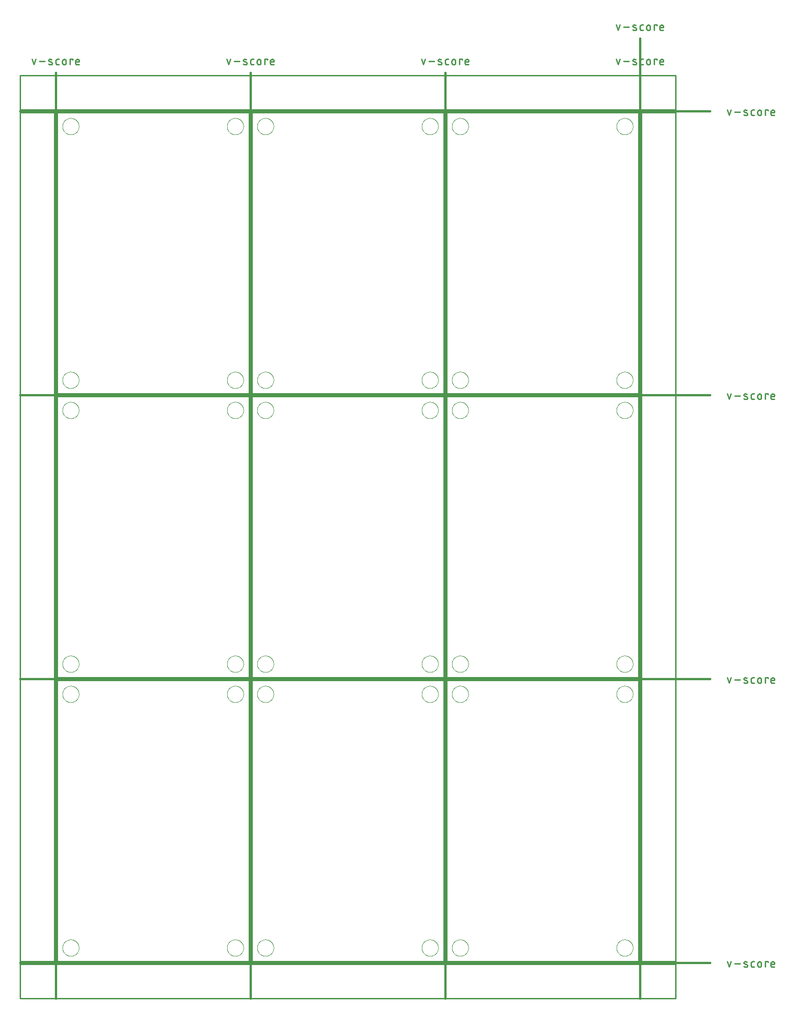
<source format=gko>
G04 EAGLE Gerber RS-274X export*
G75*
%MOMM*%
%FSLAX34Y34*%
%LPD*%
%IN*%
%IPPOS*%
%AMOC8*
5,1,8,0,0,1.08239X$1,22.5*%
G01*
%ADD10C,0.254000*%
%ADD11C,0.381000*%
%ADD12C,0.279400*%
%ADD13C,0.000000*%


D10*
X0Y520700D02*
X0Y0D01*
X355600Y0D01*
X355600Y520700D01*
X0Y520700D01*
X360680Y520700D02*
X360680Y0D01*
X716280Y0D01*
X716280Y520700D01*
X360680Y520700D01*
X721360Y520700D02*
X721360Y0D01*
X1076960Y0D01*
X1076960Y520700D01*
X721360Y520700D01*
X0Y525780D02*
X0Y1046480D01*
X0Y525780D02*
X355600Y525780D01*
X355600Y1046480D01*
X0Y1046480D01*
X360680Y1046480D02*
X360680Y525780D01*
X716280Y525780D01*
X716280Y1046480D01*
X360680Y1046480D01*
X721360Y1046480D02*
X721360Y525780D01*
X1076960Y525780D01*
X1076960Y1046480D01*
X721360Y1046480D01*
X0Y1051560D02*
X0Y1572260D01*
X0Y1051560D02*
X355600Y1051560D01*
X355600Y1572260D01*
X0Y1572260D01*
X360680Y1572260D02*
X360680Y1051560D01*
X716280Y1051560D01*
X716280Y1572260D01*
X360680Y1572260D01*
X721360Y1572260D02*
X721360Y1051560D01*
X1076960Y1051560D01*
X1076960Y1572260D01*
X721360Y1572260D01*
D11*
X-2540Y1645920D02*
X-2540Y-68580D01*
D12*
X-42921Y1661287D02*
X-46251Y1671278D01*
X-39590Y1671278D02*
X-42921Y1661287D01*
X-32806Y1667115D02*
X-22815Y1667115D01*
X-14261Y1667115D02*
X-10098Y1665450D01*
X-14261Y1667114D02*
X-14346Y1667150D01*
X-14429Y1667190D01*
X-14510Y1667233D01*
X-14590Y1667280D01*
X-14667Y1667330D01*
X-14743Y1667383D01*
X-14816Y1667439D01*
X-14886Y1667499D01*
X-14954Y1667561D01*
X-15019Y1667626D01*
X-15081Y1667694D01*
X-15141Y1667765D01*
X-15197Y1667838D01*
X-15250Y1667913D01*
X-15300Y1667991D01*
X-15346Y1668070D01*
X-15389Y1668152D01*
X-15429Y1668235D01*
X-15465Y1668320D01*
X-15497Y1668406D01*
X-15526Y1668494D01*
X-15550Y1668583D01*
X-15571Y1668673D01*
X-15588Y1668763D01*
X-15602Y1668854D01*
X-15611Y1668946D01*
X-15616Y1669038D01*
X-15618Y1669130D01*
X-15616Y1669222D01*
X-15609Y1669314D01*
X-15599Y1669406D01*
X-15585Y1669497D01*
X-15567Y1669588D01*
X-15545Y1669677D01*
X-15519Y1669766D01*
X-15489Y1669853D01*
X-15456Y1669939D01*
X-15419Y1670023D01*
X-15379Y1670106D01*
X-15335Y1670187D01*
X-15288Y1670266D01*
X-15237Y1670343D01*
X-15183Y1670418D01*
X-15126Y1670491D01*
X-15066Y1670561D01*
X-15003Y1670628D01*
X-14937Y1670692D01*
X-14869Y1670754D01*
X-14798Y1670813D01*
X-14724Y1670868D01*
X-14648Y1670921D01*
X-14570Y1670970D01*
X-14490Y1671016D01*
X-14409Y1671058D01*
X-14325Y1671097D01*
X-14240Y1671132D01*
X-14153Y1671163D01*
X-14065Y1671191D01*
X-13976Y1671215D01*
X-13886Y1671235D01*
X-13796Y1671252D01*
X-13704Y1671264D01*
X-13612Y1671273D01*
X-13520Y1671277D01*
X-13428Y1671278D01*
X-13201Y1671272D01*
X-12974Y1671261D01*
X-12747Y1671244D01*
X-12521Y1671221D01*
X-12295Y1671194D01*
X-12070Y1671160D01*
X-11846Y1671122D01*
X-11623Y1671078D01*
X-11401Y1671029D01*
X-11180Y1670974D01*
X-10961Y1670914D01*
X-10743Y1670849D01*
X-10527Y1670778D01*
X-10313Y1670703D01*
X-10100Y1670622D01*
X-9890Y1670536D01*
X-9681Y1670445D01*
X-10098Y1665450D02*
X-10013Y1665414D01*
X-9930Y1665374D01*
X-9849Y1665331D01*
X-9769Y1665284D01*
X-9692Y1665234D01*
X-9616Y1665181D01*
X-9543Y1665125D01*
X-9473Y1665065D01*
X-9405Y1665003D01*
X-9340Y1664938D01*
X-9278Y1664870D01*
X-9218Y1664799D01*
X-9162Y1664726D01*
X-9109Y1664651D01*
X-9059Y1664573D01*
X-9013Y1664494D01*
X-8970Y1664412D01*
X-8930Y1664329D01*
X-8894Y1664244D01*
X-8862Y1664158D01*
X-8833Y1664070D01*
X-8809Y1663981D01*
X-8788Y1663891D01*
X-8771Y1663801D01*
X-8757Y1663710D01*
X-8748Y1663618D01*
X-8743Y1663526D01*
X-8741Y1663434D01*
X-8743Y1663342D01*
X-8750Y1663250D01*
X-8760Y1663158D01*
X-8774Y1663067D01*
X-8792Y1662976D01*
X-8814Y1662887D01*
X-8840Y1662798D01*
X-8870Y1662711D01*
X-8903Y1662625D01*
X-8940Y1662541D01*
X-8980Y1662458D01*
X-9024Y1662377D01*
X-9071Y1662298D01*
X-9122Y1662221D01*
X-9176Y1662146D01*
X-9233Y1662073D01*
X-9293Y1662003D01*
X-9356Y1661936D01*
X-9422Y1661872D01*
X-9490Y1661810D01*
X-9561Y1661751D01*
X-9635Y1661696D01*
X-9711Y1661643D01*
X-9789Y1661594D01*
X-9869Y1661548D01*
X-9950Y1661506D01*
X-10034Y1661467D01*
X-10119Y1661432D01*
X-10206Y1661401D01*
X-10294Y1661373D01*
X-10383Y1661349D01*
X-10473Y1661329D01*
X-10563Y1661312D01*
X-10655Y1661300D01*
X-10747Y1661291D01*
X-10839Y1661287D01*
X-10931Y1661286D01*
X-10931Y1661287D02*
X-11265Y1661296D01*
X-11598Y1661313D01*
X-11931Y1661337D01*
X-12264Y1661370D01*
X-12595Y1661410D01*
X-12926Y1661458D01*
X-13255Y1661514D01*
X-13583Y1661577D01*
X-13909Y1661649D01*
X-14233Y1661728D01*
X-14556Y1661814D01*
X-14876Y1661909D01*
X-15194Y1662011D01*
X-15510Y1662120D01*
X562Y1661287D02*
X3892Y1661287D01*
X562Y1661287D02*
X464Y1661289D01*
X366Y1661295D01*
X268Y1661304D01*
X171Y1661318D01*
X75Y1661335D01*
X-21Y1661356D01*
X-116Y1661381D01*
X-210Y1661409D01*
X-303Y1661441D01*
X-394Y1661477D01*
X-484Y1661516D01*
X-572Y1661559D01*
X-659Y1661606D01*
X-743Y1661655D01*
X-826Y1661708D01*
X-906Y1661764D01*
X-985Y1661823D01*
X-1060Y1661886D01*
X-1134Y1661951D01*
X-1204Y1662019D01*
X-1272Y1662089D01*
X-1338Y1662163D01*
X-1400Y1662239D01*
X-1459Y1662317D01*
X-1515Y1662397D01*
X-1568Y1662480D01*
X-1618Y1662564D01*
X-1664Y1662651D01*
X-1707Y1662739D01*
X-1746Y1662829D01*
X-1782Y1662920D01*
X-1814Y1663013D01*
X-1842Y1663107D01*
X-1867Y1663202D01*
X-1888Y1663298D01*
X-1905Y1663394D01*
X-1919Y1663491D01*
X-1928Y1663589D01*
X-1934Y1663687D01*
X-1936Y1663785D01*
X-1936Y1668780D01*
X-1934Y1668878D01*
X-1928Y1668976D01*
X-1919Y1669074D01*
X-1905Y1669171D01*
X-1888Y1669267D01*
X-1867Y1669363D01*
X-1842Y1669458D01*
X-1814Y1669552D01*
X-1782Y1669645D01*
X-1746Y1669736D01*
X-1707Y1669826D01*
X-1664Y1669914D01*
X-1617Y1670001D01*
X-1568Y1670085D01*
X-1515Y1670168D01*
X-1459Y1670248D01*
X-1400Y1670326D01*
X-1337Y1670402D01*
X-1272Y1670476D01*
X-1204Y1670546D01*
X-1134Y1670614D01*
X-1060Y1670679D01*
X-984Y1670742D01*
X-906Y1670801D01*
X-826Y1670857D01*
X-743Y1670910D01*
X-659Y1670959D01*
X-572Y1671006D01*
X-484Y1671049D01*
X-394Y1671088D01*
X-303Y1671124D01*
X-210Y1671156D01*
X-116Y1671184D01*
X-21Y1671209D01*
X75Y1671230D01*
X171Y1671247D01*
X268Y1671261D01*
X366Y1671270D01*
X464Y1671276D01*
X562Y1671278D01*
X3892Y1671278D01*
X10022Y1667947D02*
X10022Y1664617D01*
X10022Y1667947D02*
X10024Y1668061D01*
X10030Y1668174D01*
X10039Y1668288D01*
X10053Y1668400D01*
X10070Y1668513D01*
X10092Y1668625D01*
X10117Y1668735D01*
X10145Y1668845D01*
X10178Y1668954D01*
X10214Y1669062D01*
X10254Y1669169D01*
X10298Y1669274D01*
X10345Y1669377D01*
X10395Y1669479D01*
X10449Y1669579D01*
X10507Y1669677D01*
X10568Y1669773D01*
X10631Y1669867D01*
X10699Y1669959D01*
X10769Y1670049D01*
X10842Y1670135D01*
X10918Y1670220D01*
X10997Y1670302D01*
X11079Y1670381D01*
X11164Y1670457D01*
X11250Y1670530D01*
X11340Y1670600D01*
X11432Y1670668D01*
X11526Y1670731D01*
X11622Y1670792D01*
X11720Y1670850D01*
X11820Y1670904D01*
X11922Y1670954D01*
X12025Y1671001D01*
X12130Y1671045D01*
X12237Y1671085D01*
X12345Y1671121D01*
X12454Y1671154D01*
X12564Y1671182D01*
X12674Y1671207D01*
X12786Y1671229D01*
X12899Y1671246D01*
X13011Y1671260D01*
X13125Y1671269D01*
X13238Y1671275D01*
X13352Y1671277D01*
X13466Y1671275D01*
X13579Y1671269D01*
X13693Y1671260D01*
X13805Y1671246D01*
X13918Y1671229D01*
X14030Y1671207D01*
X14140Y1671182D01*
X14250Y1671154D01*
X14359Y1671121D01*
X14467Y1671085D01*
X14574Y1671045D01*
X14679Y1671001D01*
X14782Y1670954D01*
X14884Y1670904D01*
X14984Y1670850D01*
X15082Y1670792D01*
X15178Y1670731D01*
X15272Y1670668D01*
X15364Y1670600D01*
X15454Y1670530D01*
X15540Y1670457D01*
X15625Y1670381D01*
X15707Y1670302D01*
X15786Y1670220D01*
X15862Y1670135D01*
X15935Y1670049D01*
X16005Y1669959D01*
X16073Y1669867D01*
X16136Y1669773D01*
X16197Y1669677D01*
X16255Y1669579D01*
X16309Y1669479D01*
X16359Y1669377D01*
X16406Y1669274D01*
X16450Y1669169D01*
X16490Y1669062D01*
X16526Y1668954D01*
X16559Y1668845D01*
X16587Y1668735D01*
X16612Y1668625D01*
X16634Y1668513D01*
X16651Y1668400D01*
X16665Y1668288D01*
X16674Y1668174D01*
X16680Y1668061D01*
X16682Y1667947D01*
X16682Y1664617D01*
X16680Y1664503D01*
X16674Y1664390D01*
X16665Y1664276D01*
X16651Y1664164D01*
X16634Y1664051D01*
X16612Y1663939D01*
X16587Y1663829D01*
X16559Y1663719D01*
X16526Y1663610D01*
X16490Y1663502D01*
X16450Y1663395D01*
X16406Y1663290D01*
X16359Y1663187D01*
X16309Y1663085D01*
X16255Y1662985D01*
X16197Y1662887D01*
X16136Y1662791D01*
X16073Y1662697D01*
X16005Y1662605D01*
X15935Y1662515D01*
X15862Y1662429D01*
X15786Y1662344D01*
X15707Y1662262D01*
X15625Y1662183D01*
X15540Y1662107D01*
X15454Y1662034D01*
X15364Y1661964D01*
X15272Y1661896D01*
X15178Y1661833D01*
X15082Y1661772D01*
X14984Y1661714D01*
X14884Y1661660D01*
X14782Y1661610D01*
X14679Y1661563D01*
X14574Y1661519D01*
X14467Y1661479D01*
X14359Y1661443D01*
X14250Y1661410D01*
X14140Y1661382D01*
X14030Y1661357D01*
X13918Y1661335D01*
X13805Y1661318D01*
X13693Y1661304D01*
X13579Y1661295D01*
X13466Y1661289D01*
X13352Y1661287D01*
X13238Y1661289D01*
X13125Y1661295D01*
X13011Y1661304D01*
X12899Y1661318D01*
X12786Y1661335D01*
X12674Y1661357D01*
X12564Y1661382D01*
X12454Y1661410D01*
X12345Y1661443D01*
X12237Y1661479D01*
X12130Y1661519D01*
X12025Y1661563D01*
X11922Y1661610D01*
X11820Y1661660D01*
X11720Y1661714D01*
X11622Y1661772D01*
X11526Y1661833D01*
X11432Y1661896D01*
X11340Y1661964D01*
X11250Y1662034D01*
X11164Y1662107D01*
X11079Y1662183D01*
X10997Y1662262D01*
X10918Y1662344D01*
X10842Y1662429D01*
X10769Y1662515D01*
X10699Y1662605D01*
X10631Y1662697D01*
X10568Y1662791D01*
X10507Y1662887D01*
X10449Y1662985D01*
X10395Y1663085D01*
X10345Y1663187D01*
X10298Y1663290D01*
X10254Y1663395D01*
X10214Y1663502D01*
X10178Y1663610D01*
X10145Y1663719D01*
X10117Y1663829D01*
X10092Y1663939D01*
X10070Y1664051D01*
X10053Y1664164D01*
X10039Y1664276D01*
X10030Y1664390D01*
X10024Y1664503D01*
X10022Y1664617D01*
X24218Y1661287D02*
X24218Y1671278D01*
X29213Y1671278D01*
X29213Y1669613D01*
X37008Y1661287D02*
X41171Y1661287D01*
X37008Y1661287D02*
X36910Y1661289D01*
X36812Y1661295D01*
X36714Y1661304D01*
X36617Y1661318D01*
X36521Y1661335D01*
X36425Y1661356D01*
X36330Y1661381D01*
X36236Y1661409D01*
X36143Y1661441D01*
X36052Y1661477D01*
X35962Y1661516D01*
X35874Y1661559D01*
X35787Y1661606D01*
X35703Y1661655D01*
X35620Y1661708D01*
X35540Y1661764D01*
X35462Y1661823D01*
X35386Y1661886D01*
X35312Y1661951D01*
X35242Y1662019D01*
X35174Y1662089D01*
X35109Y1662163D01*
X35046Y1662239D01*
X34987Y1662317D01*
X34931Y1662397D01*
X34878Y1662480D01*
X34829Y1662564D01*
X34782Y1662651D01*
X34739Y1662739D01*
X34700Y1662829D01*
X34664Y1662920D01*
X34632Y1663013D01*
X34604Y1663107D01*
X34579Y1663202D01*
X34558Y1663298D01*
X34541Y1663394D01*
X34527Y1663491D01*
X34518Y1663589D01*
X34512Y1663687D01*
X34510Y1663785D01*
X34510Y1667947D01*
X34511Y1667947D02*
X34513Y1668061D01*
X34519Y1668174D01*
X34528Y1668288D01*
X34542Y1668400D01*
X34559Y1668513D01*
X34581Y1668625D01*
X34606Y1668735D01*
X34634Y1668845D01*
X34667Y1668954D01*
X34703Y1669062D01*
X34743Y1669169D01*
X34787Y1669274D01*
X34834Y1669377D01*
X34884Y1669479D01*
X34938Y1669579D01*
X34996Y1669677D01*
X35057Y1669773D01*
X35120Y1669867D01*
X35188Y1669959D01*
X35258Y1670049D01*
X35331Y1670135D01*
X35407Y1670220D01*
X35486Y1670302D01*
X35568Y1670381D01*
X35653Y1670457D01*
X35739Y1670530D01*
X35829Y1670600D01*
X35921Y1670668D01*
X36015Y1670731D01*
X36111Y1670792D01*
X36209Y1670850D01*
X36309Y1670904D01*
X36411Y1670954D01*
X36514Y1671001D01*
X36619Y1671045D01*
X36726Y1671085D01*
X36834Y1671121D01*
X36943Y1671154D01*
X37053Y1671182D01*
X37163Y1671207D01*
X37275Y1671229D01*
X37388Y1671246D01*
X37500Y1671260D01*
X37614Y1671269D01*
X37727Y1671275D01*
X37841Y1671277D01*
X37955Y1671275D01*
X38068Y1671269D01*
X38182Y1671260D01*
X38294Y1671246D01*
X38407Y1671229D01*
X38519Y1671207D01*
X38629Y1671182D01*
X38739Y1671154D01*
X38848Y1671121D01*
X38956Y1671085D01*
X39063Y1671045D01*
X39168Y1671001D01*
X39271Y1670954D01*
X39373Y1670904D01*
X39473Y1670850D01*
X39571Y1670792D01*
X39667Y1670731D01*
X39761Y1670668D01*
X39853Y1670600D01*
X39943Y1670530D01*
X40029Y1670457D01*
X40114Y1670381D01*
X40196Y1670302D01*
X40275Y1670220D01*
X40351Y1670135D01*
X40424Y1670049D01*
X40494Y1669959D01*
X40562Y1669867D01*
X40625Y1669773D01*
X40686Y1669677D01*
X40744Y1669579D01*
X40798Y1669479D01*
X40848Y1669377D01*
X40895Y1669274D01*
X40939Y1669169D01*
X40979Y1669062D01*
X41015Y1668954D01*
X41048Y1668845D01*
X41076Y1668735D01*
X41101Y1668625D01*
X41123Y1668513D01*
X41140Y1668400D01*
X41154Y1668288D01*
X41163Y1668174D01*
X41169Y1668061D01*
X41171Y1667947D01*
X41171Y1666282D01*
X34510Y1666282D01*
D11*
X358140Y1645920D02*
X358140Y-68580D01*
D12*
X317759Y1661287D02*
X314429Y1671278D01*
X321090Y1671278D02*
X317759Y1661287D01*
X327874Y1667115D02*
X337865Y1667115D01*
X346419Y1667115D02*
X350582Y1665450D01*
X346419Y1667114D02*
X346334Y1667150D01*
X346251Y1667190D01*
X346170Y1667233D01*
X346090Y1667280D01*
X346013Y1667330D01*
X345937Y1667383D01*
X345864Y1667439D01*
X345794Y1667499D01*
X345726Y1667561D01*
X345661Y1667626D01*
X345599Y1667694D01*
X345539Y1667765D01*
X345483Y1667838D01*
X345430Y1667913D01*
X345380Y1667991D01*
X345334Y1668070D01*
X345291Y1668152D01*
X345251Y1668235D01*
X345215Y1668320D01*
X345183Y1668406D01*
X345154Y1668494D01*
X345130Y1668583D01*
X345109Y1668673D01*
X345092Y1668763D01*
X345078Y1668854D01*
X345069Y1668946D01*
X345064Y1669038D01*
X345062Y1669130D01*
X345064Y1669222D01*
X345071Y1669314D01*
X345081Y1669406D01*
X345095Y1669497D01*
X345113Y1669588D01*
X345135Y1669677D01*
X345161Y1669766D01*
X345191Y1669853D01*
X345224Y1669939D01*
X345261Y1670023D01*
X345301Y1670106D01*
X345345Y1670187D01*
X345392Y1670266D01*
X345443Y1670343D01*
X345497Y1670418D01*
X345554Y1670491D01*
X345614Y1670561D01*
X345677Y1670628D01*
X345743Y1670692D01*
X345811Y1670754D01*
X345882Y1670813D01*
X345956Y1670868D01*
X346032Y1670921D01*
X346110Y1670970D01*
X346190Y1671016D01*
X346271Y1671058D01*
X346355Y1671097D01*
X346440Y1671132D01*
X346527Y1671163D01*
X346615Y1671191D01*
X346704Y1671215D01*
X346794Y1671235D01*
X346884Y1671252D01*
X346976Y1671264D01*
X347068Y1671273D01*
X347160Y1671277D01*
X347252Y1671278D01*
X347479Y1671272D01*
X347706Y1671261D01*
X347933Y1671244D01*
X348159Y1671221D01*
X348385Y1671194D01*
X348610Y1671160D01*
X348834Y1671122D01*
X349057Y1671078D01*
X349279Y1671029D01*
X349500Y1670974D01*
X349719Y1670914D01*
X349937Y1670849D01*
X350153Y1670778D01*
X350367Y1670703D01*
X350580Y1670622D01*
X350790Y1670536D01*
X350999Y1670445D01*
X350582Y1665450D02*
X350667Y1665414D01*
X350750Y1665374D01*
X350831Y1665331D01*
X350911Y1665284D01*
X350988Y1665234D01*
X351064Y1665181D01*
X351137Y1665125D01*
X351207Y1665065D01*
X351275Y1665003D01*
X351340Y1664938D01*
X351402Y1664870D01*
X351462Y1664799D01*
X351518Y1664726D01*
X351571Y1664651D01*
X351621Y1664573D01*
X351667Y1664494D01*
X351710Y1664412D01*
X351750Y1664329D01*
X351786Y1664244D01*
X351818Y1664158D01*
X351847Y1664070D01*
X351871Y1663981D01*
X351892Y1663891D01*
X351909Y1663801D01*
X351923Y1663710D01*
X351932Y1663618D01*
X351937Y1663526D01*
X351939Y1663434D01*
X351937Y1663342D01*
X351930Y1663250D01*
X351920Y1663158D01*
X351906Y1663067D01*
X351888Y1662976D01*
X351866Y1662887D01*
X351840Y1662798D01*
X351810Y1662711D01*
X351777Y1662625D01*
X351740Y1662541D01*
X351700Y1662458D01*
X351656Y1662377D01*
X351609Y1662298D01*
X351558Y1662221D01*
X351504Y1662146D01*
X351447Y1662073D01*
X351387Y1662003D01*
X351324Y1661936D01*
X351258Y1661872D01*
X351190Y1661810D01*
X351119Y1661751D01*
X351045Y1661696D01*
X350969Y1661643D01*
X350891Y1661594D01*
X350811Y1661548D01*
X350730Y1661506D01*
X350646Y1661467D01*
X350561Y1661432D01*
X350474Y1661401D01*
X350386Y1661373D01*
X350297Y1661349D01*
X350207Y1661329D01*
X350117Y1661312D01*
X350025Y1661300D01*
X349933Y1661291D01*
X349841Y1661287D01*
X349749Y1661286D01*
X349749Y1661287D02*
X349415Y1661296D01*
X349082Y1661313D01*
X348749Y1661337D01*
X348416Y1661370D01*
X348085Y1661410D01*
X347754Y1661458D01*
X347425Y1661514D01*
X347097Y1661577D01*
X346771Y1661649D01*
X346447Y1661728D01*
X346124Y1661814D01*
X345804Y1661909D01*
X345486Y1662011D01*
X345170Y1662120D01*
X361242Y1661287D02*
X364572Y1661287D01*
X361242Y1661287D02*
X361144Y1661289D01*
X361046Y1661295D01*
X360948Y1661304D01*
X360851Y1661318D01*
X360755Y1661335D01*
X360659Y1661356D01*
X360564Y1661381D01*
X360470Y1661409D01*
X360377Y1661441D01*
X360286Y1661477D01*
X360196Y1661516D01*
X360108Y1661559D01*
X360021Y1661606D01*
X359937Y1661655D01*
X359854Y1661708D01*
X359774Y1661764D01*
X359696Y1661823D01*
X359620Y1661886D01*
X359546Y1661951D01*
X359476Y1662019D01*
X359408Y1662089D01*
X359343Y1662163D01*
X359280Y1662239D01*
X359221Y1662317D01*
X359165Y1662397D01*
X359112Y1662480D01*
X359063Y1662564D01*
X359016Y1662651D01*
X358973Y1662739D01*
X358934Y1662829D01*
X358898Y1662920D01*
X358866Y1663013D01*
X358838Y1663107D01*
X358813Y1663202D01*
X358792Y1663298D01*
X358775Y1663394D01*
X358761Y1663491D01*
X358752Y1663589D01*
X358746Y1663687D01*
X358744Y1663785D01*
X358744Y1668780D01*
X358746Y1668878D01*
X358752Y1668976D01*
X358761Y1669074D01*
X358775Y1669171D01*
X358792Y1669267D01*
X358813Y1669363D01*
X358838Y1669458D01*
X358866Y1669552D01*
X358898Y1669645D01*
X358934Y1669736D01*
X358973Y1669826D01*
X359016Y1669914D01*
X359063Y1670001D01*
X359112Y1670085D01*
X359165Y1670168D01*
X359221Y1670248D01*
X359280Y1670327D01*
X359343Y1670402D01*
X359408Y1670476D01*
X359476Y1670546D01*
X359546Y1670614D01*
X359620Y1670680D01*
X359696Y1670742D01*
X359774Y1670801D01*
X359854Y1670857D01*
X359937Y1670910D01*
X360021Y1670960D01*
X360108Y1671006D01*
X360196Y1671049D01*
X360286Y1671088D01*
X360377Y1671124D01*
X360470Y1671156D01*
X360564Y1671184D01*
X360659Y1671209D01*
X360755Y1671230D01*
X360851Y1671247D01*
X360948Y1671261D01*
X361046Y1671270D01*
X361144Y1671276D01*
X361242Y1671278D01*
X364572Y1671278D01*
X370702Y1667947D02*
X370702Y1664617D01*
X370702Y1667947D02*
X370704Y1668061D01*
X370710Y1668174D01*
X370719Y1668288D01*
X370733Y1668400D01*
X370750Y1668513D01*
X370772Y1668625D01*
X370797Y1668735D01*
X370825Y1668845D01*
X370858Y1668954D01*
X370894Y1669062D01*
X370934Y1669169D01*
X370978Y1669274D01*
X371025Y1669377D01*
X371075Y1669479D01*
X371129Y1669579D01*
X371187Y1669677D01*
X371248Y1669773D01*
X371311Y1669867D01*
X371379Y1669959D01*
X371449Y1670049D01*
X371522Y1670135D01*
X371598Y1670220D01*
X371677Y1670302D01*
X371759Y1670381D01*
X371844Y1670457D01*
X371930Y1670530D01*
X372020Y1670600D01*
X372112Y1670668D01*
X372206Y1670731D01*
X372302Y1670792D01*
X372400Y1670850D01*
X372500Y1670904D01*
X372602Y1670954D01*
X372705Y1671001D01*
X372810Y1671045D01*
X372917Y1671085D01*
X373025Y1671121D01*
X373134Y1671154D01*
X373244Y1671182D01*
X373354Y1671207D01*
X373466Y1671229D01*
X373579Y1671246D01*
X373691Y1671260D01*
X373805Y1671269D01*
X373918Y1671275D01*
X374032Y1671277D01*
X374146Y1671275D01*
X374259Y1671269D01*
X374373Y1671260D01*
X374485Y1671246D01*
X374598Y1671229D01*
X374710Y1671207D01*
X374820Y1671182D01*
X374930Y1671154D01*
X375039Y1671121D01*
X375147Y1671085D01*
X375254Y1671045D01*
X375359Y1671001D01*
X375462Y1670954D01*
X375564Y1670904D01*
X375664Y1670850D01*
X375762Y1670792D01*
X375858Y1670731D01*
X375952Y1670668D01*
X376044Y1670600D01*
X376134Y1670530D01*
X376220Y1670457D01*
X376305Y1670381D01*
X376387Y1670302D01*
X376466Y1670220D01*
X376542Y1670135D01*
X376615Y1670049D01*
X376685Y1669959D01*
X376753Y1669867D01*
X376816Y1669773D01*
X376877Y1669677D01*
X376935Y1669579D01*
X376989Y1669479D01*
X377039Y1669377D01*
X377086Y1669274D01*
X377130Y1669169D01*
X377170Y1669062D01*
X377206Y1668954D01*
X377239Y1668845D01*
X377267Y1668735D01*
X377292Y1668625D01*
X377314Y1668513D01*
X377331Y1668400D01*
X377345Y1668288D01*
X377354Y1668174D01*
X377360Y1668061D01*
X377362Y1667947D01*
X377362Y1664617D01*
X377360Y1664503D01*
X377354Y1664390D01*
X377345Y1664276D01*
X377331Y1664164D01*
X377314Y1664051D01*
X377292Y1663939D01*
X377267Y1663829D01*
X377239Y1663719D01*
X377206Y1663610D01*
X377170Y1663502D01*
X377130Y1663395D01*
X377086Y1663290D01*
X377039Y1663187D01*
X376989Y1663085D01*
X376935Y1662985D01*
X376877Y1662887D01*
X376816Y1662791D01*
X376753Y1662697D01*
X376685Y1662605D01*
X376615Y1662515D01*
X376542Y1662429D01*
X376466Y1662344D01*
X376387Y1662262D01*
X376305Y1662183D01*
X376220Y1662107D01*
X376134Y1662034D01*
X376044Y1661964D01*
X375952Y1661896D01*
X375858Y1661833D01*
X375762Y1661772D01*
X375664Y1661714D01*
X375564Y1661660D01*
X375462Y1661610D01*
X375359Y1661563D01*
X375254Y1661519D01*
X375147Y1661479D01*
X375039Y1661443D01*
X374930Y1661410D01*
X374820Y1661382D01*
X374710Y1661357D01*
X374598Y1661335D01*
X374485Y1661318D01*
X374373Y1661304D01*
X374259Y1661295D01*
X374146Y1661289D01*
X374032Y1661287D01*
X373918Y1661289D01*
X373805Y1661295D01*
X373691Y1661304D01*
X373579Y1661318D01*
X373466Y1661335D01*
X373354Y1661357D01*
X373244Y1661382D01*
X373134Y1661410D01*
X373025Y1661443D01*
X372917Y1661479D01*
X372810Y1661519D01*
X372705Y1661563D01*
X372602Y1661610D01*
X372500Y1661660D01*
X372400Y1661714D01*
X372302Y1661772D01*
X372206Y1661833D01*
X372112Y1661896D01*
X372020Y1661964D01*
X371930Y1662034D01*
X371844Y1662107D01*
X371759Y1662183D01*
X371677Y1662262D01*
X371598Y1662344D01*
X371522Y1662429D01*
X371449Y1662515D01*
X371379Y1662605D01*
X371311Y1662697D01*
X371248Y1662791D01*
X371187Y1662887D01*
X371129Y1662985D01*
X371075Y1663085D01*
X371025Y1663187D01*
X370978Y1663290D01*
X370934Y1663395D01*
X370894Y1663502D01*
X370858Y1663610D01*
X370825Y1663719D01*
X370797Y1663829D01*
X370772Y1663939D01*
X370750Y1664051D01*
X370733Y1664164D01*
X370719Y1664276D01*
X370710Y1664390D01*
X370704Y1664503D01*
X370702Y1664617D01*
X384898Y1661287D02*
X384898Y1671278D01*
X389893Y1671278D01*
X389893Y1669613D01*
X397688Y1661287D02*
X401851Y1661287D01*
X397688Y1661287D02*
X397590Y1661289D01*
X397492Y1661295D01*
X397394Y1661304D01*
X397297Y1661318D01*
X397201Y1661335D01*
X397105Y1661356D01*
X397010Y1661381D01*
X396916Y1661409D01*
X396823Y1661441D01*
X396732Y1661477D01*
X396642Y1661516D01*
X396554Y1661559D01*
X396467Y1661606D01*
X396383Y1661655D01*
X396300Y1661708D01*
X396220Y1661764D01*
X396142Y1661823D01*
X396066Y1661886D01*
X395992Y1661951D01*
X395922Y1662019D01*
X395854Y1662089D01*
X395789Y1662163D01*
X395726Y1662239D01*
X395667Y1662317D01*
X395611Y1662397D01*
X395558Y1662480D01*
X395509Y1662564D01*
X395462Y1662651D01*
X395419Y1662739D01*
X395380Y1662829D01*
X395344Y1662920D01*
X395312Y1663013D01*
X395284Y1663107D01*
X395259Y1663202D01*
X395238Y1663298D01*
X395221Y1663394D01*
X395207Y1663491D01*
X395198Y1663589D01*
X395192Y1663687D01*
X395190Y1663785D01*
X395190Y1667947D01*
X395191Y1667947D02*
X395193Y1668061D01*
X395199Y1668174D01*
X395208Y1668288D01*
X395222Y1668400D01*
X395239Y1668513D01*
X395261Y1668625D01*
X395286Y1668735D01*
X395314Y1668845D01*
X395347Y1668954D01*
X395383Y1669062D01*
X395423Y1669169D01*
X395467Y1669274D01*
X395514Y1669377D01*
X395564Y1669479D01*
X395618Y1669579D01*
X395676Y1669677D01*
X395737Y1669773D01*
X395800Y1669867D01*
X395868Y1669959D01*
X395938Y1670049D01*
X396011Y1670135D01*
X396087Y1670220D01*
X396166Y1670302D01*
X396248Y1670381D01*
X396333Y1670457D01*
X396419Y1670530D01*
X396509Y1670600D01*
X396601Y1670668D01*
X396695Y1670731D01*
X396791Y1670792D01*
X396889Y1670850D01*
X396989Y1670904D01*
X397091Y1670954D01*
X397194Y1671001D01*
X397299Y1671045D01*
X397406Y1671085D01*
X397514Y1671121D01*
X397623Y1671154D01*
X397733Y1671182D01*
X397843Y1671207D01*
X397955Y1671229D01*
X398068Y1671246D01*
X398180Y1671260D01*
X398294Y1671269D01*
X398407Y1671275D01*
X398521Y1671277D01*
X398635Y1671275D01*
X398748Y1671269D01*
X398862Y1671260D01*
X398974Y1671246D01*
X399087Y1671229D01*
X399199Y1671207D01*
X399309Y1671182D01*
X399419Y1671154D01*
X399528Y1671121D01*
X399636Y1671085D01*
X399743Y1671045D01*
X399848Y1671001D01*
X399951Y1670954D01*
X400053Y1670904D01*
X400153Y1670850D01*
X400251Y1670792D01*
X400347Y1670731D01*
X400441Y1670668D01*
X400533Y1670600D01*
X400623Y1670530D01*
X400709Y1670457D01*
X400794Y1670381D01*
X400876Y1670302D01*
X400955Y1670220D01*
X401031Y1670135D01*
X401104Y1670049D01*
X401174Y1669959D01*
X401242Y1669867D01*
X401305Y1669773D01*
X401366Y1669677D01*
X401424Y1669579D01*
X401478Y1669479D01*
X401528Y1669377D01*
X401575Y1669274D01*
X401619Y1669169D01*
X401659Y1669062D01*
X401695Y1668954D01*
X401728Y1668845D01*
X401756Y1668735D01*
X401781Y1668625D01*
X401803Y1668513D01*
X401820Y1668400D01*
X401834Y1668288D01*
X401843Y1668174D01*
X401849Y1668061D01*
X401851Y1667947D01*
X401851Y1666282D01*
X395190Y1666282D01*
D11*
X718820Y1645920D02*
X718820Y-68580D01*
D12*
X678439Y1661287D02*
X675109Y1671278D01*
X681770Y1671278D02*
X678439Y1661287D01*
X688554Y1667115D02*
X698545Y1667115D01*
X707099Y1667115D02*
X711262Y1665450D01*
X707099Y1667114D02*
X707014Y1667150D01*
X706931Y1667190D01*
X706850Y1667233D01*
X706770Y1667280D01*
X706693Y1667330D01*
X706617Y1667383D01*
X706544Y1667439D01*
X706474Y1667499D01*
X706406Y1667561D01*
X706341Y1667626D01*
X706279Y1667694D01*
X706219Y1667765D01*
X706163Y1667838D01*
X706110Y1667913D01*
X706060Y1667991D01*
X706014Y1668070D01*
X705971Y1668152D01*
X705931Y1668235D01*
X705895Y1668320D01*
X705863Y1668406D01*
X705834Y1668494D01*
X705810Y1668583D01*
X705789Y1668673D01*
X705772Y1668763D01*
X705758Y1668854D01*
X705749Y1668946D01*
X705744Y1669038D01*
X705742Y1669130D01*
X705744Y1669222D01*
X705751Y1669314D01*
X705761Y1669406D01*
X705775Y1669497D01*
X705793Y1669588D01*
X705815Y1669677D01*
X705841Y1669766D01*
X705871Y1669853D01*
X705904Y1669939D01*
X705941Y1670023D01*
X705981Y1670106D01*
X706025Y1670187D01*
X706072Y1670266D01*
X706123Y1670343D01*
X706177Y1670418D01*
X706234Y1670491D01*
X706294Y1670561D01*
X706357Y1670628D01*
X706423Y1670692D01*
X706491Y1670754D01*
X706562Y1670813D01*
X706636Y1670868D01*
X706712Y1670921D01*
X706790Y1670970D01*
X706870Y1671016D01*
X706951Y1671058D01*
X707035Y1671097D01*
X707120Y1671132D01*
X707207Y1671163D01*
X707295Y1671191D01*
X707384Y1671215D01*
X707474Y1671235D01*
X707564Y1671252D01*
X707656Y1671264D01*
X707748Y1671273D01*
X707840Y1671277D01*
X707932Y1671278D01*
X708159Y1671272D01*
X708386Y1671261D01*
X708613Y1671244D01*
X708839Y1671221D01*
X709065Y1671194D01*
X709290Y1671160D01*
X709514Y1671122D01*
X709737Y1671078D01*
X709959Y1671029D01*
X710180Y1670974D01*
X710399Y1670914D01*
X710617Y1670849D01*
X710833Y1670778D01*
X711047Y1670703D01*
X711260Y1670622D01*
X711470Y1670536D01*
X711679Y1670445D01*
X711262Y1665450D02*
X711347Y1665414D01*
X711430Y1665374D01*
X711511Y1665331D01*
X711591Y1665284D01*
X711668Y1665234D01*
X711744Y1665181D01*
X711817Y1665125D01*
X711887Y1665065D01*
X711955Y1665003D01*
X712020Y1664938D01*
X712082Y1664870D01*
X712142Y1664799D01*
X712198Y1664726D01*
X712251Y1664651D01*
X712301Y1664573D01*
X712347Y1664494D01*
X712390Y1664412D01*
X712430Y1664329D01*
X712466Y1664244D01*
X712498Y1664158D01*
X712527Y1664070D01*
X712551Y1663981D01*
X712572Y1663891D01*
X712589Y1663801D01*
X712603Y1663710D01*
X712612Y1663618D01*
X712617Y1663526D01*
X712619Y1663434D01*
X712617Y1663342D01*
X712610Y1663250D01*
X712600Y1663158D01*
X712586Y1663067D01*
X712568Y1662976D01*
X712546Y1662887D01*
X712520Y1662798D01*
X712490Y1662711D01*
X712457Y1662625D01*
X712420Y1662541D01*
X712380Y1662458D01*
X712336Y1662377D01*
X712289Y1662298D01*
X712238Y1662221D01*
X712184Y1662146D01*
X712127Y1662073D01*
X712067Y1662003D01*
X712004Y1661936D01*
X711938Y1661872D01*
X711870Y1661810D01*
X711799Y1661751D01*
X711725Y1661696D01*
X711649Y1661643D01*
X711571Y1661594D01*
X711491Y1661548D01*
X711410Y1661506D01*
X711326Y1661467D01*
X711241Y1661432D01*
X711154Y1661401D01*
X711066Y1661373D01*
X710977Y1661349D01*
X710887Y1661329D01*
X710797Y1661312D01*
X710705Y1661300D01*
X710613Y1661291D01*
X710521Y1661287D01*
X710429Y1661286D01*
X710429Y1661287D02*
X710095Y1661296D01*
X709762Y1661313D01*
X709429Y1661337D01*
X709096Y1661370D01*
X708765Y1661410D01*
X708434Y1661458D01*
X708105Y1661514D01*
X707777Y1661577D01*
X707451Y1661649D01*
X707127Y1661728D01*
X706804Y1661814D01*
X706484Y1661909D01*
X706166Y1662011D01*
X705850Y1662120D01*
X721922Y1661287D02*
X725252Y1661287D01*
X721922Y1661287D02*
X721824Y1661289D01*
X721726Y1661295D01*
X721628Y1661304D01*
X721531Y1661318D01*
X721435Y1661335D01*
X721339Y1661356D01*
X721244Y1661381D01*
X721150Y1661409D01*
X721057Y1661441D01*
X720966Y1661477D01*
X720876Y1661516D01*
X720788Y1661559D01*
X720701Y1661606D01*
X720617Y1661655D01*
X720534Y1661708D01*
X720454Y1661764D01*
X720376Y1661823D01*
X720300Y1661886D01*
X720226Y1661951D01*
X720156Y1662019D01*
X720088Y1662089D01*
X720023Y1662163D01*
X719960Y1662239D01*
X719901Y1662317D01*
X719845Y1662397D01*
X719792Y1662480D01*
X719743Y1662564D01*
X719696Y1662651D01*
X719653Y1662739D01*
X719614Y1662829D01*
X719578Y1662920D01*
X719546Y1663013D01*
X719518Y1663107D01*
X719493Y1663202D01*
X719472Y1663298D01*
X719455Y1663394D01*
X719441Y1663491D01*
X719432Y1663589D01*
X719426Y1663687D01*
X719424Y1663785D01*
X719424Y1668780D01*
X719426Y1668878D01*
X719432Y1668976D01*
X719441Y1669074D01*
X719455Y1669171D01*
X719472Y1669267D01*
X719493Y1669363D01*
X719518Y1669458D01*
X719546Y1669552D01*
X719578Y1669645D01*
X719614Y1669736D01*
X719653Y1669826D01*
X719696Y1669914D01*
X719743Y1670001D01*
X719792Y1670085D01*
X719845Y1670168D01*
X719901Y1670248D01*
X719960Y1670327D01*
X720023Y1670402D01*
X720088Y1670476D01*
X720156Y1670546D01*
X720226Y1670614D01*
X720300Y1670680D01*
X720376Y1670742D01*
X720454Y1670801D01*
X720534Y1670857D01*
X720617Y1670910D01*
X720701Y1670960D01*
X720788Y1671006D01*
X720876Y1671049D01*
X720966Y1671088D01*
X721057Y1671124D01*
X721150Y1671156D01*
X721244Y1671184D01*
X721339Y1671209D01*
X721435Y1671230D01*
X721531Y1671247D01*
X721628Y1671261D01*
X721726Y1671270D01*
X721824Y1671276D01*
X721922Y1671278D01*
X725252Y1671278D01*
X731382Y1667947D02*
X731382Y1664617D01*
X731382Y1667947D02*
X731384Y1668061D01*
X731390Y1668174D01*
X731399Y1668288D01*
X731413Y1668400D01*
X731430Y1668513D01*
X731452Y1668625D01*
X731477Y1668735D01*
X731505Y1668845D01*
X731538Y1668954D01*
X731574Y1669062D01*
X731614Y1669169D01*
X731658Y1669274D01*
X731705Y1669377D01*
X731755Y1669479D01*
X731809Y1669579D01*
X731867Y1669677D01*
X731928Y1669773D01*
X731991Y1669867D01*
X732059Y1669959D01*
X732129Y1670049D01*
X732202Y1670135D01*
X732278Y1670220D01*
X732357Y1670302D01*
X732439Y1670381D01*
X732524Y1670457D01*
X732610Y1670530D01*
X732700Y1670600D01*
X732792Y1670668D01*
X732886Y1670731D01*
X732982Y1670792D01*
X733080Y1670850D01*
X733180Y1670904D01*
X733282Y1670954D01*
X733385Y1671001D01*
X733490Y1671045D01*
X733597Y1671085D01*
X733705Y1671121D01*
X733814Y1671154D01*
X733924Y1671182D01*
X734034Y1671207D01*
X734146Y1671229D01*
X734259Y1671246D01*
X734371Y1671260D01*
X734485Y1671269D01*
X734598Y1671275D01*
X734712Y1671277D01*
X734826Y1671275D01*
X734939Y1671269D01*
X735053Y1671260D01*
X735165Y1671246D01*
X735278Y1671229D01*
X735390Y1671207D01*
X735500Y1671182D01*
X735610Y1671154D01*
X735719Y1671121D01*
X735827Y1671085D01*
X735934Y1671045D01*
X736039Y1671001D01*
X736142Y1670954D01*
X736244Y1670904D01*
X736344Y1670850D01*
X736442Y1670792D01*
X736538Y1670731D01*
X736632Y1670668D01*
X736724Y1670600D01*
X736814Y1670530D01*
X736900Y1670457D01*
X736985Y1670381D01*
X737067Y1670302D01*
X737146Y1670220D01*
X737222Y1670135D01*
X737295Y1670049D01*
X737365Y1669959D01*
X737433Y1669867D01*
X737496Y1669773D01*
X737557Y1669677D01*
X737615Y1669579D01*
X737669Y1669479D01*
X737719Y1669377D01*
X737766Y1669274D01*
X737810Y1669169D01*
X737850Y1669062D01*
X737886Y1668954D01*
X737919Y1668845D01*
X737947Y1668735D01*
X737972Y1668625D01*
X737994Y1668513D01*
X738011Y1668400D01*
X738025Y1668288D01*
X738034Y1668174D01*
X738040Y1668061D01*
X738042Y1667947D01*
X738042Y1664617D01*
X738040Y1664503D01*
X738034Y1664390D01*
X738025Y1664276D01*
X738011Y1664164D01*
X737994Y1664051D01*
X737972Y1663939D01*
X737947Y1663829D01*
X737919Y1663719D01*
X737886Y1663610D01*
X737850Y1663502D01*
X737810Y1663395D01*
X737766Y1663290D01*
X737719Y1663187D01*
X737669Y1663085D01*
X737615Y1662985D01*
X737557Y1662887D01*
X737496Y1662791D01*
X737433Y1662697D01*
X737365Y1662605D01*
X737295Y1662515D01*
X737222Y1662429D01*
X737146Y1662344D01*
X737067Y1662262D01*
X736985Y1662183D01*
X736900Y1662107D01*
X736814Y1662034D01*
X736724Y1661964D01*
X736632Y1661896D01*
X736538Y1661833D01*
X736442Y1661772D01*
X736344Y1661714D01*
X736244Y1661660D01*
X736142Y1661610D01*
X736039Y1661563D01*
X735934Y1661519D01*
X735827Y1661479D01*
X735719Y1661443D01*
X735610Y1661410D01*
X735500Y1661382D01*
X735390Y1661357D01*
X735278Y1661335D01*
X735165Y1661318D01*
X735053Y1661304D01*
X734939Y1661295D01*
X734826Y1661289D01*
X734712Y1661287D01*
X734598Y1661289D01*
X734485Y1661295D01*
X734371Y1661304D01*
X734259Y1661318D01*
X734146Y1661335D01*
X734034Y1661357D01*
X733924Y1661382D01*
X733814Y1661410D01*
X733705Y1661443D01*
X733597Y1661479D01*
X733490Y1661519D01*
X733385Y1661563D01*
X733282Y1661610D01*
X733180Y1661660D01*
X733080Y1661714D01*
X732982Y1661772D01*
X732886Y1661833D01*
X732792Y1661896D01*
X732700Y1661964D01*
X732610Y1662034D01*
X732524Y1662107D01*
X732439Y1662183D01*
X732357Y1662262D01*
X732278Y1662344D01*
X732202Y1662429D01*
X732129Y1662515D01*
X732059Y1662605D01*
X731991Y1662697D01*
X731928Y1662791D01*
X731867Y1662887D01*
X731809Y1662985D01*
X731755Y1663085D01*
X731705Y1663187D01*
X731658Y1663290D01*
X731614Y1663395D01*
X731574Y1663502D01*
X731538Y1663610D01*
X731505Y1663719D01*
X731477Y1663829D01*
X731452Y1663939D01*
X731430Y1664051D01*
X731413Y1664164D01*
X731399Y1664276D01*
X731390Y1664390D01*
X731384Y1664503D01*
X731382Y1664617D01*
X745578Y1661287D02*
X745578Y1671278D01*
X750573Y1671278D01*
X750573Y1669613D01*
X758368Y1661287D02*
X762531Y1661287D01*
X758368Y1661287D02*
X758270Y1661289D01*
X758172Y1661295D01*
X758074Y1661304D01*
X757977Y1661318D01*
X757881Y1661335D01*
X757785Y1661356D01*
X757690Y1661381D01*
X757596Y1661409D01*
X757503Y1661441D01*
X757412Y1661477D01*
X757322Y1661516D01*
X757234Y1661559D01*
X757147Y1661606D01*
X757063Y1661655D01*
X756980Y1661708D01*
X756900Y1661764D01*
X756822Y1661823D01*
X756746Y1661886D01*
X756672Y1661951D01*
X756602Y1662019D01*
X756534Y1662089D01*
X756469Y1662163D01*
X756406Y1662239D01*
X756347Y1662317D01*
X756291Y1662397D01*
X756238Y1662480D01*
X756189Y1662564D01*
X756142Y1662651D01*
X756099Y1662739D01*
X756060Y1662829D01*
X756024Y1662920D01*
X755992Y1663013D01*
X755964Y1663107D01*
X755939Y1663202D01*
X755918Y1663298D01*
X755901Y1663394D01*
X755887Y1663491D01*
X755878Y1663589D01*
X755872Y1663687D01*
X755870Y1663785D01*
X755870Y1667947D01*
X755871Y1667947D02*
X755873Y1668061D01*
X755879Y1668174D01*
X755888Y1668288D01*
X755902Y1668400D01*
X755919Y1668513D01*
X755941Y1668625D01*
X755966Y1668735D01*
X755994Y1668845D01*
X756027Y1668954D01*
X756063Y1669062D01*
X756103Y1669169D01*
X756147Y1669274D01*
X756194Y1669377D01*
X756244Y1669479D01*
X756298Y1669579D01*
X756356Y1669677D01*
X756417Y1669773D01*
X756480Y1669867D01*
X756548Y1669959D01*
X756618Y1670049D01*
X756691Y1670135D01*
X756767Y1670220D01*
X756846Y1670302D01*
X756928Y1670381D01*
X757013Y1670457D01*
X757099Y1670530D01*
X757189Y1670600D01*
X757281Y1670668D01*
X757375Y1670731D01*
X757471Y1670792D01*
X757569Y1670850D01*
X757669Y1670904D01*
X757771Y1670954D01*
X757874Y1671001D01*
X757979Y1671045D01*
X758086Y1671085D01*
X758194Y1671121D01*
X758303Y1671154D01*
X758413Y1671182D01*
X758523Y1671207D01*
X758635Y1671229D01*
X758748Y1671246D01*
X758860Y1671260D01*
X758974Y1671269D01*
X759087Y1671275D01*
X759201Y1671277D01*
X759315Y1671275D01*
X759428Y1671269D01*
X759542Y1671260D01*
X759654Y1671246D01*
X759767Y1671229D01*
X759879Y1671207D01*
X759989Y1671182D01*
X760099Y1671154D01*
X760208Y1671121D01*
X760316Y1671085D01*
X760423Y1671045D01*
X760528Y1671001D01*
X760631Y1670954D01*
X760733Y1670904D01*
X760833Y1670850D01*
X760931Y1670792D01*
X761027Y1670731D01*
X761121Y1670668D01*
X761213Y1670600D01*
X761303Y1670530D01*
X761389Y1670457D01*
X761474Y1670381D01*
X761556Y1670302D01*
X761635Y1670220D01*
X761711Y1670135D01*
X761784Y1670049D01*
X761854Y1669959D01*
X761922Y1669867D01*
X761985Y1669773D01*
X762046Y1669677D01*
X762104Y1669579D01*
X762158Y1669479D01*
X762208Y1669377D01*
X762255Y1669274D01*
X762299Y1669169D01*
X762339Y1669062D01*
X762375Y1668954D01*
X762408Y1668845D01*
X762436Y1668735D01*
X762461Y1668625D01*
X762483Y1668513D01*
X762500Y1668400D01*
X762514Y1668288D01*
X762523Y1668174D01*
X762529Y1668061D01*
X762531Y1667947D01*
X762531Y1666282D01*
X755870Y1666282D01*
D11*
X1079500Y1709420D02*
X1079500Y-68580D01*
D12*
X1039119Y1661287D02*
X1035789Y1671278D01*
X1042450Y1671278D02*
X1039119Y1661287D01*
X1049234Y1667115D02*
X1059225Y1667115D01*
X1067779Y1667115D02*
X1071942Y1665450D01*
X1067779Y1667114D02*
X1067694Y1667150D01*
X1067611Y1667190D01*
X1067530Y1667233D01*
X1067450Y1667280D01*
X1067373Y1667330D01*
X1067297Y1667383D01*
X1067224Y1667439D01*
X1067154Y1667499D01*
X1067086Y1667561D01*
X1067021Y1667626D01*
X1066959Y1667694D01*
X1066899Y1667765D01*
X1066843Y1667838D01*
X1066790Y1667913D01*
X1066740Y1667991D01*
X1066694Y1668070D01*
X1066651Y1668152D01*
X1066611Y1668235D01*
X1066575Y1668320D01*
X1066543Y1668406D01*
X1066514Y1668494D01*
X1066490Y1668583D01*
X1066469Y1668673D01*
X1066452Y1668763D01*
X1066438Y1668854D01*
X1066429Y1668946D01*
X1066424Y1669038D01*
X1066422Y1669130D01*
X1066424Y1669222D01*
X1066431Y1669314D01*
X1066441Y1669406D01*
X1066455Y1669497D01*
X1066473Y1669588D01*
X1066495Y1669677D01*
X1066521Y1669766D01*
X1066551Y1669853D01*
X1066584Y1669939D01*
X1066621Y1670023D01*
X1066661Y1670106D01*
X1066705Y1670187D01*
X1066752Y1670266D01*
X1066803Y1670343D01*
X1066857Y1670418D01*
X1066914Y1670491D01*
X1066974Y1670561D01*
X1067037Y1670628D01*
X1067103Y1670692D01*
X1067171Y1670754D01*
X1067242Y1670813D01*
X1067316Y1670868D01*
X1067392Y1670921D01*
X1067470Y1670970D01*
X1067550Y1671016D01*
X1067631Y1671058D01*
X1067715Y1671097D01*
X1067800Y1671132D01*
X1067887Y1671163D01*
X1067975Y1671191D01*
X1068064Y1671215D01*
X1068154Y1671235D01*
X1068244Y1671252D01*
X1068336Y1671264D01*
X1068428Y1671273D01*
X1068520Y1671277D01*
X1068612Y1671278D01*
X1068839Y1671272D01*
X1069066Y1671261D01*
X1069293Y1671244D01*
X1069519Y1671221D01*
X1069745Y1671194D01*
X1069970Y1671160D01*
X1070194Y1671122D01*
X1070417Y1671078D01*
X1070639Y1671029D01*
X1070860Y1670974D01*
X1071079Y1670914D01*
X1071297Y1670849D01*
X1071513Y1670778D01*
X1071727Y1670703D01*
X1071940Y1670622D01*
X1072150Y1670536D01*
X1072359Y1670445D01*
X1071942Y1665450D02*
X1072027Y1665414D01*
X1072110Y1665374D01*
X1072191Y1665331D01*
X1072271Y1665284D01*
X1072348Y1665234D01*
X1072424Y1665181D01*
X1072497Y1665125D01*
X1072567Y1665065D01*
X1072635Y1665003D01*
X1072700Y1664938D01*
X1072762Y1664870D01*
X1072822Y1664799D01*
X1072878Y1664726D01*
X1072931Y1664651D01*
X1072981Y1664573D01*
X1073027Y1664494D01*
X1073070Y1664412D01*
X1073110Y1664329D01*
X1073146Y1664244D01*
X1073178Y1664158D01*
X1073207Y1664070D01*
X1073231Y1663981D01*
X1073252Y1663891D01*
X1073269Y1663801D01*
X1073283Y1663710D01*
X1073292Y1663618D01*
X1073297Y1663526D01*
X1073299Y1663434D01*
X1073297Y1663342D01*
X1073290Y1663250D01*
X1073280Y1663158D01*
X1073266Y1663067D01*
X1073248Y1662976D01*
X1073226Y1662887D01*
X1073200Y1662798D01*
X1073170Y1662711D01*
X1073137Y1662625D01*
X1073100Y1662541D01*
X1073060Y1662458D01*
X1073016Y1662377D01*
X1072969Y1662298D01*
X1072918Y1662221D01*
X1072864Y1662146D01*
X1072807Y1662073D01*
X1072747Y1662003D01*
X1072684Y1661936D01*
X1072618Y1661872D01*
X1072550Y1661810D01*
X1072479Y1661751D01*
X1072405Y1661696D01*
X1072329Y1661643D01*
X1072251Y1661594D01*
X1072171Y1661548D01*
X1072090Y1661506D01*
X1072006Y1661467D01*
X1071921Y1661432D01*
X1071834Y1661401D01*
X1071746Y1661373D01*
X1071657Y1661349D01*
X1071567Y1661329D01*
X1071477Y1661312D01*
X1071385Y1661300D01*
X1071293Y1661291D01*
X1071201Y1661287D01*
X1071109Y1661286D01*
X1071109Y1661287D02*
X1070775Y1661296D01*
X1070442Y1661313D01*
X1070109Y1661337D01*
X1069776Y1661370D01*
X1069445Y1661410D01*
X1069114Y1661458D01*
X1068785Y1661514D01*
X1068457Y1661577D01*
X1068131Y1661649D01*
X1067807Y1661728D01*
X1067484Y1661814D01*
X1067164Y1661909D01*
X1066846Y1662011D01*
X1066530Y1662120D01*
X1082602Y1661287D02*
X1085932Y1661287D01*
X1082602Y1661287D02*
X1082504Y1661289D01*
X1082406Y1661295D01*
X1082308Y1661304D01*
X1082211Y1661318D01*
X1082115Y1661335D01*
X1082019Y1661356D01*
X1081924Y1661381D01*
X1081830Y1661409D01*
X1081737Y1661441D01*
X1081646Y1661477D01*
X1081556Y1661516D01*
X1081468Y1661559D01*
X1081381Y1661606D01*
X1081297Y1661655D01*
X1081214Y1661708D01*
X1081134Y1661764D01*
X1081056Y1661823D01*
X1080980Y1661886D01*
X1080906Y1661951D01*
X1080836Y1662019D01*
X1080768Y1662089D01*
X1080703Y1662163D01*
X1080640Y1662239D01*
X1080581Y1662317D01*
X1080525Y1662397D01*
X1080472Y1662480D01*
X1080423Y1662564D01*
X1080376Y1662651D01*
X1080333Y1662739D01*
X1080294Y1662829D01*
X1080258Y1662920D01*
X1080226Y1663013D01*
X1080198Y1663107D01*
X1080173Y1663202D01*
X1080152Y1663298D01*
X1080135Y1663394D01*
X1080121Y1663491D01*
X1080112Y1663589D01*
X1080106Y1663687D01*
X1080104Y1663785D01*
X1080104Y1668780D01*
X1080106Y1668878D01*
X1080112Y1668976D01*
X1080121Y1669074D01*
X1080135Y1669171D01*
X1080152Y1669267D01*
X1080173Y1669363D01*
X1080198Y1669458D01*
X1080226Y1669552D01*
X1080258Y1669645D01*
X1080294Y1669736D01*
X1080333Y1669826D01*
X1080376Y1669914D01*
X1080423Y1670001D01*
X1080472Y1670085D01*
X1080525Y1670168D01*
X1080581Y1670248D01*
X1080640Y1670327D01*
X1080703Y1670402D01*
X1080768Y1670476D01*
X1080836Y1670546D01*
X1080906Y1670614D01*
X1080980Y1670680D01*
X1081056Y1670742D01*
X1081134Y1670801D01*
X1081214Y1670857D01*
X1081297Y1670910D01*
X1081381Y1670960D01*
X1081468Y1671006D01*
X1081556Y1671049D01*
X1081646Y1671088D01*
X1081737Y1671124D01*
X1081830Y1671156D01*
X1081924Y1671184D01*
X1082019Y1671209D01*
X1082115Y1671230D01*
X1082211Y1671247D01*
X1082308Y1671261D01*
X1082406Y1671270D01*
X1082504Y1671276D01*
X1082602Y1671278D01*
X1085932Y1671278D01*
X1092062Y1667947D02*
X1092062Y1664617D01*
X1092062Y1667947D02*
X1092064Y1668061D01*
X1092070Y1668174D01*
X1092079Y1668288D01*
X1092093Y1668400D01*
X1092110Y1668513D01*
X1092132Y1668625D01*
X1092157Y1668735D01*
X1092185Y1668845D01*
X1092218Y1668954D01*
X1092254Y1669062D01*
X1092294Y1669169D01*
X1092338Y1669274D01*
X1092385Y1669377D01*
X1092435Y1669479D01*
X1092489Y1669579D01*
X1092547Y1669677D01*
X1092608Y1669773D01*
X1092671Y1669867D01*
X1092739Y1669959D01*
X1092809Y1670049D01*
X1092882Y1670135D01*
X1092958Y1670220D01*
X1093037Y1670302D01*
X1093119Y1670381D01*
X1093204Y1670457D01*
X1093290Y1670530D01*
X1093380Y1670600D01*
X1093472Y1670668D01*
X1093566Y1670731D01*
X1093662Y1670792D01*
X1093760Y1670850D01*
X1093860Y1670904D01*
X1093962Y1670954D01*
X1094065Y1671001D01*
X1094170Y1671045D01*
X1094277Y1671085D01*
X1094385Y1671121D01*
X1094494Y1671154D01*
X1094604Y1671182D01*
X1094714Y1671207D01*
X1094826Y1671229D01*
X1094939Y1671246D01*
X1095051Y1671260D01*
X1095165Y1671269D01*
X1095278Y1671275D01*
X1095392Y1671277D01*
X1095506Y1671275D01*
X1095619Y1671269D01*
X1095733Y1671260D01*
X1095845Y1671246D01*
X1095958Y1671229D01*
X1096070Y1671207D01*
X1096180Y1671182D01*
X1096290Y1671154D01*
X1096399Y1671121D01*
X1096507Y1671085D01*
X1096614Y1671045D01*
X1096719Y1671001D01*
X1096822Y1670954D01*
X1096924Y1670904D01*
X1097024Y1670850D01*
X1097122Y1670792D01*
X1097218Y1670731D01*
X1097312Y1670668D01*
X1097404Y1670600D01*
X1097494Y1670530D01*
X1097580Y1670457D01*
X1097665Y1670381D01*
X1097747Y1670302D01*
X1097826Y1670220D01*
X1097902Y1670135D01*
X1097975Y1670049D01*
X1098045Y1669959D01*
X1098113Y1669867D01*
X1098176Y1669773D01*
X1098237Y1669677D01*
X1098295Y1669579D01*
X1098349Y1669479D01*
X1098399Y1669377D01*
X1098446Y1669274D01*
X1098490Y1669169D01*
X1098530Y1669062D01*
X1098566Y1668954D01*
X1098599Y1668845D01*
X1098627Y1668735D01*
X1098652Y1668625D01*
X1098674Y1668513D01*
X1098691Y1668400D01*
X1098705Y1668288D01*
X1098714Y1668174D01*
X1098720Y1668061D01*
X1098722Y1667947D01*
X1098722Y1664617D01*
X1098720Y1664503D01*
X1098714Y1664390D01*
X1098705Y1664276D01*
X1098691Y1664164D01*
X1098674Y1664051D01*
X1098652Y1663939D01*
X1098627Y1663829D01*
X1098599Y1663719D01*
X1098566Y1663610D01*
X1098530Y1663502D01*
X1098490Y1663395D01*
X1098446Y1663290D01*
X1098399Y1663187D01*
X1098349Y1663085D01*
X1098295Y1662985D01*
X1098237Y1662887D01*
X1098176Y1662791D01*
X1098113Y1662697D01*
X1098045Y1662605D01*
X1097975Y1662515D01*
X1097902Y1662429D01*
X1097826Y1662344D01*
X1097747Y1662262D01*
X1097665Y1662183D01*
X1097580Y1662107D01*
X1097494Y1662034D01*
X1097404Y1661964D01*
X1097312Y1661896D01*
X1097218Y1661833D01*
X1097122Y1661772D01*
X1097024Y1661714D01*
X1096924Y1661660D01*
X1096822Y1661610D01*
X1096719Y1661563D01*
X1096614Y1661519D01*
X1096507Y1661479D01*
X1096399Y1661443D01*
X1096290Y1661410D01*
X1096180Y1661382D01*
X1096070Y1661357D01*
X1095958Y1661335D01*
X1095845Y1661318D01*
X1095733Y1661304D01*
X1095619Y1661295D01*
X1095506Y1661289D01*
X1095392Y1661287D01*
X1095278Y1661289D01*
X1095165Y1661295D01*
X1095051Y1661304D01*
X1094939Y1661318D01*
X1094826Y1661335D01*
X1094714Y1661357D01*
X1094604Y1661382D01*
X1094494Y1661410D01*
X1094385Y1661443D01*
X1094277Y1661479D01*
X1094170Y1661519D01*
X1094065Y1661563D01*
X1093962Y1661610D01*
X1093860Y1661660D01*
X1093760Y1661714D01*
X1093662Y1661772D01*
X1093566Y1661833D01*
X1093472Y1661896D01*
X1093380Y1661964D01*
X1093290Y1662034D01*
X1093204Y1662107D01*
X1093119Y1662183D01*
X1093037Y1662262D01*
X1092958Y1662344D01*
X1092882Y1662429D01*
X1092809Y1662515D01*
X1092739Y1662605D01*
X1092671Y1662697D01*
X1092608Y1662791D01*
X1092547Y1662887D01*
X1092489Y1662985D01*
X1092435Y1663085D01*
X1092385Y1663187D01*
X1092338Y1663290D01*
X1092294Y1663395D01*
X1092254Y1663502D01*
X1092218Y1663610D01*
X1092185Y1663719D01*
X1092157Y1663829D01*
X1092132Y1663939D01*
X1092110Y1664051D01*
X1092093Y1664164D01*
X1092079Y1664276D01*
X1092070Y1664390D01*
X1092064Y1664503D01*
X1092062Y1664617D01*
X1106258Y1661287D02*
X1106258Y1671278D01*
X1111253Y1671278D01*
X1111253Y1669613D01*
X1119048Y1661287D02*
X1123211Y1661287D01*
X1119048Y1661287D02*
X1118950Y1661289D01*
X1118852Y1661295D01*
X1118754Y1661304D01*
X1118657Y1661318D01*
X1118561Y1661335D01*
X1118465Y1661356D01*
X1118370Y1661381D01*
X1118276Y1661409D01*
X1118183Y1661441D01*
X1118092Y1661477D01*
X1118002Y1661516D01*
X1117914Y1661559D01*
X1117827Y1661606D01*
X1117743Y1661655D01*
X1117660Y1661708D01*
X1117580Y1661764D01*
X1117502Y1661823D01*
X1117426Y1661886D01*
X1117352Y1661951D01*
X1117282Y1662019D01*
X1117214Y1662089D01*
X1117149Y1662163D01*
X1117086Y1662239D01*
X1117027Y1662317D01*
X1116971Y1662397D01*
X1116918Y1662480D01*
X1116869Y1662564D01*
X1116822Y1662651D01*
X1116779Y1662739D01*
X1116740Y1662829D01*
X1116704Y1662920D01*
X1116672Y1663013D01*
X1116644Y1663107D01*
X1116619Y1663202D01*
X1116598Y1663298D01*
X1116581Y1663394D01*
X1116567Y1663491D01*
X1116558Y1663589D01*
X1116552Y1663687D01*
X1116550Y1663785D01*
X1116550Y1667947D01*
X1116551Y1667947D02*
X1116553Y1668061D01*
X1116559Y1668174D01*
X1116568Y1668288D01*
X1116582Y1668400D01*
X1116599Y1668513D01*
X1116621Y1668625D01*
X1116646Y1668735D01*
X1116674Y1668845D01*
X1116707Y1668954D01*
X1116743Y1669062D01*
X1116783Y1669169D01*
X1116827Y1669274D01*
X1116874Y1669377D01*
X1116924Y1669479D01*
X1116978Y1669579D01*
X1117036Y1669677D01*
X1117097Y1669773D01*
X1117160Y1669867D01*
X1117228Y1669959D01*
X1117298Y1670049D01*
X1117371Y1670135D01*
X1117447Y1670220D01*
X1117526Y1670302D01*
X1117608Y1670381D01*
X1117693Y1670457D01*
X1117779Y1670530D01*
X1117869Y1670600D01*
X1117961Y1670668D01*
X1118055Y1670731D01*
X1118151Y1670792D01*
X1118249Y1670850D01*
X1118349Y1670904D01*
X1118451Y1670954D01*
X1118554Y1671001D01*
X1118659Y1671045D01*
X1118766Y1671085D01*
X1118874Y1671121D01*
X1118983Y1671154D01*
X1119093Y1671182D01*
X1119203Y1671207D01*
X1119315Y1671229D01*
X1119428Y1671246D01*
X1119540Y1671260D01*
X1119654Y1671269D01*
X1119767Y1671275D01*
X1119881Y1671277D01*
X1119995Y1671275D01*
X1120108Y1671269D01*
X1120222Y1671260D01*
X1120334Y1671246D01*
X1120447Y1671229D01*
X1120559Y1671207D01*
X1120669Y1671182D01*
X1120779Y1671154D01*
X1120888Y1671121D01*
X1120996Y1671085D01*
X1121103Y1671045D01*
X1121208Y1671001D01*
X1121311Y1670954D01*
X1121413Y1670904D01*
X1121513Y1670850D01*
X1121611Y1670792D01*
X1121707Y1670731D01*
X1121801Y1670668D01*
X1121893Y1670600D01*
X1121983Y1670530D01*
X1122069Y1670457D01*
X1122154Y1670381D01*
X1122236Y1670302D01*
X1122315Y1670220D01*
X1122391Y1670135D01*
X1122464Y1670049D01*
X1122534Y1669959D01*
X1122602Y1669867D01*
X1122665Y1669773D01*
X1122726Y1669677D01*
X1122784Y1669579D01*
X1122838Y1669479D01*
X1122888Y1669377D01*
X1122935Y1669274D01*
X1122979Y1669169D01*
X1123019Y1669062D01*
X1123055Y1668954D01*
X1123088Y1668845D01*
X1123116Y1668735D01*
X1123141Y1668625D01*
X1123163Y1668513D01*
X1123180Y1668400D01*
X1123194Y1668288D01*
X1123203Y1668174D01*
X1123209Y1668061D01*
X1123211Y1667947D01*
X1123211Y1666282D01*
X1116550Y1666282D01*
X1039119Y1724787D02*
X1035789Y1734778D01*
X1042450Y1734778D02*
X1039119Y1724787D01*
X1049234Y1730615D02*
X1059225Y1730615D01*
X1067779Y1730615D02*
X1071942Y1728950D01*
X1067779Y1730614D02*
X1067694Y1730650D01*
X1067611Y1730690D01*
X1067530Y1730733D01*
X1067450Y1730780D01*
X1067373Y1730830D01*
X1067297Y1730883D01*
X1067224Y1730939D01*
X1067154Y1730999D01*
X1067086Y1731061D01*
X1067021Y1731126D01*
X1066959Y1731194D01*
X1066899Y1731265D01*
X1066843Y1731338D01*
X1066790Y1731413D01*
X1066740Y1731491D01*
X1066694Y1731570D01*
X1066651Y1731652D01*
X1066611Y1731735D01*
X1066575Y1731820D01*
X1066543Y1731906D01*
X1066514Y1731994D01*
X1066490Y1732083D01*
X1066469Y1732173D01*
X1066452Y1732263D01*
X1066438Y1732354D01*
X1066429Y1732446D01*
X1066424Y1732538D01*
X1066422Y1732630D01*
X1066424Y1732722D01*
X1066431Y1732814D01*
X1066441Y1732906D01*
X1066455Y1732997D01*
X1066473Y1733088D01*
X1066495Y1733177D01*
X1066521Y1733266D01*
X1066551Y1733353D01*
X1066584Y1733439D01*
X1066621Y1733523D01*
X1066661Y1733606D01*
X1066705Y1733687D01*
X1066752Y1733766D01*
X1066803Y1733843D01*
X1066857Y1733918D01*
X1066914Y1733991D01*
X1066974Y1734061D01*
X1067037Y1734128D01*
X1067103Y1734192D01*
X1067171Y1734254D01*
X1067242Y1734313D01*
X1067316Y1734368D01*
X1067392Y1734421D01*
X1067470Y1734470D01*
X1067550Y1734516D01*
X1067631Y1734558D01*
X1067715Y1734597D01*
X1067800Y1734632D01*
X1067887Y1734663D01*
X1067975Y1734691D01*
X1068064Y1734715D01*
X1068154Y1734735D01*
X1068244Y1734752D01*
X1068336Y1734764D01*
X1068428Y1734773D01*
X1068520Y1734777D01*
X1068612Y1734778D01*
X1068839Y1734772D01*
X1069066Y1734761D01*
X1069293Y1734744D01*
X1069519Y1734721D01*
X1069745Y1734694D01*
X1069970Y1734660D01*
X1070194Y1734622D01*
X1070417Y1734578D01*
X1070639Y1734529D01*
X1070860Y1734474D01*
X1071079Y1734414D01*
X1071297Y1734349D01*
X1071513Y1734278D01*
X1071727Y1734203D01*
X1071940Y1734122D01*
X1072150Y1734036D01*
X1072359Y1733945D01*
X1071942Y1728950D02*
X1072027Y1728914D01*
X1072110Y1728874D01*
X1072191Y1728831D01*
X1072271Y1728784D01*
X1072348Y1728734D01*
X1072424Y1728681D01*
X1072497Y1728625D01*
X1072567Y1728565D01*
X1072635Y1728503D01*
X1072700Y1728438D01*
X1072762Y1728370D01*
X1072822Y1728299D01*
X1072878Y1728226D01*
X1072931Y1728151D01*
X1072981Y1728073D01*
X1073027Y1727994D01*
X1073070Y1727912D01*
X1073110Y1727829D01*
X1073146Y1727744D01*
X1073178Y1727658D01*
X1073207Y1727570D01*
X1073231Y1727481D01*
X1073252Y1727391D01*
X1073269Y1727301D01*
X1073283Y1727210D01*
X1073292Y1727118D01*
X1073297Y1727026D01*
X1073299Y1726934D01*
X1073297Y1726842D01*
X1073290Y1726750D01*
X1073280Y1726658D01*
X1073266Y1726567D01*
X1073248Y1726476D01*
X1073226Y1726387D01*
X1073200Y1726298D01*
X1073170Y1726211D01*
X1073137Y1726125D01*
X1073100Y1726041D01*
X1073060Y1725958D01*
X1073016Y1725877D01*
X1072969Y1725798D01*
X1072918Y1725721D01*
X1072864Y1725646D01*
X1072807Y1725573D01*
X1072747Y1725503D01*
X1072684Y1725436D01*
X1072618Y1725372D01*
X1072550Y1725310D01*
X1072479Y1725251D01*
X1072405Y1725196D01*
X1072329Y1725143D01*
X1072251Y1725094D01*
X1072171Y1725048D01*
X1072090Y1725006D01*
X1072006Y1724967D01*
X1071921Y1724932D01*
X1071834Y1724901D01*
X1071746Y1724873D01*
X1071657Y1724849D01*
X1071567Y1724829D01*
X1071477Y1724812D01*
X1071385Y1724800D01*
X1071293Y1724791D01*
X1071201Y1724787D01*
X1071109Y1724786D01*
X1071109Y1724787D02*
X1070775Y1724796D01*
X1070442Y1724813D01*
X1070109Y1724837D01*
X1069776Y1724870D01*
X1069445Y1724910D01*
X1069114Y1724958D01*
X1068785Y1725014D01*
X1068457Y1725077D01*
X1068131Y1725149D01*
X1067807Y1725228D01*
X1067484Y1725314D01*
X1067164Y1725409D01*
X1066846Y1725511D01*
X1066530Y1725620D01*
X1082602Y1724787D02*
X1085932Y1724787D01*
X1082602Y1724787D02*
X1082504Y1724789D01*
X1082406Y1724795D01*
X1082308Y1724804D01*
X1082211Y1724818D01*
X1082115Y1724835D01*
X1082019Y1724856D01*
X1081924Y1724881D01*
X1081830Y1724909D01*
X1081737Y1724941D01*
X1081646Y1724977D01*
X1081556Y1725016D01*
X1081468Y1725059D01*
X1081381Y1725106D01*
X1081297Y1725155D01*
X1081214Y1725208D01*
X1081134Y1725264D01*
X1081056Y1725323D01*
X1080980Y1725386D01*
X1080906Y1725451D01*
X1080836Y1725519D01*
X1080768Y1725589D01*
X1080703Y1725663D01*
X1080640Y1725739D01*
X1080581Y1725817D01*
X1080525Y1725897D01*
X1080472Y1725980D01*
X1080423Y1726064D01*
X1080376Y1726151D01*
X1080333Y1726239D01*
X1080294Y1726329D01*
X1080258Y1726420D01*
X1080226Y1726513D01*
X1080198Y1726607D01*
X1080173Y1726702D01*
X1080152Y1726798D01*
X1080135Y1726894D01*
X1080121Y1726991D01*
X1080112Y1727089D01*
X1080106Y1727187D01*
X1080104Y1727285D01*
X1080104Y1732280D01*
X1080106Y1732378D01*
X1080112Y1732476D01*
X1080121Y1732574D01*
X1080135Y1732671D01*
X1080152Y1732767D01*
X1080173Y1732863D01*
X1080198Y1732958D01*
X1080226Y1733052D01*
X1080258Y1733145D01*
X1080294Y1733236D01*
X1080333Y1733326D01*
X1080376Y1733414D01*
X1080423Y1733501D01*
X1080472Y1733585D01*
X1080525Y1733668D01*
X1080581Y1733748D01*
X1080640Y1733827D01*
X1080703Y1733902D01*
X1080768Y1733976D01*
X1080836Y1734046D01*
X1080906Y1734114D01*
X1080980Y1734180D01*
X1081056Y1734242D01*
X1081134Y1734301D01*
X1081214Y1734357D01*
X1081297Y1734410D01*
X1081381Y1734460D01*
X1081468Y1734506D01*
X1081556Y1734549D01*
X1081646Y1734588D01*
X1081737Y1734624D01*
X1081830Y1734656D01*
X1081924Y1734684D01*
X1082019Y1734709D01*
X1082115Y1734730D01*
X1082211Y1734747D01*
X1082308Y1734761D01*
X1082406Y1734770D01*
X1082504Y1734776D01*
X1082602Y1734778D01*
X1085932Y1734778D01*
X1092062Y1731447D02*
X1092062Y1728117D01*
X1092062Y1731447D02*
X1092064Y1731561D01*
X1092070Y1731674D01*
X1092079Y1731788D01*
X1092093Y1731900D01*
X1092110Y1732013D01*
X1092132Y1732125D01*
X1092157Y1732235D01*
X1092185Y1732345D01*
X1092218Y1732454D01*
X1092254Y1732562D01*
X1092294Y1732669D01*
X1092338Y1732774D01*
X1092385Y1732877D01*
X1092435Y1732979D01*
X1092489Y1733079D01*
X1092547Y1733177D01*
X1092608Y1733273D01*
X1092671Y1733367D01*
X1092739Y1733459D01*
X1092809Y1733549D01*
X1092882Y1733635D01*
X1092958Y1733720D01*
X1093037Y1733802D01*
X1093119Y1733881D01*
X1093204Y1733957D01*
X1093290Y1734030D01*
X1093380Y1734100D01*
X1093472Y1734168D01*
X1093566Y1734231D01*
X1093662Y1734292D01*
X1093760Y1734350D01*
X1093860Y1734404D01*
X1093962Y1734454D01*
X1094065Y1734501D01*
X1094170Y1734545D01*
X1094277Y1734585D01*
X1094385Y1734621D01*
X1094494Y1734654D01*
X1094604Y1734682D01*
X1094714Y1734707D01*
X1094826Y1734729D01*
X1094939Y1734746D01*
X1095051Y1734760D01*
X1095165Y1734769D01*
X1095278Y1734775D01*
X1095392Y1734777D01*
X1095506Y1734775D01*
X1095619Y1734769D01*
X1095733Y1734760D01*
X1095845Y1734746D01*
X1095958Y1734729D01*
X1096070Y1734707D01*
X1096180Y1734682D01*
X1096290Y1734654D01*
X1096399Y1734621D01*
X1096507Y1734585D01*
X1096614Y1734545D01*
X1096719Y1734501D01*
X1096822Y1734454D01*
X1096924Y1734404D01*
X1097024Y1734350D01*
X1097122Y1734292D01*
X1097218Y1734231D01*
X1097312Y1734168D01*
X1097404Y1734100D01*
X1097494Y1734030D01*
X1097580Y1733957D01*
X1097665Y1733881D01*
X1097747Y1733802D01*
X1097826Y1733720D01*
X1097902Y1733635D01*
X1097975Y1733549D01*
X1098045Y1733459D01*
X1098113Y1733367D01*
X1098176Y1733273D01*
X1098237Y1733177D01*
X1098295Y1733079D01*
X1098349Y1732979D01*
X1098399Y1732877D01*
X1098446Y1732774D01*
X1098490Y1732669D01*
X1098530Y1732562D01*
X1098566Y1732454D01*
X1098599Y1732345D01*
X1098627Y1732235D01*
X1098652Y1732125D01*
X1098674Y1732013D01*
X1098691Y1731900D01*
X1098705Y1731788D01*
X1098714Y1731674D01*
X1098720Y1731561D01*
X1098722Y1731447D01*
X1098722Y1728117D01*
X1098720Y1728003D01*
X1098714Y1727890D01*
X1098705Y1727776D01*
X1098691Y1727664D01*
X1098674Y1727551D01*
X1098652Y1727439D01*
X1098627Y1727329D01*
X1098599Y1727219D01*
X1098566Y1727110D01*
X1098530Y1727002D01*
X1098490Y1726895D01*
X1098446Y1726790D01*
X1098399Y1726687D01*
X1098349Y1726585D01*
X1098295Y1726485D01*
X1098237Y1726387D01*
X1098176Y1726291D01*
X1098113Y1726197D01*
X1098045Y1726105D01*
X1097975Y1726015D01*
X1097902Y1725929D01*
X1097826Y1725844D01*
X1097747Y1725762D01*
X1097665Y1725683D01*
X1097580Y1725607D01*
X1097494Y1725534D01*
X1097404Y1725464D01*
X1097312Y1725396D01*
X1097218Y1725333D01*
X1097122Y1725272D01*
X1097024Y1725214D01*
X1096924Y1725160D01*
X1096822Y1725110D01*
X1096719Y1725063D01*
X1096614Y1725019D01*
X1096507Y1724979D01*
X1096399Y1724943D01*
X1096290Y1724910D01*
X1096180Y1724882D01*
X1096070Y1724857D01*
X1095958Y1724835D01*
X1095845Y1724818D01*
X1095733Y1724804D01*
X1095619Y1724795D01*
X1095506Y1724789D01*
X1095392Y1724787D01*
X1095278Y1724789D01*
X1095165Y1724795D01*
X1095051Y1724804D01*
X1094939Y1724818D01*
X1094826Y1724835D01*
X1094714Y1724857D01*
X1094604Y1724882D01*
X1094494Y1724910D01*
X1094385Y1724943D01*
X1094277Y1724979D01*
X1094170Y1725019D01*
X1094065Y1725063D01*
X1093962Y1725110D01*
X1093860Y1725160D01*
X1093760Y1725214D01*
X1093662Y1725272D01*
X1093566Y1725333D01*
X1093472Y1725396D01*
X1093380Y1725464D01*
X1093290Y1725534D01*
X1093204Y1725607D01*
X1093119Y1725683D01*
X1093037Y1725762D01*
X1092958Y1725844D01*
X1092882Y1725929D01*
X1092809Y1726015D01*
X1092739Y1726105D01*
X1092671Y1726197D01*
X1092608Y1726291D01*
X1092547Y1726387D01*
X1092489Y1726485D01*
X1092435Y1726585D01*
X1092385Y1726687D01*
X1092338Y1726790D01*
X1092294Y1726895D01*
X1092254Y1727002D01*
X1092218Y1727110D01*
X1092185Y1727219D01*
X1092157Y1727329D01*
X1092132Y1727439D01*
X1092110Y1727551D01*
X1092093Y1727664D01*
X1092079Y1727776D01*
X1092070Y1727890D01*
X1092064Y1728003D01*
X1092062Y1728117D01*
X1106258Y1724787D02*
X1106258Y1734778D01*
X1111253Y1734778D01*
X1111253Y1733113D01*
X1119048Y1724787D02*
X1123211Y1724787D01*
X1119048Y1724787D02*
X1118950Y1724789D01*
X1118852Y1724795D01*
X1118754Y1724804D01*
X1118657Y1724818D01*
X1118561Y1724835D01*
X1118465Y1724856D01*
X1118370Y1724881D01*
X1118276Y1724909D01*
X1118183Y1724941D01*
X1118092Y1724977D01*
X1118002Y1725016D01*
X1117914Y1725059D01*
X1117827Y1725106D01*
X1117743Y1725155D01*
X1117660Y1725208D01*
X1117580Y1725264D01*
X1117502Y1725323D01*
X1117426Y1725386D01*
X1117352Y1725451D01*
X1117282Y1725519D01*
X1117214Y1725589D01*
X1117149Y1725663D01*
X1117086Y1725739D01*
X1117027Y1725817D01*
X1116971Y1725897D01*
X1116918Y1725980D01*
X1116869Y1726064D01*
X1116822Y1726151D01*
X1116779Y1726239D01*
X1116740Y1726329D01*
X1116704Y1726420D01*
X1116672Y1726513D01*
X1116644Y1726607D01*
X1116619Y1726702D01*
X1116598Y1726798D01*
X1116581Y1726894D01*
X1116567Y1726991D01*
X1116558Y1727089D01*
X1116552Y1727187D01*
X1116550Y1727285D01*
X1116550Y1731447D01*
X1116551Y1731447D02*
X1116553Y1731561D01*
X1116559Y1731674D01*
X1116568Y1731788D01*
X1116582Y1731900D01*
X1116599Y1732013D01*
X1116621Y1732125D01*
X1116646Y1732235D01*
X1116674Y1732345D01*
X1116707Y1732454D01*
X1116743Y1732562D01*
X1116783Y1732669D01*
X1116827Y1732774D01*
X1116874Y1732877D01*
X1116924Y1732979D01*
X1116978Y1733079D01*
X1117036Y1733177D01*
X1117097Y1733273D01*
X1117160Y1733367D01*
X1117228Y1733459D01*
X1117298Y1733549D01*
X1117371Y1733635D01*
X1117447Y1733720D01*
X1117526Y1733802D01*
X1117608Y1733881D01*
X1117693Y1733957D01*
X1117779Y1734030D01*
X1117869Y1734100D01*
X1117961Y1734168D01*
X1118055Y1734231D01*
X1118151Y1734292D01*
X1118249Y1734350D01*
X1118349Y1734404D01*
X1118451Y1734454D01*
X1118554Y1734501D01*
X1118659Y1734545D01*
X1118766Y1734585D01*
X1118874Y1734621D01*
X1118983Y1734654D01*
X1119093Y1734682D01*
X1119203Y1734707D01*
X1119315Y1734729D01*
X1119428Y1734746D01*
X1119540Y1734760D01*
X1119654Y1734769D01*
X1119767Y1734775D01*
X1119881Y1734777D01*
X1119995Y1734775D01*
X1120108Y1734769D01*
X1120222Y1734760D01*
X1120334Y1734746D01*
X1120447Y1734729D01*
X1120559Y1734707D01*
X1120669Y1734682D01*
X1120779Y1734654D01*
X1120888Y1734621D01*
X1120996Y1734585D01*
X1121103Y1734545D01*
X1121208Y1734501D01*
X1121311Y1734454D01*
X1121413Y1734404D01*
X1121513Y1734350D01*
X1121611Y1734292D01*
X1121707Y1734231D01*
X1121801Y1734168D01*
X1121893Y1734100D01*
X1121983Y1734030D01*
X1122069Y1733957D01*
X1122154Y1733881D01*
X1122236Y1733802D01*
X1122315Y1733720D01*
X1122391Y1733635D01*
X1122464Y1733549D01*
X1122534Y1733459D01*
X1122602Y1733367D01*
X1122665Y1733273D01*
X1122726Y1733177D01*
X1122784Y1733079D01*
X1122838Y1732979D01*
X1122888Y1732877D01*
X1122935Y1732774D01*
X1122979Y1732669D01*
X1123019Y1732562D01*
X1123055Y1732454D01*
X1123088Y1732345D01*
X1123116Y1732235D01*
X1123141Y1732125D01*
X1123163Y1732013D01*
X1123180Y1731900D01*
X1123194Y1731788D01*
X1123203Y1731674D01*
X1123209Y1731561D01*
X1123211Y1731447D01*
X1123211Y1729782D01*
X1116550Y1729782D01*
D11*
X1209040Y-2540D02*
X-68580Y-2540D01*
D12*
X1241529Y-42D02*
X1244859Y-10033D01*
X1248190Y-42D01*
X1254974Y-4205D02*
X1264965Y-4205D01*
X1273519Y-4205D02*
X1277682Y-5870D01*
X1273519Y-4206D02*
X1273434Y-4170D01*
X1273351Y-4130D01*
X1273270Y-4087D01*
X1273190Y-4040D01*
X1273113Y-3990D01*
X1273037Y-3937D01*
X1272964Y-3881D01*
X1272894Y-3821D01*
X1272826Y-3759D01*
X1272761Y-3694D01*
X1272699Y-3626D01*
X1272639Y-3555D01*
X1272583Y-3482D01*
X1272530Y-3407D01*
X1272480Y-3329D01*
X1272434Y-3250D01*
X1272391Y-3168D01*
X1272351Y-3085D01*
X1272315Y-3000D01*
X1272283Y-2914D01*
X1272254Y-2826D01*
X1272230Y-2737D01*
X1272209Y-2647D01*
X1272192Y-2557D01*
X1272178Y-2466D01*
X1272169Y-2374D01*
X1272164Y-2282D01*
X1272162Y-2190D01*
X1272164Y-2098D01*
X1272171Y-2006D01*
X1272181Y-1914D01*
X1272195Y-1823D01*
X1272213Y-1732D01*
X1272235Y-1643D01*
X1272261Y-1554D01*
X1272291Y-1467D01*
X1272324Y-1381D01*
X1272361Y-1297D01*
X1272401Y-1214D01*
X1272445Y-1133D01*
X1272492Y-1054D01*
X1272543Y-977D01*
X1272597Y-902D01*
X1272654Y-829D01*
X1272714Y-759D01*
X1272777Y-692D01*
X1272843Y-628D01*
X1272911Y-566D01*
X1272982Y-507D01*
X1273056Y-452D01*
X1273132Y-399D01*
X1273210Y-350D01*
X1273290Y-304D01*
X1273371Y-262D01*
X1273455Y-223D01*
X1273540Y-188D01*
X1273627Y-157D01*
X1273715Y-129D01*
X1273804Y-105D01*
X1273894Y-85D01*
X1273984Y-68D01*
X1274076Y-56D01*
X1274168Y-47D01*
X1274260Y-43D01*
X1274352Y-42D01*
X1274579Y-48D01*
X1274806Y-59D01*
X1275033Y-76D01*
X1275259Y-99D01*
X1275485Y-126D01*
X1275710Y-160D01*
X1275934Y-198D01*
X1276157Y-242D01*
X1276379Y-291D01*
X1276600Y-346D01*
X1276819Y-406D01*
X1277037Y-471D01*
X1277253Y-542D01*
X1277467Y-617D01*
X1277680Y-698D01*
X1277890Y-784D01*
X1278099Y-875D01*
X1277682Y-5870D02*
X1277767Y-5906D01*
X1277850Y-5946D01*
X1277931Y-5989D01*
X1278011Y-6036D01*
X1278088Y-6086D01*
X1278164Y-6139D01*
X1278237Y-6195D01*
X1278307Y-6255D01*
X1278375Y-6317D01*
X1278440Y-6382D01*
X1278502Y-6450D01*
X1278562Y-6521D01*
X1278618Y-6594D01*
X1278671Y-6669D01*
X1278721Y-6747D01*
X1278767Y-6826D01*
X1278810Y-6908D01*
X1278850Y-6991D01*
X1278886Y-7076D01*
X1278918Y-7162D01*
X1278947Y-7250D01*
X1278971Y-7339D01*
X1278992Y-7429D01*
X1279009Y-7519D01*
X1279023Y-7610D01*
X1279032Y-7702D01*
X1279037Y-7794D01*
X1279039Y-7886D01*
X1279037Y-7978D01*
X1279030Y-8070D01*
X1279020Y-8162D01*
X1279006Y-8253D01*
X1278988Y-8344D01*
X1278966Y-8433D01*
X1278940Y-8522D01*
X1278910Y-8609D01*
X1278877Y-8695D01*
X1278840Y-8779D01*
X1278800Y-8862D01*
X1278756Y-8943D01*
X1278709Y-9022D01*
X1278658Y-9099D01*
X1278604Y-9174D01*
X1278547Y-9247D01*
X1278487Y-9317D01*
X1278424Y-9384D01*
X1278358Y-9448D01*
X1278290Y-9510D01*
X1278219Y-9569D01*
X1278145Y-9624D01*
X1278069Y-9677D01*
X1277991Y-9726D01*
X1277911Y-9772D01*
X1277830Y-9814D01*
X1277746Y-9853D01*
X1277661Y-9888D01*
X1277574Y-9919D01*
X1277486Y-9947D01*
X1277397Y-9971D01*
X1277307Y-9991D01*
X1277217Y-10008D01*
X1277125Y-10020D01*
X1277033Y-10029D01*
X1276941Y-10033D01*
X1276849Y-10034D01*
X1276849Y-10033D02*
X1276515Y-10024D01*
X1276182Y-10007D01*
X1275849Y-9983D01*
X1275516Y-9950D01*
X1275185Y-9910D01*
X1274854Y-9862D01*
X1274525Y-9806D01*
X1274197Y-9743D01*
X1273871Y-9671D01*
X1273547Y-9592D01*
X1273224Y-9506D01*
X1272904Y-9411D01*
X1272586Y-9309D01*
X1272270Y-9200D01*
X1288342Y-10033D02*
X1291672Y-10033D01*
X1288342Y-10033D02*
X1288244Y-10031D01*
X1288146Y-10025D01*
X1288048Y-10016D01*
X1287951Y-10002D01*
X1287855Y-9985D01*
X1287759Y-9964D01*
X1287664Y-9939D01*
X1287570Y-9911D01*
X1287477Y-9879D01*
X1287386Y-9843D01*
X1287296Y-9804D01*
X1287208Y-9761D01*
X1287121Y-9714D01*
X1287037Y-9665D01*
X1286954Y-9612D01*
X1286874Y-9556D01*
X1286796Y-9497D01*
X1286720Y-9435D01*
X1286646Y-9369D01*
X1286576Y-9301D01*
X1286508Y-9231D01*
X1286443Y-9157D01*
X1286380Y-9082D01*
X1286321Y-9003D01*
X1286265Y-8923D01*
X1286212Y-8840D01*
X1286163Y-8756D01*
X1286116Y-8669D01*
X1286073Y-8581D01*
X1286034Y-8491D01*
X1285998Y-8400D01*
X1285966Y-8307D01*
X1285938Y-8213D01*
X1285913Y-8118D01*
X1285892Y-8022D01*
X1285875Y-7926D01*
X1285861Y-7829D01*
X1285852Y-7731D01*
X1285846Y-7633D01*
X1285844Y-7535D01*
X1285844Y-2540D01*
X1285846Y-2442D01*
X1285852Y-2344D01*
X1285861Y-2246D01*
X1285875Y-2149D01*
X1285892Y-2053D01*
X1285913Y-1957D01*
X1285938Y-1862D01*
X1285966Y-1768D01*
X1285998Y-1675D01*
X1286034Y-1584D01*
X1286073Y-1494D01*
X1286116Y-1406D01*
X1286163Y-1319D01*
X1286212Y-1235D01*
X1286265Y-1152D01*
X1286321Y-1072D01*
X1286380Y-994D01*
X1286443Y-918D01*
X1286508Y-844D01*
X1286576Y-774D01*
X1286646Y-706D01*
X1286720Y-641D01*
X1286796Y-578D01*
X1286874Y-519D01*
X1286954Y-463D01*
X1287037Y-410D01*
X1287121Y-361D01*
X1287208Y-314D01*
X1287296Y-271D01*
X1287386Y-232D01*
X1287477Y-196D01*
X1287570Y-164D01*
X1287664Y-136D01*
X1287759Y-111D01*
X1287855Y-90D01*
X1287951Y-73D01*
X1288048Y-59D01*
X1288146Y-50D01*
X1288244Y-44D01*
X1288342Y-42D01*
X1291672Y-42D01*
X1297802Y-3373D02*
X1297802Y-6703D01*
X1297802Y-3373D02*
X1297804Y-3259D01*
X1297810Y-3146D01*
X1297819Y-3032D01*
X1297833Y-2920D01*
X1297850Y-2807D01*
X1297872Y-2695D01*
X1297897Y-2585D01*
X1297925Y-2475D01*
X1297958Y-2366D01*
X1297994Y-2258D01*
X1298034Y-2151D01*
X1298078Y-2046D01*
X1298125Y-1943D01*
X1298175Y-1841D01*
X1298229Y-1741D01*
X1298287Y-1643D01*
X1298348Y-1547D01*
X1298411Y-1453D01*
X1298479Y-1361D01*
X1298549Y-1271D01*
X1298622Y-1185D01*
X1298698Y-1100D01*
X1298777Y-1018D01*
X1298859Y-939D01*
X1298944Y-863D01*
X1299030Y-790D01*
X1299120Y-720D01*
X1299212Y-652D01*
X1299306Y-589D01*
X1299402Y-528D01*
X1299500Y-470D01*
X1299600Y-416D01*
X1299702Y-366D01*
X1299805Y-319D01*
X1299910Y-275D01*
X1300017Y-235D01*
X1300125Y-199D01*
X1300234Y-166D01*
X1300344Y-138D01*
X1300454Y-113D01*
X1300566Y-91D01*
X1300679Y-74D01*
X1300791Y-60D01*
X1300905Y-51D01*
X1301018Y-45D01*
X1301132Y-43D01*
X1301246Y-45D01*
X1301359Y-51D01*
X1301473Y-60D01*
X1301585Y-74D01*
X1301698Y-91D01*
X1301810Y-113D01*
X1301920Y-138D01*
X1302030Y-166D01*
X1302139Y-199D01*
X1302247Y-235D01*
X1302354Y-275D01*
X1302459Y-319D01*
X1302562Y-366D01*
X1302664Y-416D01*
X1302764Y-470D01*
X1302862Y-528D01*
X1302958Y-589D01*
X1303052Y-652D01*
X1303144Y-720D01*
X1303234Y-790D01*
X1303320Y-863D01*
X1303405Y-939D01*
X1303487Y-1018D01*
X1303566Y-1100D01*
X1303642Y-1185D01*
X1303715Y-1271D01*
X1303785Y-1361D01*
X1303853Y-1453D01*
X1303916Y-1547D01*
X1303977Y-1643D01*
X1304035Y-1741D01*
X1304089Y-1841D01*
X1304139Y-1943D01*
X1304186Y-2046D01*
X1304230Y-2151D01*
X1304270Y-2258D01*
X1304306Y-2366D01*
X1304339Y-2475D01*
X1304367Y-2585D01*
X1304392Y-2695D01*
X1304414Y-2807D01*
X1304431Y-2920D01*
X1304445Y-3032D01*
X1304454Y-3146D01*
X1304460Y-3259D01*
X1304462Y-3373D01*
X1304462Y-6703D01*
X1304460Y-6817D01*
X1304454Y-6930D01*
X1304445Y-7044D01*
X1304431Y-7156D01*
X1304414Y-7269D01*
X1304392Y-7381D01*
X1304367Y-7491D01*
X1304339Y-7601D01*
X1304306Y-7710D01*
X1304270Y-7818D01*
X1304230Y-7925D01*
X1304186Y-8030D01*
X1304139Y-8133D01*
X1304089Y-8235D01*
X1304035Y-8335D01*
X1303977Y-8433D01*
X1303916Y-8529D01*
X1303853Y-8623D01*
X1303785Y-8715D01*
X1303715Y-8805D01*
X1303642Y-8891D01*
X1303566Y-8976D01*
X1303487Y-9058D01*
X1303405Y-9137D01*
X1303320Y-9213D01*
X1303234Y-9286D01*
X1303144Y-9356D01*
X1303052Y-9424D01*
X1302958Y-9487D01*
X1302862Y-9548D01*
X1302764Y-9606D01*
X1302664Y-9660D01*
X1302562Y-9710D01*
X1302459Y-9757D01*
X1302354Y-9801D01*
X1302247Y-9841D01*
X1302139Y-9877D01*
X1302030Y-9910D01*
X1301920Y-9938D01*
X1301810Y-9963D01*
X1301698Y-9985D01*
X1301585Y-10002D01*
X1301473Y-10016D01*
X1301359Y-10025D01*
X1301246Y-10031D01*
X1301132Y-10033D01*
X1301018Y-10031D01*
X1300905Y-10025D01*
X1300791Y-10016D01*
X1300679Y-10002D01*
X1300566Y-9985D01*
X1300454Y-9963D01*
X1300344Y-9938D01*
X1300234Y-9910D01*
X1300125Y-9877D01*
X1300017Y-9841D01*
X1299910Y-9801D01*
X1299805Y-9757D01*
X1299702Y-9710D01*
X1299600Y-9660D01*
X1299500Y-9606D01*
X1299402Y-9548D01*
X1299306Y-9487D01*
X1299212Y-9424D01*
X1299120Y-9356D01*
X1299030Y-9286D01*
X1298944Y-9213D01*
X1298859Y-9137D01*
X1298777Y-9058D01*
X1298698Y-8976D01*
X1298622Y-8891D01*
X1298549Y-8805D01*
X1298479Y-8715D01*
X1298411Y-8623D01*
X1298348Y-8529D01*
X1298287Y-8433D01*
X1298229Y-8335D01*
X1298175Y-8235D01*
X1298125Y-8133D01*
X1298078Y-8030D01*
X1298034Y-7925D01*
X1297994Y-7818D01*
X1297958Y-7710D01*
X1297925Y-7601D01*
X1297897Y-7491D01*
X1297872Y-7381D01*
X1297850Y-7269D01*
X1297833Y-7156D01*
X1297819Y-7044D01*
X1297810Y-6930D01*
X1297804Y-6817D01*
X1297802Y-6703D01*
X1311998Y-10033D02*
X1311998Y-42D01*
X1316993Y-42D01*
X1316993Y-1707D01*
X1324788Y-10033D02*
X1328951Y-10033D01*
X1324788Y-10033D02*
X1324690Y-10031D01*
X1324592Y-10025D01*
X1324494Y-10016D01*
X1324397Y-10002D01*
X1324301Y-9985D01*
X1324205Y-9964D01*
X1324110Y-9939D01*
X1324016Y-9911D01*
X1323923Y-9879D01*
X1323832Y-9843D01*
X1323742Y-9804D01*
X1323654Y-9761D01*
X1323567Y-9714D01*
X1323483Y-9665D01*
X1323400Y-9612D01*
X1323320Y-9556D01*
X1323242Y-9497D01*
X1323166Y-9435D01*
X1323092Y-9369D01*
X1323022Y-9301D01*
X1322954Y-9231D01*
X1322889Y-9157D01*
X1322826Y-9082D01*
X1322767Y-9003D01*
X1322711Y-8923D01*
X1322658Y-8840D01*
X1322609Y-8756D01*
X1322562Y-8669D01*
X1322519Y-8581D01*
X1322480Y-8491D01*
X1322444Y-8400D01*
X1322412Y-8307D01*
X1322384Y-8213D01*
X1322359Y-8118D01*
X1322338Y-8022D01*
X1322321Y-7926D01*
X1322307Y-7829D01*
X1322298Y-7731D01*
X1322292Y-7633D01*
X1322290Y-7535D01*
X1322290Y-3373D01*
X1322291Y-3373D02*
X1322293Y-3259D01*
X1322299Y-3146D01*
X1322308Y-3032D01*
X1322322Y-2920D01*
X1322339Y-2807D01*
X1322361Y-2695D01*
X1322386Y-2585D01*
X1322414Y-2475D01*
X1322447Y-2366D01*
X1322483Y-2258D01*
X1322523Y-2151D01*
X1322567Y-2046D01*
X1322614Y-1943D01*
X1322664Y-1841D01*
X1322718Y-1741D01*
X1322776Y-1643D01*
X1322837Y-1547D01*
X1322900Y-1453D01*
X1322968Y-1361D01*
X1323038Y-1271D01*
X1323111Y-1185D01*
X1323187Y-1100D01*
X1323266Y-1018D01*
X1323348Y-939D01*
X1323433Y-863D01*
X1323519Y-790D01*
X1323609Y-720D01*
X1323701Y-652D01*
X1323795Y-589D01*
X1323891Y-528D01*
X1323989Y-470D01*
X1324089Y-416D01*
X1324191Y-366D01*
X1324294Y-319D01*
X1324399Y-275D01*
X1324506Y-235D01*
X1324614Y-199D01*
X1324723Y-166D01*
X1324833Y-138D01*
X1324943Y-113D01*
X1325055Y-91D01*
X1325168Y-74D01*
X1325280Y-60D01*
X1325394Y-51D01*
X1325507Y-45D01*
X1325621Y-43D01*
X1325735Y-45D01*
X1325848Y-51D01*
X1325962Y-60D01*
X1326074Y-74D01*
X1326187Y-91D01*
X1326299Y-113D01*
X1326409Y-138D01*
X1326519Y-166D01*
X1326628Y-199D01*
X1326736Y-235D01*
X1326843Y-275D01*
X1326948Y-319D01*
X1327051Y-366D01*
X1327153Y-416D01*
X1327253Y-470D01*
X1327351Y-528D01*
X1327447Y-589D01*
X1327541Y-652D01*
X1327633Y-720D01*
X1327723Y-790D01*
X1327809Y-863D01*
X1327894Y-939D01*
X1327976Y-1018D01*
X1328055Y-1100D01*
X1328131Y-1185D01*
X1328204Y-1271D01*
X1328274Y-1361D01*
X1328342Y-1453D01*
X1328405Y-1547D01*
X1328466Y-1643D01*
X1328524Y-1741D01*
X1328578Y-1841D01*
X1328628Y-1943D01*
X1328675Y-2046D01*
X1328719Y-2151D01*
X1328759Y-2258D01*
X1328795Y-2366D01*
X1328828Y-2475D01*
X1328856Y-2585D01*
X1328881Y-2695D01*
X1328903Y-2807D01*
X1328920Y-2920D01*
X1328934Y-3032D01*
X1328943Y-3146D01*
X1328949Y-3259D01*
X1328951Y-3373D01*
X1328951Y-5038D01*
X1322290Y-5038D01*
D11*
X1209040Y523240D02*
X-68580Y523240D01*
D12*
X1241529Y525738D02*
X1244859Y515747D01*
X1248190Y525738D01*
X1254974Y521575D02*
X1264965Y521575D01*
X1273519Y521575D02*
X1277682Y519910D01*
X1273519Y521574D02*
X1273434Y521610D01*
X1273351Y521650D01*
X1273270Y521693D01*
X1273190Y521740D01*
X1273113Y521790D01*
X1273037Y521843D01*
X1272964Y521899D01*
X1272894Y521959D01*
X1272826Y522021D01*
X1272761Y522086D01*
X1272699Y522154D01*
X1272639Y522225D01*
X1272583Y522298D01*
X1272530Y522373D01*
X1272480Y522451D01*
X1272434Y522530D01*
X1272391Y522612D01*
X1272351Y522695D01*
X1272315Y522780D01*
X1272283Y522866D01*
X1272254Y522954D01*
X1272230Y523043D01*
X1272209Y523133D01*
X1272192Y523223D01*
X1272178Y523314D01*
X1272169Y523406D01*
X1272164Y523498D01*
X1272162Y523590D01*
X1272164Y523682D01*
X1272171Y523774D01*
X1272181Y523866D01*
X1272195Y523957D01*
X1272213Y524048D01*
X1272235Y524137D01*
X1272261Y524226D01*
X1272291Y524313D01*
X1272324Y524399D01*
X1272361Y524483D01*
X1272401Y524566D01*
X1272445Y524647D01*
X1272492Y524726D01*
X1272543Y524803D01*
X1272597Y524878D01*
X1272654Y524951D01*
X1272714Y525021D01*
X1272777Y525088D01*
X1272843Y525152D01*
X1272911Y525214D01*
X1272982Y525273D01*
X1273056Y525328D01*
X1273132Y525381D01*
X1273210Y525430D01*
X1273290Y525476D01*
X1273371Y525518D01*
X1273455Y525557D01*
X1273540Y525592D01*
X1273627Y525623D01*
X1273715Y525651D01*
X1273804Y525675D01*
X1273894Y525695D01*
X1273984Y525712D01*
X1274076Y525724D01*
X1274168Y525733D01*
X1274260Y525737D01*
X1274352Y525738D01*
X1274579Y525732D01*
X1274806Y525721D01*
X1275033Y525704D01*
X1275259Y525681D01*
X1275485Y525654D01*
X1275710Y525620D01*
X1275934Y525582D01*
X1276157Y525538D01*
X1276379Y525489D01*
X1276600Y525434D01*
X1276819Y525374D01*
X1277037Y525309D01*
X1277253Y525238D01*
X1277467Y525163D01*
X1277680Y525082D01*
X1277890Y524996D01*
X1278099Y524905D01*
X1277682Y519910D02*
X1277767Y519874D01*
X1277850Y519834D01*
X1277931Y519791D01*
X1278011Y519744D01*
X1278088Y519694D01*
X1278164Y519641D01*
X1278237Y519585D01*
X1278307Y519525D01*
X1278375Y519463D01*
X1278440Y519398D01*
X1278502Y519330D01*
X1278562Y519259D01*
X1278618Y519186D01*
X1278671Y519111D01*
X1278721Y519033D01*
X1278767Y518954D01*
X1278810Y518872D01*
X1278850Y518789D01*
X1278886Y518704D01*
X1278918Y518618D01*
X1278947Y518530D01*
X1278971Y518441D01*
X1278992Y518351D01*
X1279009Y518261D01*
X1279023Y518170D01*
X1279032Y518078D01*
X1279037Y517986D01*
X1279039Y517894D01*
X1279037Y517802D01*
X1279030Y517710D01*
X1279020Y517618D01*
X1279006Y517527D01*
X1278988Y517436D01*
X1278966Y517347D01*
X1278940Y517258D01*
X1278910Y517171D01*
X1278877Y517085D01*
X1278840Y517001D01*
X1278800Y516918D01*
X1278756Y516837D01*
X1278709Y516758D01*
X1278658Y516681D01*
X1278604Y516606D01*
X1278547Y516533D01*
X1278487Y516463D01*
X1278424Y516396D01*
X1278358Y516332D01*
X1278290Y516270D01*
X1278219Y516211D01*
X1278145Y516156D01*
X1278069Y516103D01*
X1277991Y516054D01*
X1277911Y516008D01*
X1277830Y515966D01*
X1277746Y515927D01*
X1277661Y515892D01*
X1277574Y515861D01*
X1277486Y515833D01*
X1277397Y515809D01*
X1277307Y515789D01*
X1277217Y515772D01*
X1277125Y515760D01*
X1277033Y515751D01*
X1276941Y515747D01*
X1276849Y515746D01*
X1276849Y515747D02*
X1276515Y515756D01*
X1276182Y515773D01*
X1275849Y515797D01*
X1275516Y515830D01*
X1275185Y515870D01*
X1274854Y515918D01*
X1274525Y515974D01*
X1274197Y516037D01*
X1273871Y516109D01*
X1273547Y516188D01*
X1273224Y516274D01*
X1272904Y516369D01*
X1272586Y516471D01*
X1272270Y516580D01*
X1288342Y515747D02*
X1291672Y515747D01*
X1288342Y515747D02*
X1288244Y515749D01*
X1288146Y515755D01*
X1288048Y515764D01*
X1287951Y515778D01*
X1287855Y515795D01*
X1287759Y515816D01*
X1287664Y515841D01*
X1287570Y515869D01*
X1287477Y515901D01*
X1287386Y515937D01*
X1287296Y515976D01*
X1287208Y516019D01*
X1287121Y516066D01*
X1287037Y516115D01*
X1286954Y516168D01*
X1286874Y516224D01*
X1286796Y516283D01*
X1286720Y516346D01*
X1286646Y516411D01*
X1286576Y516479D01*
X1286508Y516549D01*
X1286443Y516623D01*
X1286380Y516699D01*
X1286321Y516777D01*
X1286265Y516857D01*
X1286212Y516940D01*
X1286163Y517024D01*
X1286116Y517111D01*
X1286073Y517199D01*
X1286034Y517289D01*
X1285998Y517380D01*
X1285966Y517473D01*
X1285938Y517567D01*
X1285913Y517662D01*
X1285892Y517758D01*
X1285875Y517854D01*
X1285861Y517951D01*
X1285852Y518049D01*
X1285846Y518147D01*
X1285844Y518245D01*
X1285844Y523240D01*
X1285846Y523338D01*
X1285852Y523436D01*
X1285861Y523534D01*
X1285875Y523631D01*
X1285892Y523727D01*
X1285913Y523823D01*
X1285938Y523918D01*
X1285966Y524012D01*
X1285998Y524105D01*
X1286034Y524196D01*
X1286073Y524286D01*
X1286116Y524374D01*
X1286163Y524461D01*
X1286212Y524545D01*
X1286265Y524628D01*
X1286321Y524708D01*
X1286380Y524787D01*
X1286443Y524862D01*
X1286508Y524936D01*
X1286576Y525006D01*
X1286646Y525074D01*
X1286720Y525140D01*
X1286796Y525202D01*
X1286874Y525261D01*
X1286954Y525317D01*
X1287037Y525370D01*
X1287121Y525420D01*
X1287208Y525466D01*
X1287296Y525509D01*
X1287386Y525548D01*
X1287477Y525584D01*
X1287570Y525616D01*
X1287664Y525644D01*
X1287759Y525669D01*
X1287855Y525690D01*
X1287951Y525707D01*
X1288048Y525721D01*
X1288146Y525730D01*
X1288244Y525736D01*
X1288342Y525738D01*
X1291672Y525738D01*
X1297802Y522407D02*
X1297802Y519077D01*
X1297802Y522407D02*
X1297804Y522521D01*
X1297810Y522634D01*
X1297819Y522748D01*
X1297833Y522860D01*
X1297850Y522973D01*
X1297872Y523085D01*
X1297897Y523195D01*
X1297925Y523305D01*
X1297958Y523414D01*
X1297994Y523522D01*
X1298034Y523629D01*
X1298078Y523734D01*
X1298125Y523837D01*
X1298175Y523939D01*
X1298229Y524039D01*
X1298287Y524137D01*
X1298348Y524233D01*
X1298411Y524327D01*
X1298479Y524419D01*
X1298549Y524509D01*
X1298622Y524595D01*
X1298698Y524680D01*
X1298777Y524762D01*
X1298859Y524841D01*
X1298944Y524917D01*
X1299030Y524990D01*
X1299120Y525060D01*
X1299212Y525128D01*
X1299306Y525191D01*
X1299402Y525252D01*
X1299500Y525310D01*
X1299600Y525364D01*
X1299702Y525414D01*
X1299805Y525461D01*
X1299910Y525505D01*
X1300017Y525545D01*
X1300125Y525581D01*
X1300234Y525614D01*
X1300344Y525642D01*
X1300454Y525667D01*
X1300566Y525689D01*
X1300679Y525706D01*
X1300791Y525720D01*
X1300905Y525729D01*
X1301018Y525735D01*
X1301132Y525737D01*
X1301246Y525735D01*
X1301359Y525729D01*
X1301473Y525720D01*
X1301585Y525706D01*
X1301698Y525689D01*
X1301810Y525667D01*
X1301920Y525642D01*
X1302030Y525614D01*
X1302139Y525581D01*
X1302247Y525545D01*
X1302354Y525505D01*
X1302459Y525461D01*
X1302562Y525414D01*
X1302664Y525364D01*
X1302764Y525310D01*
X1302862Y525252D01*
X1302958Y525191D01*
X1303052Y525128D01*
X1303144Y525060D01*
X1303234Y524990D01*
X1303320Y524917D01*
X1303405Y524841D01*
X1303487Y524762D01*
X1303566Y524680D01*
X1303642Y524595D01*
X1303715Y524509D01*
X1303785Y524419D01*
X1303853Y524327D01*
X1303916Y524233D01*
X1303977Y524137D01*
X1304035Y524039D01*
X1304089Y523939D01*
X1304139Y523837D01*
X1304186Y523734D01*
X1304230Y523629D01*
X1304270Y523522D01*
X1304306Y523414D01*
X1304339Y523305D01*
X1304367Y523195D01*
X1304392Y523085D01*
X1304414Y522973D01*
X1304431Y522860D01*
X1304445Y522748D01*
X1304454Y522634D01*
X1304460Y522521D01*
X1304462Y522407D01*
X1304462Y519077D01*
X1304460Y518963D01*
X1304454Y518850D01*
X1304445Y518736D01*
X1304431Y518624D01*
X1304414Y518511D01*
X1304392Y518399D01*
X1304367Y518289D01*
X1304339Y518179D01*
X1304306Y518070D01*
X1304270Y517962D01*
X1304230Y517855D01*
X1304186Y517750D01*
X1304139Y517647D01*
X1304089Y517545D01*
X1304035Y517445D01*
X1303977Y517347D01*
X1303916Y517251D01*
X1303853Y517157D01*
X1303785Y517065D01*
X1303715Y516975D01*
X1303642Y516889D01*
X1303566Y516804D01*
X1303487Y516722D01*
X1303405Y516643D01*
X1303320Y516567D01*
X1303234Y516494D01*
X1303144Y516424D01*
X1303052Y516356D01*
X1302958Y516293D01*
X1302862Y516232D01*
X1302764Y516174D01*
X1302664Y516120D01*
X1302562Y516070D01*
X1302459Y516023D01*
X1302354Y515979D01*
X1302247Y515939D01*
X1302139Y515903D01*
X1302030Y515870D01*
X1301920Y515842D01*
X1301810Y515817D01*
X1301698Y515795D01*
X1301585Y515778D01*
X1301473Y515764D01*
X1301359Y515755D01*
X1301246Y515749D01*
X1301132Y515747D01*
X1301018Y515749D01*
X1300905Y515755D01*
X1300791Y515764D01*
X1300679Y515778D01*
X1300566Y515795D01*
X1300454Y515817D01*
X1300344Y515842D01*
X1300234Y515870D01*
X1300125Y515903D01*
X1300017Y515939D01*
X1299910Y515979D01*
X1299805Y516023D01*
X1299702Y516070D01*
X1299600Y516120D01*
X1299500Y516174D01*
X1299402Y516232D01*
X1299306Y516293D01*
X1299212Y516356D01*
X1299120Y516424D01*
X1299030Y516494D01*
X1298944Y516567D01*
X1298859Y516643D01*
X1298777Y516722D01*
X1298698Y516804D01*
X1298622Y516889D01*
X1298549Y516975D01*
X1298479Y517065D01*
X1298411Y517157D01*
X1298348Y517251D01*
X1298287Y517347D01*
X1298229Y517445D01*
X1298175Y517545D01*
X1298125Y517647D01*
X1298078Y517750D01*
X1298034Y517855D01*
X1297994Y517962D01*
X1297958Y518070D01*
X1297925Y518179D01*
X1297897Y518289D01*
X1297872Y518399D01*
X1297850Y518511D01*
X1297833Y518624D01*
X1297819Y518736D01*
X1297810Y518850D01*
X1297804Y518963D01*
X1297802Y519077D01*
X1311998Y515747D02*
X1311998Y525738D01*
X1316993Y525738D01*
X1316993Y524073D01*
X1324788Y515747D02*
X1328951Y515747D01*
X1324788Y515747D02*
X1324690Y515749D01*
X1324592Y515755D01*
X1324494Y515764D01*
X1324397Y515778D01*
X1324301Y515795D01*
X1324205Y515816D01*
X1324110Y515841D01*
X1324016Y515869D01*
X1323923Y515901D01*
X1323832Y515937D01*
X1323742Y515976D01*
X1323654Y516019D01*
X1323567Y516066D01*
X1323483Y516115D01*
X1323400Y516168D01*
X1323320Y516224D01*
X1323242Y516283D01*
X1323166Y516346D01*
X1323092Y516411D01*
X1323022Y516479D01*
X1322954Y516549D01*
X1322889Y516623D01*
X1322826Y516699D01*
X1322767Y516777D01*
X1322711Y516857D01*
X1322658Y516940D01*
X1322609Y517024D01*
X1322562Y517111D01*
X1322519Y517199D01*
X1322480Y517289D01*
X1322444Y517380D01*
X1322412Y517473D01*
X1322384Y517567D01*
X1322359Y517662D01*
X1322338Y517758D01*
X1322321Y517854D01*
X1322307Y517951D01*
X1322298Y518049D01*
X1322292Y518147D01*
X1322290Y518245D01*
X1322290Y522407D01*
X1322291Y522407D02*
X1322293Y522521D01*
X1322299Y522634D01*
X1322308Y522748D01*
X1322322Y522860D01*
X1322339Y522973D01*
X1322361Y523085D01*
X1322386Y523195D01*
X1322414Y523305D01*
X1322447Y523414D01*
X1322483Y523522D01*
X1322523Y523629D01*
X1322567Y523734D01*
X1322614Y523837D01*
X1322664Y523939D01*
X1322718Y524039D01*
X1322776Y524137D01*
X1322837Y524233D01*
X1322900Y524327D01*
X1322968Y524419D01*
X1323038Y524509D01*
X1323111Y524595D01*
X1323187Y524680D01*
X1323266Y524762D01*
X1323348Y524841D01*
X1323433Y524917D01*
X1323519Y524990D01*
X1323609Y525060D01*
X1323701Y525128D01*
X1323795Y525191D01*
X1323891Y525252D01*
X1323989Y525310D01*
X1324089Y525364D01*
X1324191Y525414D01*
X1324294Y525461D01*
X1324399Y525505D01*
X1324506Y525545D01*
X1324614Y525581D01*
X1324723Y525614D01*
X1324833Y525642D01*
X1324943Y525667D01*
X1325055Y525689D01*
X1325168Y525706D01*
X1325280Y525720D01*
X1325394Y525729D01*
X1325507Y525735D01*
X1325621Y525737D01*
X1325735Y525735D01*
X1325848Y525729D01*
X1325962Y525720D01*
X1326074Y525706D01*
X1326187Y525689D01*
X1326299Y525667D01*
X1326409Y525642D01*
X1326519Y525614D01*
X1326628Y525581D01*
X1326736Y525545D01*
X1326843Y525505D01*
X1326948Y525461D01*
X1327051Y525414D01*
X1327153Y525364D01*
X1327253Y525310D01*
X1327351Y525252D01*
X1327447Y525191D01*
X1327541Y525128D01*
X1327633Y525060D01*
X1327723Y524990D01*
X1327809Y524917D01*
X1327894Y524841D01*
X1327976Y524762D01*
X1328055Y524680D01*
X1328131Y524595D01*
X1328204Y524509D01*
X1328274Y524419D01*
X1328342Y524327D01*
X1328405Y524233D01*
X1328466Y524137D01*
X1328524Y524039D01*
X1328578Y523939D01*
X1328628Y523837D01*
X1328675Y523734D01*
X1328719Y523629D01*
X1328759Y523522D01*
X1328795Y523414D01*
X1328828Y523305D01*
X1328856Y523195D01*
X1328881Y523085D01*
X1328903Y522973D01*
X1328920Y522860D01*
X1328934Y522748D01*
X1328943Y522634D01*
X1328949Y522521D01*
X1328951Y522407D01*
X1328951Y520742D01*
X1322290Y520742D01*
D11*
X1209040Y1049020D02*
X-68580Y1049020D01*
D12*
X1241529Y1051518D02*
X1244859Y1041527D01*
X1248190Y1051518D01*
X1254974Y1047355D02*
X1264965Y1047355D01*
X1273519Y1047355D02*
X1277682Y1045690D01*
X1273519Y1047354D02*
X1273434Y1047390D01*
X1273351Y1047430D01*
X1273270Y1047473D01*
X1273190Y1047520D01*
X1273113Y1047570D01*
X1273037Y1047623D01*
X1272964Y1047679D01*
X1272894Y1047739D01*
X1272826Y1047801D01*
X1272761Y1047866D01*
X1272699Y1047934D01*
X1272639Y1048005D01*
X1272583Y1048078D01*
X1272530Y1048153D01*
X1272480Y1048231D01*
X1272434Y1048310D01*
X1272391Y1048392D01*
X1272351Y1048475D01*
X1272315Y1048560D01*
X1272283Y1048646D01*
X1272254Y1048734D01*
X1272230Y1048823D01*
X1272209Y1048913D01*
X1272192Y1049003D01*
X1272178Y1049094D01*
X1272169Y1049186D01*
X1272164Y1049278D01*
X1272162Y1049370D01*
X1272164Y1049462D01*
X1272171Y1049554D01*
X1272181Y1049646D01*
X1272195Y1049737D01*
X1272213Y1049828D01*
X1272235Y1049917D01*
X1272261Y1050006D01*
X1272291Y1050093D01*
X1272324Y1050179D01*
X1272361Y1050263D01*
X1272401Y1050346D01*
X1272445Y1050427D01*
X1272492Y1050506D01*
X1272543Y1050583D01*
X1272597Y1050658D01*
X1272654Y1050731D01*
X1272714Y1050801D01*
X1272777Y1050868D01*
X1272843Y1050932D01*
X1272911Y1050994D01*
X1272982Y1051053D01*
X1273056Y1051108D01*
X1273132Y1051161D01*
X1273210Y1051210D01*
X1273290Y1051256D01*
X1273371Y1051298D01*
X1273455Y1051337D01*
X1273540Y1051372D01*
X1273627Y1051403D01*
X1273715Y1051431D01*
X1273804Y1051455D01*
X1273894Y1051475D01*
X1273984Y1051492D01*
X1274076Y1051504D01*
X1274168Y1051513D01*
X1274260Y1051517D01*
X1274352Y1051518D01*
X1274579Y1051512D01*
X1274806Y1051501D01*
X1275033Y1051484D01*
X1275259Y1051461D01*
X1275485Y1051434D01*
X1275710Y1051400D01*
X1275934Y1051362D01*
X1276157Y1051318D01*
X1276379Y1051269D01*
X1276600Y1051214D01*
X1276819Y1051154D01*
X1277037Y1051089D01*
X1277253Y1051018D01*
X1277467Y1050943D01*
X1277680Y1050862D01*
X1277890Y1050776D01*
X1278099Y1050685D01*
X1277682Y1045690D02*
X1277767Y1045654D01*
X1277850Y1045614D01*
X1277931Y1045571D01*
X1278011Y1045524D01*
X1278088Y1045474D01*
X1278164Y1045421D01*
X1278237Y1045365D01*
X1278307Y1045305D01*
X1278375Y1045243D01*
X1278440Y1045178D01*
X1278502Y1045110D01*
X1278562Y1045039D01*
X1278618Y1044966D01*
X1278671Y1044891D01*
X1278721Y1044813D01*
X1278767Y1044734D01*
X1278810Y1044652D01*
X1278850Y1044569D01*
X1278886Y1044484D01*
X1278918Y1044398D01*
X1278947Y1044310D01*
X1278971Y1044221D01*
X1278992Y1044131D01*
X1279009Y1044041D01*
X1279023Y1043950D01*
X1279032Y1043858D01*
X1279037Y1043766D01*
X1279039Y1043674D01*
X1279037Y1043582D01*
X1279030Y1043490D01*
X1279020Y1043398D01*
X1279006Y1043307D01*
X1278988Y1043216D01*
X1278966Y1043127D01*
X1278940Y1043038D01*
X1278910Y1042951D01*
X1278877Y1042865D01*
X1278840Y1042781D01*
X1278800Y1042698D01*
X1278756Y1042617D01*
X1278709Y1042538D01*
X1278658Y1042461D01*
X1278604Y1042386D01*
X1278547Y1042313D01*
X1278487Y1042243D01*
X1278424Y1042176D01*
X1278358Y1042112D01*
X1278290Y1042050D01*
X1278219Y1041991D01*
X1278145Y1041936D01*
X1278069Y1041883D01*
X1277991Y1041834D01*
X1277911Y1041788D01*
X1277830Y1041746D01*
X1277746Y1041707D01*
X1277661Y1041672D01*
X1277574Y1041641D01*
X1277486Y1041613D01*
X1277397Y1041589D01*
X1277307Y1041569D01*
X1277217Y1041552D01*
X1277125Y1041540D01*
X1277033Y1041531D01*
X1276941Y1041527D01*
X1276849Y1041526D01*
X1276849Y1041527D02*
X1276515Y1041536D01*
X1276182Y1041553D01*
X1275849Y1041577D01*
X1275516Y1041610D01*
X1275185Y1041650D01*
X1274854Y1041698D01*
X1274525Y1041754D01*
X1274197Y1041817D01*
X1273871Y1041889D01*
X1273547Y1041968D01*
X1273224Y1042054D01*
X1272904Y1042149D01*
X1272586Y1042251D01*
X1272270Y1042360D01*
X1288342Y1041527D02*
X1291672Y1041527D01*
X1288342Y1041527D02*
X1288244Y1041529D01*
X1288146Y1041535D01*
X1288048Y1041544D01*
X1287951Y1041558D01*
X1287855Y1041575D01*
X1287759Y1041596D01*
X1287664Y1041621D01*
X1287570Y1041649D01*
X1287477Y1041681D01*
X1287386Y1041717D01*
X1287296Y1041756D01*
X1287208Y1041799D01*
X1287121Y1041846D01*
X1287037Y1041895D01*
X1286954Y1041948D01*
X1286874Y1042004D01*
X1286796Y1042063D01*
X1286720Y1042126D01*
X1286646Y1042191D01*
X1286576Y1042259D01*
X1286508Y1042329D01*
X1286443Y1042403D01*
X1286380Y1042479D01*
X1286321Y1042557D01*
X1286265Y1042637D01*
X1286212Y1042720D01*
X1286163Y1042804D01*
X1286116Y1042891D01*
X1286073Y1042979D01*
X1286034Y1043069D01*
X1285998Y1043160D01*
X1285966Y1043253D01*
X1285938Y1043347D01*
X1285913Y1043442D01*
X1285892Y1043538D01*
X1285875Y1043634D01*
X1285861Y1043731D01*
X1285852Y1043829D01*
X1285846Y1043927D01*
X1285844Y1044025D01*
X1285844Y1049020D01*
X1285846Y1049118D01*
X1285852Y1049216D01*
X1285861Y1049314D01*
X1285875Y1049411D01*
X1285892Y1049507D01*
X1285913Y1049603D01*
X1285938Y1049698D01*
X1285966Y1049792D01*
X1285998Y1049885D01*
X1286034Y1049976D01*
X1286073Y1050066D01*
X1286116Y1050154D01*
X1286163Y1050241D01*
X1286212Y1050325D01*
X1286265Y1050408D01*
X1286321Y1050488D01*
X1286380Y1050567D01*
X1286443Y1050642D01*
X1286508Y1050716D01*
X1286576Y1050786D01*
X1286646Y1050854D01*
X1286720Y1050920D01*
X1286796Y1050982D01*
X1286874Y1051041D01*
X1286954Y1051097D01*
X1287037Y1051150D01*
X1287121Y1051200D01*
X1287208Y1051246D01*
X1287296Y1051289D01*
X1287386Y1051328D01*
X1287477Y1051364D01*
X1287570Y1051396D01*
X1287664Y1051424D01*
X1287759Y1051449D01*
X1287855Y1051470D01*
X1287951Y1051487D01*
X1288048Y1051501D01*
X1288146Y1051510D01*
X1288244Y1051516D01*
X1288342Y1051518D01*
X1291672Y1051518D01*
X1297802Y1048187D02*
X1297802Y1044857D01*
X1297802Y1048187D02*
X1297804Y1048301D01*
X1297810Y1048414D01*
X1297819Y1048528D01*
X1297833Y1048640D01*
X1297850Y1048753D01*
X1297872Y1048865D01*
X1297897Y1048975D01*
X1297925Y1049085D01*
X1297958Y1049194D01*
X1297994Y1049302D01*
X1298034Y1049409D01*
X1298078Y1049514D01*
X1298125Y1049617D01*
X1298175Y1049719D01*
X1298229Y1049819D01*
X1298287Y1049917D01*
X1298348Y1050013D01*
X1298411Y1050107D01*
X1298479Y1050199D01*
X1298549Y1050289D01*
X1298622Y1050375D01*
X1298698Y1050460D01*
X1298777Y1050542D01*
X1298859Y1050621D01*
X1298944Y1050697D01*
X1299030Y1050770D01*
X1299120Y1050840D01*
X1299212Y1050908D01*
X1299306Y1050971D01*
X1299402Y1051032D01*
X1299500Y1051090D01*
X1299600Y1051144D01*
X1299702Y1051194D01*
X1299805Y1051241D01*
X1299910Y1051285D01*
X1300017Y1051325D01*
X1300125Y1051361D01*
X1300234Y1051394D01*
X1300344Y1051422D01*
X1300454Y1051447D01*
X1300566Y1051469D01*
X1300679Y1051486D01*
X1300791Y1051500D01*
X1300905Y1051509D01*
X1301018Y1051515D01*
X1301132Y1051517D01*
X1301246Y1051515D01*
X1301359Y1051509D01*
X1301473Y1051500D01*
X1301585Y1051486D01*
X1301698Y1051469D01*
X1301810Y1051447D01*
X1301920Y1051422D01*
X1302030Y1051394D01*
X1302139Y1051361D01*
X1302247Y1051325D01*
X1302354Y1051285D01*
X1302459Y1051241D01*
X1302562Y1051194D01*
X1302664Y1051144D01*
X1302764Y1051090D01*
X1302862Y1051032D01*
X1302958Y1050971D01*
X1303052Y1050908D01*
X1303144Y1050840D01*
X1303234Y1050770D01*
X1303320Y1050697D01*
X1303405Y1050621D01*
X1303487Y1050542D01*
X1303566Y1050460D01*
X1303642Y1050375D01*
X1303715Y1050289D01*
X1303785Y1050199D01*
X1303853Y1050107D01*
X1303916Y1050013D01*
X1303977Y1049917D01*
X1304035Y1049819D01*
X1304089Y1049719D01*
X1304139Y1049617D01*
X1304186Y1049514D01*
X1304230Y1049409D01*
X1304270Y1049302D01*
X1304306Y1049194D01*
X1304339Y1049085D01*
X1304367Y1048975D01*
X1304392Y1048865D01*
X1304414Y1048753D01*
X1304431Y1048640D01*
X1304445Y1048528D01*
X1304454Y1048414D01*
X1304460Y1048301D01*
X1304462Y1048187D01*
X1304462Y1044857D01*
X1304460Y1044743D01*
X1304454Y1044630D01*
X1304445Y1044516D01*
X1304431Y1044404D01*
X1304414Y1044291D01*
X1304392Y1044179D01*
X1304367Y1044069D01*
X1304339Y1043959D01*
X1304306Y1043850D01*
X1304270Y1043742D01*
X1304230Y1043635D01*
X1304186Y1043530D01*
X1304139Y1043427D01*
X1304089Y1043325D01*
X1304035Y1043225D01*
X1303977Y1043127D01*
X1303916Y1043031D01*
X1303853Y1042937D01*
X1303785Y1042845D01*
X1303715Y1042755D01*
X1303642Y1042669D01*
X1303566Y1042584D01*
X1303487Y1042502D01*
X1303405Y1042423D01*
X1303320Y1042347D01*
X1303234Y1042274D01*
X1303144Y1042204D01*
X1303052Y1042136D01*
X1302958Y1042073D01*
X1302862Y1042012D01*
X1302764Y1041954D01*
X1302664Y1041900D01*
X1302562Y1041850D01*
X1302459Y1041803D01*
X1302354Y1041759D01*
X1302247Y1041719D01*
X1302139Y1041683D01*
X1302030Y1041650D01*
X1301920Y1041622D01*
X1301810Y1041597D01*
X1301698Y1041575D01*
X1301585Y1041558D01*
X1301473Y1041544D01*
X1301359Y1041535D01*
X1301246Y1041529D01*
X1301132Y1041527D01*
X1301018Y1041529D01*
X1300905Y1041535D01*
X1300791Y1041544D01*
X1300679Y1041558D01*
X1300566Y1041575D01*
X1300454Y1041597D01*
X1300344Y1041622D01*
X1300234Y1041650D01*
X1300125Y1041683D01*
X1300017Y1041719D01*
X1299910Y1041759D01*
X1299805Y1041803D01*
X1299702Y1041850D01*
X1299600Y1041900D01*
X1299500Y1041954D01*
X1299402Y1042012D01*
X1299306Y1042073D01*
X1299212Y1042136D01*
X1299120Y1042204D01*
X1299030Y1042274D01*
X1298944Y1042347D01*
X1298859Y1042423D01*
X1298777Y1042502D01*
X1298698Y1042584D01*
X1298622Y1042669D01*
X1298549Y1042755D01*
X1298479Y1042845D01*
X1298411Y1042937D01*
X1298348Y1043031D01*
X1298287Y1043127D01*
X1298229Y1043225D01*
X1298175Y1043325D01*
X1298125Y1043427D01*
X1298078Y1043530D01*
X1298034Y1043635D01*
X1297994Y1043742D01*
X1297958Y1043850D01*
X1297925Y1043959D01*
X1297897Y1044069D01*
X1297872Y1044179D01*
X1297850Y1044291D01*
X1297833Y1044404D01*
X1297819Y1044516D01*
X1297810Y1044630D01*
X1297804Y1044743D01*
X1297802Y1044857D01*
X1311998Y1041527D02*
X1311998Y1051518D01*
X1316993Y1051518D01*
X1316993Y1049853D01*
X1324788Y1041527D02*
X1328951Y1041527D01*
X1324788Y1041527D02*
X1324690Y1041529D01*
X1324592Y1041535D01*
X1324494Y1041544D01*
X1324397Y1041558D01*
X1324301Y1041575D01*
X1324205Y1041596D01*
X1324110Y1041621D01*
X1324016Y1041649D01*
X1323923Y1041681D01*
X1323832Y1041717D01*
X1323742Y1041756D01*
X1323654Y1041799D01*
X1323567Y1041846D01*
X1323483Y1041895D01*
X1323400Y1041948D01*
X1323320Y1042004D01*
X1323242Y1042063D01*
X1323166Y1042126D01*
X1323092Y1042191D01*
X1323022Y1042259D01*
X1322954Y1042329D01*
X1322889Y1042403D01*
X1322826Y1042479D01*
X1322767Y1042557D01*
X1322711Y1042637D01*
X1322658Y1042720D01*
X1322609Y1042804D01*
X1322562Y1042891D01*
X1322519Y1042979D01*
X1322480Y1043069D01*
X1322444Y1043160D01*
X1322412Y1043253D01*
X1322384Y1043347D01*
X1322359Y1043442D01*
X1322338Y1043538D01*
X1322321Y1043634D01*
X1322307Y1043731D01*
X1322298Y1043829D01*
X1322292Y1043927D01*
X1322290Y1044025D01*
X1322290Y1048187D01*
X1322291Y1048187D02*
X1322293Y1048301D01*
X1322299Y1048414D01*
X1322308Y1048528D01*
X1322322Y1048640D01*
X1322339Y1048753D01*
X1322361Y1048865D01*
X1322386Y1048975D01*
X1322414Y1049085D01*
X1322447Y1049194D01*
X1322483Y1049302D01*
X1322523Y1049409D01*
X1322567Y1049514D01*
X1322614Y1049617D01*
X1322664Y1049719D01*
X1322718Y1049819D01*
X1322776Y1049917D01*
X1322837Y1050013D01*
X1322900Y1050107D01*
X1322968Y1050199D01*
X1323038Y1050289D01*
X1323111Y1050375D01*
X1323187Y1050460D01*
X1323266Y1050542D01*
X1323348Y1050621D01*
X1323433Y1050697D01*
X1323519Y1050770D01*
X1323609Y1050840D01*
X1323701Y1050908D01*
X1323795Y1050971D01*
X1323891Y1051032D01*
X1323989Y1051090D01*
X1324089Y1051144D01*
X1324191Y1051194D01*
X1324294Y1051241D01*
X1324399Y1051285D01*
X1324506Y1051325D01*
X1324614Y1051361D01*
X1324723Y1051394D01*
X1324833Y1051422D01*
X1324943Y1051447D01*
X1325055Y1051469D01*
X1325168Y1051486D01*
X1325280Y1051500D01*
X1325394Y1051509D01*
X1325507Y1051515D01*
X1325621Y1051517D01*
X1325735Y1051515D01*
X1325848Y1051509D01*
X1325962Y1051500D01*
X1326074Y1051486D01*
X1326187Y1051469D01*
X1326299Y1051447D01*
X1326409Y1051422D01*
X1326519Y1051394D01*
X1326628Y1051361D01*
X1326736Y1051325D01*
X1326843Y1051285D01*
X1326948Y1051241D01*
X1327051Y1051194D01*
X1327153Y1051144D01*
X1327253Y1051090D01*
X1327351Y1051032D01*
X1327447Y1050971D01*
X1327541Y1050908D01*
X1327633Y1050840D01*
X1327723Y1050770D01*
X1327809Y1050697D01*
X1327894Y1050621D01*
X1327976Y1050542D01*
X1328055Y1050460D01*
X1328131Y1050375D01*
X1328204Y1050289D01*
X1328274Y1050199D01*
X1328342Y1050107D01*
X1328405Y1050013D01*
X1328466Y1049917D01*
X1328524Y1049819D01*
X1328578Y1049719D01*
X1328628Y1049617D01*
X1328675Y1049514D01*
X1328719Y1049409D01*
X1328759Y1049302D01*
X1328795Y1049194D01*
X1328828Y1049085D01*
X1328856Y1048975D01*
X1328881Y1048865D01*
X1328903Y1048753D01*
X1328920Y1048640D01*
X1328934Y1048528D01*
X1328943Y1048414D01*
X1328949Y1048301D01*
X1328951Y1048187D01*
X1328951Y1046522D01*
X1322290Y1046522D01*
D11*
X1209040Y1574800D02*
X-68580Y1574800D01*
D12*
X1241529Y1577298D02*
X1244859Y1567307D01*
X1248190Y1577298D01*
X1254974Y1573135D02*
X1264965Y1573135D01*
X1273519Y1573135D02*
X1277682Y1571470D01*
X1273519Y1573134D02*
X1273434Y1573170D01*
X1273351Y1573210D01*
X1273270Y1573253D01*
X1273190Y1573300D01*
X1273113Y1573350D01*
X1273037Y1573403D01*
X1272964Y1573459D01*
X1272894Y1573519D01*
X1272826Y1573581D01*
X1272761Y1573646D01*
X1272699Y1573714D01*
X1272639Y1573785D01*
X1272583Y1573858D01*
X1272530Y1573933D01*
X1272480Y1574011D01*
X1272434Y1574090D01*
X1272391Y1574172D01*
X1272351Y1574255D01*
X1272315Y1574340D01*
X1272283Y1574426D01*
X1272254Y1574514D01*
X1272230Y1574603D01*
X1272209Y1574693D01*
X1272192Y1574783D01*
X1272178Y1574874D01*
X1272169Y1574966D01*
X1272164Y1575058D01*
X1272162Y1575150D01*
X1272164Y1575242D01*
X1272171Y1575334D01*
X1272181Y1575426D01*
X1272195Y1575517D01*
X1272213Y1575608D01*
X1272235Y1575697D01*
X1272261Y1575786D01*
X1272291Y1575873D01*
X1272324Y1575959D01*
X1272361Y1576043D01*
X1272401Y1576126D01*
X1272445Y1576207D01*
X1272492Y1576286D01*
X1272543Y1576363D01*
X1272597Y1576438D01*
X1272654Y1576511D01*
X1272714Y1576581D01*
X1272777Y1576648D01*
X1272843Y1576712D01*
X1272911Y1576774D01*
X1272982Y1576833D01*
X1273056Y1576888D01*
X1273132Y1576941D01*
X1273210Y1576990D01*
X1273290Y1577036D01*
X1273371Y1577078D01*
X1273455Y1577117D01*
X1273540Y1577152D01*
X1273627Y1577183D01*
X1273715Y1577211D01*
X1273804Y1577235D01*
X1273894Y1577255D01*
X1273984Y1577272D01*
X1274076Y1577284D01*
X1274168Y1577293D01*
X1274260Y1577297D01*
X1274352Y1577298D01*
X1274579Y1577292D01*
X1274806Y1577281D01*
X1275033Y1577264D01*
X1275259Y1577241D01*
X1275485Y1577214D01*
X1275710Y1577180D01*
X1275934Y1577142D01*
X1276157Y1577098D01*
X1276379Y1577049D01*
X1276600Y1576994D01*
X1276819Y1576934D01*
X1277037Y1576869D01*
X1277253Y1576798D01*
X1277467Y1576723D01*
X1277680Y1576642D01*
X1277890Y1576556D01*
X1278099Y1576465D01*
X1277682Y1571470D02*
X1277767Y1571434D01*
X1277850Y1571394D01*
X1277931Y1571351D01*
X1278011Y1571304D01*
X1278088Y1571254D01*
X1278164Y1571201D01*
X1278237Y1571145D01*
X1278307Y1571085D01*
X1278375Y1571023D01*
X1278440Y1570958D01*
X1278502Y1570890D01*
X1278562Y1570819D01*
X1278618Y1570746D01*
X1278671Y1570671D01*
X1278721Y1570593D01*
X1278767Y1570514D01*
X1278810Y1570432D01*
X1278850Y1570349D01*
X1278886Y1570264D01*
X1278918Y1570178D01*
X1278947Y1570090D01*
X1278971Y1570001D01*
X1278992Y1569911D01*
X1279009Y1569821D01*
X1279023Y1569730D01*
X1279032Y1569638D01*
X1279037Y1569546D01*
X1279039Y1569454D01*
X1279037Y1569362D01*
X1279030Y1569270D01*
X1279020Y1569178D01*
X1279006Y1569087D01*
X1278988Y1568996D01*
X1278966Y1568907D01*
X1278940Y1568818D01*
X1278910Y1568731D01*
X1278877Y1568645D01*
X1278840Y1568561D01*
X1278800Y1568478D01*
X1278756Y1568397D01*
X1278709Y1568318D01*
X1278658Y1568241D01*
X1278604Y1568166D01*
X1278547Y1568093D01*
X1278487Y1568023D01*
X1278424Y1567956D01*
X1278358Y1567892D01*
X1278290Y1567830D01*
X1278219Y1567771D01*
X1278145Y1567716D01*
X1278069Y1567663D01*
X1277991Y1567614D01*
X1277911Y1567568D01*
X1277830Y1567526D01*
X1277746Y1567487D01*
X1277661Y1567452D01*
X1277574Y1567421D01*
X1277486Y1567393D01*
X1277397Y1567369D01*
X1277307Y1567349D01*
X1277217Y1567332D01*
X1277125Y1567320D01*
X1277033Y1567311D01*
X1276941Y1567307D01*
X1276849Y1567306D01*
X1276849Y1567307D02*
X1276515Y1567316D01*
X1276182Y1567333D01*
X1275849Y1567357D01*
X1275516Y1567390D01*
X1275185Y1567430D01*
X1274854Y1567478D01*
X1274525Y1567534D01*
X1274197Y1567597D01*
X1273871Y1567669D01*
X1273547Y1567748D01*
X1273224Y1567834D01*
X1272904Y1567929D01*
X1272586Y1568031D01*
X1272270Y1568140D01*
X1288342Y1567307D02*
X1291672Y1567307D01*
X1288342Y1567307D02*
X1288244Y1567309D01*
X1288146Y1567315D01*
X1288048Y1567324D01*
X1287951Y1567338D01*
X1287855Y1567355D01*
X1287759Y1567376D01*
X1287664Y1567401D01*
X1287570Y1567429D01*
X1287477Y1567461D01*
X1287386Y1567497D01*
X1287296Y1567536D01*
X1287208Y1567579D01*
X1287121Y1567626D01*
X1287037Y1567675D01*
X1286954Y1567728D01*
X1286874Y1567784D01*
X1286796Y1567843D01*
X1286720Y1567906D01*
X1286646Y1567971D01*
X1286576Y1568039D01*
X1286508Y1568109D01*
X1286443Y1568183D01*
X1286380Y1568259D01*
X1286321Y1568337D01*
X1286265Y1568417D01*
X1286212Y1568500D01*
X1286163Y1568584D01*
X1286116Y1568671D01*
X1286073Y1568759D01*
X1286034Y1568849D01*
X1285998Y1568940D01*
X1285966Y1569033D01*
X1285938Y1569127D01*
X1285913Y1569222D01*
X1285892Y1569318D01*
X1285875Y1569414D01*
X1285861Y1569511D01*
X1285852Y1569609D01*
X1285846Y1569707D01*
X1285844Y1569805D01*
X1285844Y1574800D01*
X1285846Y1574898D01*
X1285852Y1574996D01*
X1285861Y1575094D01*
X1285875Y1575191D01*
X1285892Y1575287D01*
X1285913Y1575383D01*
X1285938Y1575478D01*
X1285966Y1575572D01*
X1285998Y1575665D01*
X1286034Y1575756D01*
X1286073Y1575846D01*
X1286116Y1575934D01*
X1286163Y1576021D01*
X1286212Y1576105D01*
X1286265Y1576188D01*
X1286321Y1576268D01*
X1286380Y1576347D01*
X1286443Y1576422D01*
X1286508Y1576496D01*
X1286576Y1576566D01*
X1286646Y1576634D01*
X1286720Y1576700D01*
X1286796Y1576762D01*
X1286874Y1576821D01*
X1286954Y1576877D01*
X1287037Y1576930D01*
X1287121Y1576980D01*
X1287208Y1577026D01*
X1287296Y1577069D01*
X1287386Y1577108D01*
X1287477Y1577144D01*
X1287570Y1577176D01*
X1287664Y1577204D01*
X1287759Y1577229D01*
X1287855Y1577250D01*
X1287951Y1577267D01*
X1288048Y1577281D01*
X1288146Y1577290D01*
X1288244Y1577296D01*
X1288342Y1577298D01*
X1291672Y1577298D01*
X1297802Y1573967D02*
X1297802Y1570637D01*
X1297802Y1573967D02*
X1297804Y1574081D01*
X1297810Y1574194D01*
X1297819Y1574308D01*
X1297833Y1574420D01*
X1297850Y1574533D01*
X1297872Y1574645D01*
X1297897Y1574755D01*
X1297925Y1574865D01*
X1297958Y1574974D01*
X1297994Y1575082D01*
X1298034Y1575189D01*
X1298078Y1575294D01*
X1298125Y1575397D01*
X1298175Y1575499D01*
X1298229Y1575599D01*
X1298287Y1575697D01*
X1298348Y1575793D01*
X1298411Y1575887D01*
X1298479Y1575979D01*
X1298549Y1576069D01*
X1298622Y1576155D01*
X1298698Y1576240D01*
X1298777Y1576322D01*
X1298859Y1576401D01*
X1298944Y1576477D01*
X1299030Y1576550D01*
X1299120Y1576620D01*
X1299212Y1576688D01*
X1299306Y1576751D01*
X1299402Y1576812D01*
X1299500Y1576870D01*
X1299600Y1576924D01*
X1299702Y1576974D01*
X1299805Y1577021D01*
X1299910Y1577065D01*
X1300017Y1577105D01*
X1300125Y1577141D01*
X1300234Y1577174D01*
X1300344Y1577202D01*
X1300454Y1577227D01*
X1300566Y1577249D01*
X1300679Y1577266D01*
X1300791Y1577280D01*
X1300905Y1577289D01*
X1301018Y1577295D01*
X1301132Y1577297D01*
X1301246Y1577295D01*
X1301359Y1577289D01*
X1301473Y1577280D01*
X1301585Y1577266D01*
X1301698Y1577249D01*
X1301810Y1577227D01*
X1301920Y1577202D01*
X1302030Y1577174D01*
X1302139Y1577141D01*
X1302247Y1577105D01*
X1302354Y1577065D01*
X1302459Y1577021D01*
X1302562Y1576974D01*
X1302664Y1576924D01*
X1302764Y1576870D01*
X1302862Y1576812D01*
X1302958Y1576751D01*
X1303052Y1576688D01*
X1303144Y1576620D01*
X1303234Y1576550D01*
X1303320Y1576477D01*
X1303405Y1576401D01*
X1303487Y1576322D01*
X1303566Y1576240D01*
X1303642Y1576155D01*
X1303715Y1576069D01*
X1303785Y1575979D01*
X1303853Y1575887D01*
X1303916Y1575793D01*
X1303977Y1575697D01*
X1304035Y1575599D01*
X1304089Y1575499D01*
X1304139Y1575397D01*
X1304186Y1575294D01*
X1304230Y1575189D01*
X1304270Y1575082D01*
X1304306Y1574974D01*
X1304339Y1574865D01*
X1304367Y1574755D01*
X1304392Y1574645D01*
X1304414Y1574533D01*
X1304431Y1574420D01*
X1304445Y1574308D01*
X1304454Y1574194D01*
X1304460Y1574081D01*
X1304462Y1573967D01*
X1304462Y1570637D01*
X1304460Y1570523D01*
X1304454Y1570410D01*
X1304445Y1570296D01*
X1304431Y1570184D01*
X1304414Y1570071D01*
X1304392Y1569959D01*
X1304367Y1569849D01*
X1304339Y1569739D01*
X1304306Y1569630D01*
X1304270Y1569522D01*
X1304230Y1569415D01*
X1304186Y1569310D01*
X1304139Y1569207D01*
X1304089Y1569105D01*
X1304035Y1569005D01*
X1303977Y1568907D01*
X1303916Y1568811D01*
X1303853Y1568717D01*
X1303785Y1568625D01*
X1303715Y1568535D01*
X1303642Y1568449D01*
X1303566Y1568364D01*
X1303487Y1568282D01*
X1303405Y1568203D01*
X1303320Y1568127D01*
X1303234Y1568054D01*
X1303144Y1567984D01*
X1303052Y1567916D01*
X1302958Y1567853D01*
X1302862Y1567792D01*
X1302764Y1567734D01*
X1302664Y1567680D01*
X1302562Y1567630D01*
X1302459Y1567583D01*
X1302354Y1567539D01*
X1302247Y1567499D01*
X1302139Y1567463D01*
X1302030Y1567430D01*
X1301920Y1567402D01*
X1301810Y1567377D01*
X1301698Y1567355D01*
X1301585Y1567338D01*
X1301473Y1567324D01*
X1301359Y1567315D01*
X1301246Y1567309D01*
X1301132Y1567307D01*
X1301018Y1567309D01*
X1300905Y1567315D01*
X1300791Y1567324D01*
X1300679Y1567338D01*
X1300566Y1567355D01*
X1300454Y1567377D01*
X1300344Y1567402D01*
X1300234Y1567430D01*
X1300125Y1567463D01*
X1300017Y1567499D01*
X1299910Y1567539D01*
X1299805Y1567583D01*
X1299702Y1567630D01*
X1299600Y1567680D01*
X1299500Y1567734D01*
X1299402Y1567792D01*
X1299306Y1567853D01*
X1299212Y1567916D01*
X1299120Y1567984D01*
X1299030Y1568054D01*
X1298944Y1568127D01*
X1298859Y1568203D01*
X1298777Y1568282D01*
X1298698Y1568364D01*
X1298622Y1568449D01*
X1298549Y1568535D01*
X1298479Y1568625D01*
X1298411Y1568717D01*
X1298348Y1568811D01*
X1298287Y1568907D01*
X1298229Y1569005D01*
X1298175Y1569105D01*
X1298125Y1569207D01*
X1298078Y1569310D01*
X1298034Y1569415D01*
X1297994Y1569522D01*
X1297958Y1569630D01*
X1297925Y1569739D01*
X1297897Y1569849D01*
X1297872Y1569959D01*
X1297850Y1570071D01*
X1297833Y1570184D01*
X1297819Y1570296D01*
X1297810Y1570410D01*
X1297804Y1570523D01*
X1297802Y1570637D01*
X1311998Y1567307D02*
X1311998Y1577298D01*
X1316993Y1577298D01*
X1316993Y1575633D01*
X1324788Y1567307D02*
X1328951Y1567307D01*
X1324788Y1567307D02*
X1324690Y1567309D01*
X1324592Y1567315D01*
X1324494Y1567324D01*
X1324397Y1567338D01*
X1324301Y1567355D01*
X1324205Y1567376D01*
X1324110Y1567401D01*
X1324016Y1567429D01*
X1323923Y1567461D01*
X1323832Y1567497D01*
X1323742Y1567536D01*
X1323654Y1567579D01*
X1323567Y1567626D01*
X1323483Y1567675D01*
X1323400Y1567728D01*
X1323320Y1567784D01*
X1323242Y1567843D01*
X1323166Y1567906D01*
X1323092Y1567971D01*
X1323022Y1568039D01*
X1322954Y1568109D01*
X1322889Y1568183D01*
X1322826Y1568259D01*
X1322767Y1568337D01*
X1322711Y1568417D01*
X1322658Y1568500D01*
X1322609Y1568584D01*
X1322562Y1568671D01*
X1322519Y1568759D01*
X1322480Y1568849D01*
X1322444Y1568940D01*
X1322412Y1569033D01*
X1322384Y1569127D01*
X1322359Y1569222D01*
X1322338Y1569318D01*
X1322321Y1569414D01*
X1322307Y1569511D01*
X1322298Y1569609D01*
X1322292Y1569707D01*
X1322290Y1569805D01*
X1322290Y1573967D01*
X1322291Y1573967D02*
X1322293Y1574081D01*
X1322299Y1574194D01*
X1322308Y1574308D01*
X1322322Y1574420D01*
X1322339Y1574533D01*
X1322361Y1574645D01*
X1322386Y1574755D01*
X1322414Y1574865D01*
X1322447Y1574974D01*
X1322483Y1575082D01*
X1322523Y1575189D01*
X1322567Y1575294D01*
X1322614Y1575397D01*
X1322664Y1575499D01*
X1322718Y1575599D01*
X1322776Y1575697D01*
X1322837Y1575793D01*
X1322900Y1575887D01*
X1322968Y1575979D01*
X1323038Y1576069D01*
X1323111Y1576155D01*
X1323187Y1576240D01*
X1323266Y1576322D01*
X1323348Y1576401D01*
X1323433Y1576477D01*
X1323519Y1576550D01*
X1323609Y1576620D01*
X1323701Y1576688D01*
X1323795Y1576751D01*
X1323891Y1576812D01*
X1323989Y1576870D01*
X1324089Y1576924D01*
X1324191Y1576974D01*
X1324294Y1577021D01*
X1324399Y1577065D01*
X1324506Y1577105D01*
X1324614Y1577141D01*
X1324723Y1577174D01*
X1324833Y1577202D01*
X1324943Y1577227D01*
X1325055Y1577249D01*
X1325168Y1577266D01*
X1325280Y1577280D01*
X1325394Y1577289D01*
X1325507Y1577295D01*
X1325621Y1577297D01*
X1325735Y1577295D01*
X1325848Y1577289D01*
X1325962Y1577280D01*
X1326074Y1577266D01*
X1326187Y1577249D01*
X1326299Y1577227D01*
X1326409Y1577202D01*
X1326519Y1577174D01*
X1326628Y1577141D01*
X1326736Y1577105D01*
X1326843Y1577065D01*
X1326948Y1577021D01*
X1327051Y1576974D01*
X1327153Y1576924D01*
X1327253Y1576870D01*
X1327351Y1576812D01*
X1327447Y1576751D01*
X1327541Y1576688D01*
X1327633Y1576620D01*
X1327723Y1576550D01*
X1327809Y1576477D01*
X1327894Y1576401D01*
X1327976Y1576322D01*
X1328055Y1576240D01*
X1328131Y1576155D01*
X1328204Y1576069D01*
X1328274Y1575979D01*
X1328342Y1575887D01*
X1328405Y1575793D01*
X1328466Y1575697D01*
X1328524Y1575599D01*
X1328578Y1575499D01*
X1328628Y1575397D01*
X1328675Y1575294D01*
X1328719Y1575189D01*
X1328759Y1575082D01*
X1328795Y1574974D01*
X1328828Y1574865D01*
X1328856Y1574755D01*
X1328881Y1574645D01*
X1328903Y1574533D01*
X1328920Y1574420D01*
X1328934Y1574308D01*
X1328943Y1574194D01*
X1328949Y1574081D01*
X1328951Y1573967D01*
X1328951Y1572302D01*
X1322290Y1572302D01*
D10*
X1145540Y-5080D02*
X-68580Y-5080D01*
X1145540Y-5080D02*
X1145540Y-68580D01*
X-68580Y-68580D01*
X-68580Y-5080D01*
X1082040Y1572260D02*
X1145540Y1572260D01*
X1145540Y0D01*
X1082040Y0D01*
X1082040Y1572260D01*
X1145540Y1640840D02*
X-68580Y1640840D01*
X1145540Y1640840D02*
X1145540Y1577340D01*
X-68580Y1577340D01*
X-68580Y1640840D01*
X-68580Y1572260D02*
X-5080Y1572260D01*
X-5080Y0D01*
X-68580Y0D01*
X-68580Y1572260D01*
D13*
X314960Y495300D02*
X314965Y495674D01*
X314978Y496048D01*
X315001Y496421D01*
X315033Y496794D01*
X315075Y497166D01*
X315125Y497536D01*
X315184Y497905D01*
X315253Y498273D01*
X315330Y498639D01*
X315417Y499003D01*
X315512Y499365D01*
X315616Y499724D01*
X315729Y500081D01*
X315851Y500434D01*
X315981Y500785D01*
X316120Y501132D01*
X316267Y501476D01*
X316423Y501816D01*
X316587Y502152D01*
X316760Y502484D01*
X316940Y502812D01*
X317128Y503135D01*
X317324Y503453D01*
X317528Y503767D01*
X317740Y504075D01*
X317959Y504378D01*
X318186Y504676D01*
X318419Y504968D01*
X318660Y505254D01*
X318908Y505535D01*
X319162Y505809D01*
X319424Y506076D01*
X319691Y506338D01*
X319965Y506592D01*
X320246Y506840D01*
X320532Y507081D01*
X320824Y507314D01*
X321122Y507541D01*
X321425Y507760D01*
X321733Y507972D01*
X322047Y508176D01*
X322365Y508372D01*
X322688Y508560D01*
X323016Y508740D01*
X323348Y508913D01*
X323684Y509077D01*
X324024Y509233D01*
X324368Y509380D01*
X324715Y509519D01*
X325066Y509649D01*
X325419Y509771D01*
X325776Y509884D01*
X326135Y509988D01*
X326497Y510083D01*
X326861Y510170D01*
X327227Y510247D01*
X327595Y510316D01*
X327964Y510375D01*
X328334Y510425D01*
X328706Y510467D01*
X329079Y510499D01*
X329452Y510522D01*
X329826Y510535D01*
X330200Y510540D01*
X330574Y510535D01*
X330948Y510522D01*
X331321Y510499D01*
X331694Y510467D01*
X332066Y510425D01*
X332436Y510375D01*
X332805Y510316D01*
X333173Y510247D01*
X333539Y510170D01*
X333903Y510083D01*
X334265Y509988D01*
X334624Y509884D01*
X334981Y509771D01*
X335334Y509649D01*
X335685Y509519D01*
X336032Y509380D01*
X336376Y509233D01*
X336716Y509077D01*
X337052Y508913D01*
X337384Y508740D01*
X337712Y508560D01*
X338035Y508372D01*
X338353Y508176D01*
X338667Y507972D01*
X338975Y507760D01*
X339278Y507541D01*
X339576Y507314D01*
X339868Y507081D01*
X340154Y506840D01*
X340435Y506592D01*
X340709Y506338D01*
X340976Y506076D01*
X341238Y505809D01*
X341492Y505535D01*
X341740Y505254D01*
X341981Y504968D01*
X342214Y504676D01*
X342441Y504378D01*
X342660Y504075D01*
X342872Y503767D01*
X343076Y503453D01*
X343272Y503135D01*
X343460Y502812D01*
X343640Y502484D01*
X343813Y502152D01*
X343977Y501816D01*
X344133Y501476D01*
X344280Y501132D01*
X344419Y500785D01*
X344549Y500434D01*
X344671Y500081D01*
X344784Y499724D01*
X344888Y499365D01*
X344983Y499003D01*
X345070Y498639D01*
X345147Y498273D01*
X345216Y497905D01*
X345275Y497536D01*
X345325Y497166D01*
X345367Y496794D01*
X345399Y496421D01*
X345422Y496048D01*
X345435Y495674D01*
X345440Y495300D01*
X345435Y494926D01*
X345422Y494552D01*
X345399Y494179D01*
X345367Y493806D01*
X345325Y493434D01*
X345275Y493064D01*
X345216Y492695D01*
X345147Y492327D01*
X345070Y491961D01*
X344983Y491597D01*
X344888Y491235D01*
X344784Y490876D01*
X344671Y490519D01*
X344549Y490166D01*
X344419Y489815D01*
X344280Y489468D01*
X344133Y489124D01*
X343977Y488784D01*
X343813Y488448D01*
X343640Y488116D01*
X343460Y487788D01*
X343272Y487465D01*
X343076Y487147D01*
X342872Y486833D01*
X342660Y486525D01*
X342441Y486222D01*
X342214Y485924D01*
X341981Y485632D01*
X341740Y485346D01*
X341492Y485065D01*
X341238Y484791D01*
X340976Y484524D01*
X340709Y484262D01*
X340435Y484008D01*
X340154Y483760D01*
X339868Y483519D01*
X339576Y483286D01*
X339278Y483059D01*
X338975Y482840D01*
X338667Y482628D01*
X338353Y482424D01*
X338035Y482228D01*
X337712Y482040D01*
X337384Y481860D01*
X337052Y481687D01*
X336716Y481523D01*
X336376Y481367D01*
X336032Y481220D01*
X335685Y481081D01*
X335334Y480951D01*
X334981Y480829D01*
X334624Y480716D01*
X334265Y480612D01*
X333903Y480517D01*
X333539Y480430D01*
X333173Y480353D01*
X332805Y480284D01*
X332436Y480225D01*
X332066Y480175D01*
X331694Y480133D01*
X331321Y480101D01*
X330948Y480078D01*
X330574Y480065D01*
X330200Y480060D01*
X329826Y480065D01*
X329452Y480078D01*
X329079Y480101D01*
X328706Y480133D01*
X328334Y480175D01*
X327964Y480225D01*
X327595Y480284D01*
X327227Y480353D01*
X326861Y480430D01*
X326497Y480517D01*
X326135Y480612D01*
X325776Y480716D01*
X325419Y480829D01*
X325066Y480951D01*
X324715Y481081D01*
X324368Y481220D01*
X324024Y481367D01*
X323684Y481523D01*
X323348Y481687D01*
X323016Y481860D01*
X322688Y482040D01*
X322365Y482228D01*
X322047Y482424D01*
X321733Y482628D01*
X321425Y482840D01*
X321122Y483059D01*
X320824Y483286D01*
X320532Y483519D01*
X320246Y483760D01*
X319965Y484008D01*
X319691Y484262D01*
X319424Y484524D01*
X319162Y484791D01*
X318908Y485065D01*
X318660Y485346D01*
X318419Y485632D01*
X318186Y485924D01*
X317959Y486222D01*
X317740Y486525D01*
X317528Y486833D01*
X317324Y487147D01*
X317128Y487465D01*
X316940Y487788D01*
X316760Y488116D01*
X316587Y488448D01*
X316423Y488784D01*
X316267Y489124D01*
X316120Y489468D01*
X315981Y489815D01*
X315851Y490166D01*
X315729Y490519D01*
X315616Y490876D01*
X315512Y491235D01*
X315417Y491597D01*
X315330Y491961D01*
X315253Y492327D01*
X315184Y492695D01*
X315125Y493064D01*
X315075Y493434D01*
X315033Y493806D01*
X315001Y494179D01*
X314978Y494552D01*
X314965Y494926D01*
X314960Y495300D01*
X314960Y25400D02*
X314965Y25774D01*
X314978Y26148D01*
X315001Y26521D01*
X315033Y26894D01*
X315075Y27266D01*
X315125Y27636D01*
X315184Y28005D01*
X315253Y28373D01*
X315330Y28739D01*
X315417Y29103D01*
X315512Y29465D01*
X315616Y29824D01*
X315729Y30181D01*
X315851Y30534D01*
X315981Y30885D01*
X316120Y31232D01*
X316267Y31576D01*
X316423Y31916D01*
X316587Y32252D01*
X316760Y32584D01*
X316940Y32912D01*
X317128Y33235D01*
X317324Y33553D01*
X317528Y33867D01*
X317740Y34175D01*
X317959Y34478D01*
X318186Y34776D01*
X318419Y35068D01*
X318660Y35354D01*
X318908Y35635D01*
X319162Y35909D01*
X319424Y36176D01*
X319691Y36438D01*
X319965Y36692D01*
X320246Y36940D01*
X320532Y37181D01*
X320824Y37414D01*
X321122Y37641D01*
X321425Y37860D01*
X321733Y38072D01*
X322047Y38276D01*
X322365Y38472D01*
X322688Y38660D01*
X323016Y38840D01*
X323348Y39013D01*
X323684Y39177D01*
X324024Y39333D01*
X324368Y39480D01*
X324715Y39619D01*
X325066Y39749D01*
X325419Y39871D01*
X325776Y39984D01*
X326135Y40088D01*
X326497Y40183D01*
X326861Y40270D01*
X327227Y40347D01*
X327595Y40416D01*
X327964Y40475D01*
X328334Y40525D01*
X328706Y40567D01*
X329079Y40599D01*
X329452Y40622D01*
X329826Y40635D01*
X330200Y40640D01*
X330574Y40635D01*
X330948Y40622D01*
X331321Y40599D01*
X331694Y40567D01*
X332066Y40525D01*
X332436Y40475D01*
X332805Y40416D01*
X333173Y40347D01*
X333539Y40270D01*
X333903Y40183D01*
X334265Y40088D01*
X334624Y39984D01*
X334981Y39871D01*
X335334Y39749D01*
X335685Y39619D01*
X336032Y39480D01*
X336376Y39333D01*
X336716Y39177D01*
X337052Y39013D01*
X337384Y38840D01*
X337712Y38660D01*
X338035Y38472D01*
X338353Y38276D01*
X338667Y38072D01*
X338975Y37860D01*
X339278Y37641D01*
X339576Y37414D01*
X339868Y37181D01*
X340154Y36940D01*
X340435Y36692D01*
X340709Y36438D01*
X340976Y36176D01*
X341238Y35909D01*
X341492Y35635D01*
X341740Y35354D01*
X341981Y35068D01*
X342214Y34776D01*
X342441Y34478D01*
X342660Y34175D01*
X342872Y33867D01*
X343076Y33553D01*
X343272Y33235D01*
X343460Y32912D01*
X343640Y32584D01*
X343813Y32252D01*
X343977Y31916D01*
X344133Y31576D01*
X344280Y31232D01*
X344419Y30885D01*
X344549Y30534D01*
X344671Y30181D01*
X344784Y29824D01*
X344888Y29465D01*
X344983Y29103D01*
X345070Y28739D01*
X345147Y28373D01*
X345216Y28005D01*
X345275Y27636D01*
X345325Y27266D01*
X345367Y26894D01*
X345399Y26521D01*
X345422Y26148D01*
X345435Y25774D01*
X345440Y25400D01*
X345435Y25026D01*
X345422Y24652D01*
X345399Y24279D01*
X345367Y23906D01*
X345325Y23534D01*
X345275Y23164D01*
X345216Y22795D01*
X345147Y22427D01*
X345070Y22061D01*
X344983Y21697D01*
X344888Y21335D01*
X344784Y20976D01*
X344671Y20619D01*
X344549Y20266D01*
X344419Y19915D01*
X344280Y19568D01*
X344133Y19224D01*
X343977Y18884D01*
X343813Y18548D01*
X343640Y18216D01*
X343460Y17888D01*
X343272Y17565D01*
X343076Y17247D01*
X342872Y16933D01*
X342660Y16625D01*
X342441Y16322D01*
X342214Y16024D01*
X341981Y15732D01*
X341740Y15446D01*
X341492Y15165D01*
X341238Y14891D01*
X340976Y14624D01*
X340709Y14362D01*
X340435Y14108D01*
X340154Y13860D01*
X339868Y13619D01*
X339576Y13386D01*
X339278Y13159D01*
X338975Y12940D01*
X338667Y12728D01*
X338353Y12524D01*
X338035Y12328D01*
X337712Y12140D01*
X337384Y11960D01*
X337052Y11787D01*
X336716Y11623D01*
X336376Y11467D01*
X336032Y11320D01*
X335685Y11181D01*
X335334Y11051D01*
X334981Y10929D01*
X334624Y10816D01*
X334265Y10712D01*
X333903Y10617D01*
X333539Y10530D01*
X333173Y10453D01*
X332805Y10384D01*
X332436Y10325D01*
X332066Y10275D01*
X331694Y10233D01*
X331321Y10201D01*
X330948Y10178D01*
X330574Y10165D01*
X330200Y10160D01*
X329826Y10165D01*
X329452Y10178D01*
X329079Y10201D01*
X328706Y10233D01*
X328334Y10275D01*
X327964Y10325D01*
X327595Y10384D01*
X327227Y10453D01*
X326861Y10530D01*
X326497Y10617D01*
X326135Y10712D01*
X325776Y10816D01*
X325419Y10929D01*
X325066Y11051D01*
X324715Y11181D01*
X324368Y11320D01*
X324024Y11467D01*
X323684Y11623D01*
X323348Y11787D01*
X323016Y11960D01*
X322688Y12140D01*
X322365Y12328D01*
X322047Y12524D01*
X321733Y12728D01*
X321425Y12940D01*
X321122Y13159D01*
X320824Y13386D01*
X320532Y13619D01*
X320246Y13860D01*
X319965Y14108D01*
X319691Y14362D01*
X319424Y14624D01*
X319162Y14891D01*
X318908Y15165D01*
X318660Y15446D01*
X318419Y15732D01*
X318186Y16024D01*
X317959Y16322D01*
X317740Y16625D01*
X317528Y16933D01*
X317324Y17247D01*
X317128Y17565D01*
X316940Y17888D01*
X316760Y18216D01*
X316587Y18548D01*
X316423Y18884D01*
X316267Y19224D01*
X316120Y19568D01*
X315981Y19915D01*
X315851Y20266D01*
X315729Y20619D01*
X315616Y20976D01*
X315512Y21335D01*
X315417Y21697D01*
X315330Y22061D01*
X315253Y22427D01*
X315184Y22795D01*
X315125Y23164D01*
X315075Y23534D01*
X315033Y23906D01*
X315001Y24279D01*
X314978Y24652D01*
X314965Y25026D01*
X314960Y25400D01*
X10160Y495300D02*
X10165Y495674D01*
X10178Y496048D01*
X10201Y496421D01*
X10233Y496794D01*
X10275Y497166D01*
X10325Y497536D01*
X10384Y497905D01*
X10453Y498273D01*
X10530Y498639D01*
X10617Y499003D01*
X10712Y499365D01*
X10816Y499724D01*
X10929Y500081D01*
X11051Y500434D01*
X11181Y500785D01*
X11320Y501132D01*
X11467Y501476D01*
X11623Y501816D01*
X11787Y502152D01*
X11960Y502484D01*
X12140Y502812D01*
X12328Y503135D01*
X12524Y503453D01*
X12728Y503767D01*
X12940Y504075D01*
X13159Y504378D01*
X13386Y504676D01*
X13619Y504968D01*
X13860Y505254D01*
X14108Y505535D01*
X14362Y505809D01*
X14624Y506076D01*
X14891Y506338D01*
X15165Y506592D01*
X15446Y506840D01*
X15732Y507081D01*
X16024Y507314D01*
X16322Y507541D01*
X16625Y507760D01*
X16933Y507972D01*
X17247Y508176D01*
X17565Y508372D01*
X17888Y508560D01*
X18216Y508740D01*
X18548Y508913D01*
X18884Y509077D01*
X19224Y509233D01*
X19568Y509380D01*
X19915Y509519D01*
X20266Y509649D01*
X20619Y509771D01*
X20976Y509884D01*
X21335Y509988D01*
X21697Y510083D01*
X22061Y510170D01*
X22427Y510247D01*
X22795Y510316D01*
X23164Y510375D01*
X23534Y510425D01*
X23906Y510467D01*
X24279Y510499D01*
X24652Y510522D01*
X25026Y510535D01*
X25400Y510540D01*
X25774Y510535D01*
X26148Y510522D01*
X26521Y510499D01*
X26894Y510467D01*
X27266Y510425D01*
X27636Y510375D01*
X28005Y510316D01*
X28373Y510247D01*
X28739Y510170D01*
X29103Y510083D01*
X29465Y509988D01*
X29824Y509884D01*
X30181Y509771D01*
X30534Y509649D01*
X30885Y509519D01*
X31232Y509380D01*
X31576Y509233D01*
X31916Y509077D01*
X32252Y508913D01*
X32584Y508740D01*
X32912Y508560D01*
X33235Y508372D01*
X33553Y508176D01*
X33867Y507972D01*
X34175Y507760D01*
X34478Y507541D01*
X34776Y507314D01*
X35068Y507081D01*
X35354Y506840D01*
X35635Y506592D01*
X35909Y506338D01*
X36176Y506076D01*
X36438Y505809D01*
X36692Y505535D01*
X36940Y505254D01*
X37181Y504968D01*
X37414Y504676D01*
X37641Y504378D01*
X37860Y504075D01*
X38072Y503767D01*
X38276Y503453D01*
X38472Y503135D01*
X38660Y502812D01*
X38840Y502484D01*
X39013Y502152D01*
X39177Y501816D01*
X39333Y501476D01*
X39480Y501132D01*
X39619Y500785D01*
X39749Y500434D01*
X39871Y500081D01*
X39984Y499724D01*
X40088Y499365D01*
X40183Y499003D01*
X40270Y498639D01*
X40347Y498273D01*
X40416Y497905D01*
X40475Y497536D01*
X40525Y497166D01*
X40567Y496794D01*
X40599Y496421D01*
X40622Y496048D01*
X40635Y495674D01*
X40640Y495300D01*
X40635Y494926D01*
X40622Y494552D01*
X40599Y494179D01*
X40567Y493806D01*
X40525Y493434D01*
X40475Y493064D01*
X40416Y492695D01*
X40347Y492327D01*
X40270Y491961D01*
X40183Y491597D01*
X40088Y491235D01*
X39984Y490876D01*
X39871Y490519D01*
X39749Y490166D01*
X39619Y489815D01*
X39480Y489468D01*
X39333Y489124D01*
X39177Y488784D01*
X39013Y488448D01*
X38840Y488116D01*
X38660Y487788D01*
X38472Y487465D01*
X38276Y487147D01*
X38072Y486833D01*
X37860Y486525D01*
X37641Y486222D01*
X37414Y485924D01*
X37181Y485632D01*
X36940Y485346D01*
X36692Y485065D01*
X36438Y484791D01*
X36176Y484524D01*
X35909Y484262D01*
X35635Y484008D01*
X35354Y483760D01*
X35068Y483519D01*
X34776Y483286D01*
X34478Y483059D01*
X34175Y482840D01*
X33867Y482628D01*
X33553Y482424D01*
X33235Y482228D01*
X32912Y482040D01*
X32584Y481860D01*
X32252Y481687D01*
X31916Y481523D01*
X31576Y481367D01*
X31232Y481220D01*
X30885Y481081D01*
X30534Y480951D01*
X30181Y480829D01*
X29824Y480716D01*
X29465Y480612D01*
X29103Y480517D01*
X28739Y480430D01*
X28373Y480353D01*
X28005Y480284D01*
X27636Y480225D01*
X27266Y480175D01*
X26894Y480133D01*
X26521Y480101D01*
X26148Y480078D01*
X25774Y480065D01*
X25400Y480060D01*
X25026Y480065D01*
X24652Y480078D01*
X24279Y480101D01*
X23906Y480133D01*
X23534Y480175D01*
X23164Y480225D01*
X22795Y480284D01*
X22427Y480353D01*
X22061Y480430D01*
X21697Y480517D01*
X21335Y480612D01*
X20976Y480716D01*
X20619Y480829D01*
X20266Y480951D01*
X19915Y481081D01*
X19568Y481220D01*
X19224Y481367D01*
X18884Y481523D01*
X18548Y481687D01*
X18216Y481860D01*
X17888Y482040D01*
X17565Y482228D01*
X17247Y482424D01*
X16933Y482628D01*
X16625Y482840D01*
X16322Y483059D01*
X16024Y483286D01*
X15732Y483519D01*
X15446Y483760D01*
X15165Y484008D01*
X14891Y484262D01*
X14624Y484524D01*
X14362Y484791D01*
X14108Y485065D01*
X13860Y485346D01*
X13619Y485632D01*
X13386Y485924D01*
X13159Y486222D01*
X12940Y486525D01*
X12728Y486833D01*
X12524Y487147D01*
X12328Y487465D01*
X12140Y487788D01*
X11960Y488116D01*
X11787Y488448D01*
X11623Y488784D01*
X11467Y489124D01*
X11320Y489468D01*
X11181Y489815D01*
X11051Y490166D01*
X10929Y490519D01*
X10816Y490876D01*
X10712Y491235D01*
X10617Y491597D01*
X10530Y491961D01*
X10453Y492327D01*
X10384Y492695D01*
X10325Y493064D01*
X10275Y493434D01*
X10233Y493806D01*
X10201Y494179D01*
X10178Y494552D01*
X10165Y494926D01*
X10160Y495300D01*
X10160Y25400D02*
X10165Y25774D01*
X10178Y26148D01*
X10201Y26521D01*
X10233Y26894D01*
X10275Y27266D01*
X10325Y27636D01*
X10384Y28005D01*
X10453Y28373D01*
X10530Y28739D01*
X10617Y29103D01*
X10712Y29465D01*
X10816Y29824D01*
X10929Y30181D01*
X11051Y30534D01*
X11181Y30885D01*
X11320Y31232D01*
X11467Y31576D01*
X11623Y31916D01*
X11787Y32252D01*
X11960Y32584D01*
X12140Y32912D01*
X12328Y33235D01*
X12524Y33553D01*
X12728Y33867D01*
X12940Y34175D01*
X13159Y34478D01*
X13386Y34776D01*
X13619Y35068D01*
X13860Y35354D01*
X14108Y35635D01*
X14362Y35909D01*
X14624Y36176D01*
X14891Y36438D01*
X15165Y36692D01*
X15446Y36940D01*
X15732Y37181D01*
X16024Y37414D01*
X16322Y37641D01*
X16625Y37860D01*
X16933Y38072D01*
X17247Y38276D01*
X17565Y38472D01*
X17888Y38660D01*
X18216Y38840D01*
X18548Y39013D01*
X18884Y39177D01*
X19224Y39333D01*
X19568Y39480D01*
X19915Y39619D01*
X20266Y39749D01*
X20619Y39871D01*
X20976Y39984D01*
X21335Y40088D01*
X21697Y40183D01*
X22061Y40270D01*
X22427Y40347D01*
X22795Y40416D01*
X23164Y40475D01*
X23534Y40525D01*
X23906Y40567D01*
X24279Y40599D01*
X24652Y40622D01*
X25026Y40635D01*
X25400Y40640D01*
X25774Y40635D01*
X26148Y40622D01*
X26521Y40599D01*
X26894Y40567D01*
X27266Y40525D01*
X27636Y40475D01*
X28005Y40416D01*
X28373Y40347D01*
X28739Y40270D01*
X29103Y40183D01*
X29465Y40088D01*
X29824Y39984D01*
X30181Y39871D01*
X30534Y39749D01*
X30885Y39619D01*
X31232Y39480D01*
X31576Y39333D01*
X31916Y39177D01*
X32252Y39013D01*
X32584Y38840D01*
X32912Y38660D01*
X33235Y38472D01*
X33553Y38276D01*
X33867Y38072D01*
X34175Y37860D01*
X34478Y37641D01*
X34776Y37414D01*
X35068Y37181D01*
X35354Y36940D01*
X35635Y36692D01*
X35909Y36438D01*
X36176Y36176D01*
X36438Y35909D01*
X36692Y35635D01*
X36940Y35354D01*
X37181Y35068D01*
X37414Y34776D01*
X37641Y34478D01*
X37860Y34175D01*
X38072Y33867D01*
X38276Y33553D01*
X38472Y33235D01*
X38660Y32912D01*
X38840Y32584D01*
X39013Y32252D01*
X39177Y31916D01*
X39333Y31576D01*
X39480Y31232D01*
X39619Y30885D01*
X39749Y30534D01*
X39871Y30181D01*
X39984Y29824D01*
X40088Y29465D01*
X40183Y29103D01*
X40270Y28739D01*
X40347Y28373D01*
X40416Y28005D01*
X40475Y27636D01*
X40525Y27266D01*
X40567Y26894D01*
X40599Y26521D01*
X40622Y26148D01*
X40635Y25774D01*
X40640Y25400D01*
X40635Y25026D01*
X40622Y24652D01*
X40599Y24279D01*
X40567Y23906D01*
X40525Y23534D01*
X40475Y23164D01*
X40416Y22795D01*
X40347Y22427D01*
X40270Y22061D01*
X40183Y21697D01*
X40088Y21335D01*
X39984Y20976D01*
X39871Y20619D01*
X39749Y20266D01*
X39619Y19915D01*
X39480Y19568D01*
X39333Y19224D01*
X39177Y18884D01*
X39013Y18548D01*
X38840Y18216D01*
X38660Y17888D01*
X38472Y17565D01*
X38276Y17247D01*
X38072Y16933D01*
X37860Y16625D01*
X37641Y16322D01*
X37414Y16024D01*
X37181Y15732D01*
X36940Y15446D01*
X36692Y15165D01*
X36438Y14891D01*
X36176Y14624D01*
X35909Y14362D01*
X35635Y14108D01*
X35354Y13860D01*
X35068Y13619D01*
X34776Y13386D01*
X34478Y13159D01*
X34175Y12940D01*
X33867Y12728D01*
X33553Y12524D01*
X33235Y12328D01*
X32912Y12140D01*
X32584Y11960D01*
X32252Y11787D01*
X31916Y11623D01*
X31576Y11467D01*
X31232Y11320D01*
X30885Y11181D01*
X30534Y11051D01*
X30181Y10929D01*
X29824Y10816D01*
X29465Y10712D01*
X29103Y10617D01*
X28739Y10530D01*
X28373Y10453D01*
X28005Y10384D01*
X27636Y10325D01*
X27266Y10275D01*
X26894Y10233D01*
X26521Y10201D01*
X26148Y10178D01*
X25774Y10165D01*
X25400Y10160D01*
X25026Y10165D01*
X24652Y10178D01*
X24279Y10201D01*
X23906Y10233D01*
X23534Y10275D01*
X23164Y10325D01*
X22795Y10384D01*
X22427Y10453D01*
X22061Y10530D01*
X21697Y10617D01*
X21335Y10712D01*
X20976Y10816D01*
X20619Y10929D01*
X20266Y11051D01*
X19915Y11181D01*
X19568Y11320D01*
X19224Y11467D01*
X18884Y11623D01*
X18548Y11787D01*
X18216Y11960D01*
X17888Y12140D01*
X17565Y12328D01*
X17247Y12524D01*
X16933Y12728D01*
X16625Y12940D01*
X16322Y13159D01*
X16024Y13386D01*
X15732Y13619D01*
X15446Y13860D01*
X15165Y14108D01*
X14891Y14362D01*
X14624Y14624D01*
X14362Y14891D01*
X14108Y15165D01*
X13860Y15446D01*
X13619Y15732D01*
X13386Y16024D01*
X13159Y16322D01*
X12940Y16625D01*
X12728Y16933D01*
X12524Y17247D01*
X12328Y17565D01*
X12140Y17888D01*
X11960Y18216D01*
X11787Y18548D01*
X11623Y18884D01*
X11467Y19224D01*
X11320Y19568D01*
X11181Y19915D01*
X11051Y20266D01*
X10929Y20619D01*
X10816Y20976D01*
X10712Y21335D01*
X10617Y21697D01*
X10530Y22061D01*
X10453Y22427D01*
X10384Y22795D01*
X10325Y23164D01*
X10275Y23534D01*
X10233Y23906D01*
X10201Y24279D01*
X10178Y24652D01*
X10165Y25026D01*
X10160Y25400D01*
X675640Y495300D02*
X675645Y495674D01*
X675658Y496048D01*
X675681Y496421D01*
X675713Y496794D01*
X675755Y497166D01*
X675805Y497536D01*
X675864Y497905D01*
X675933Y498273D01*
X676010Y498639D01*
X676097Y499003D01*
X676192Y499365D01*
X676296Y499724D01*
X676409Y500081D01*
X676531Y500434D01*
X676661Y500785D01*
X676800Y501132D01*
X676947Y501476D01*
X677103Y501816D01*
X677267Y502152D01*
X677440Y502484D01*
X677620Y502812D01*
X677808Y503135D01*
X678004Y503453D01*
X678208Y503767D01*
X678420Y504075D01*
X678639Y504378D01*
X678866Y504676D01*
X679099Y504968D01*
X679340Y505254D01*
X679588Y505535D01*
X679842Y505809D01*
X680104Y506076D01*
X680371Y506338D01*
X680645Y506592D01*
X680926Y506840D01*
X681212Y507081D01*
X681504Y507314D01*
X681802Y507541D01*
X682105Y507760D01*
X682413Y507972D01*
X682727Y508176D01*
X683045Y508372D01*
X683368Y508560D01*
X683696Y508740D01*
X684028Y508913D01*
X684364Y509077D01*
X684704Y509233D01*
X685048Y509380D01*
X685395Y509519D01*
X685746Y509649D01*
X686099Y509771D01*
X686456Y509884D01*
X686815Y509988D01*
X687177Y510083D01*
X687541Y510170D01*
X687907Y510247D01*
X688275Y510316D01*
X688644Y510375D01*
X689014Y510425D01*
X689386Y510467D01*
X689759Y510499D01*
X690132Y510522D01*
X690506Y510535D01*
X690880Y510540D01*
X691254Y510535D01*
X691628Y510522D01*
X692001Y510499D01*
X692374Y510467D01*
X692746Y510425D01*
X693116Y510375D01*
X693485Y510316D01*
X693853Y510247D01*
X694219Y510170D01*
X694583Y510083D01*
X694945Y509988D01*
X695304Y509884D01*
X695661Y509771D01*
X696014Y509649D01*
X696365Y509519D01*
X696712Y509380D01*
X697056Y509233D01*
X697396Y509077D01*
X697732Y508913D01*
X698064Y508740D01*
X698392Y508560D01*
X698715Y508372D01*
X699033Y508176D01*
X699347Y507972D01*
X699655Y507760D01*
X699958Y507541D01*
X700256Y507314D01*
X700548Y507081D01*
X700834Y506840D01*
X701115Y506592D01*
X701389Y506338D01*
X701656Y506076D01*
X701918Y505809D01*
X702172Y505535D01*
X702420Y505254D01*
X702661Y504968D01*
X702894Y504676D01*
X703121Y504378D01*
X703340Y504075D01*
X703552Y503767D01*
X703756Y503453D01*
X703952Y503135D01*
X704140Y502812D01*
X704320Y502484D01*
X704493Y502152D01*
X704657Y501816D01*
X704813Y501476D01*
X704960Y501132D01*
X705099Y500785D01*
X705229Y500434D01*
X705351Y500081D01*
X705464Y499724D01*
X705568Y499365D01*
X705663Y499003D01*
X705750Y498639D01*
X705827Y498273D01*
X705896Y497905D01*
X705955Y497536D01*
X706005Y497166D01*
X706047Y496794D01*
X706079Y496421D01*
X706102Y496048D01*
X706115Y495674D01*
X706120Y495300D01*
X706115Y494926D01*
X706102Y494552D01*
X706079Y494179D01*
X706047Y493806D01*
X706005Y493434D01*
X705955Y493064D01*
X705896Y492695D01*
X705827Y492327D01*
X705750Y491961D01*
X705663Y491597D01*
X705568Y491235D01*
X705464Y490876D01*
X705351Y490519D01*
X705229Y490166D01*
X705099Y489815D01*
X704960Y489468D01*
X704813Y489124D01*
X704657Y488784D01*
X704493Y488448D01*
X704320Y488116D01*
X704140Y487788D01*
X703952Y487465D01*
X703756Y487147D01*
X703552Y486833D01*
X703340Y486525D01*
X703121Y486222D01*
X702894Y485924D01*
X702661Y485632D01*
X702420Y485346D01*
X702172Y485065D01*
X701918Y484791D01*
X701656Y484524D01*
X701389Y484262D01*
X701115Y484008D01*
X700834Y483760D01*
X700548Y483519D01*
X700256Y483286D01*
X699958Y483059D01*
X699655Y482840D01*
X699347Y482628D01*
X699033Y482424D01*
X698715Y482228D01*
X698392Y482040D01*
X698064Y481860D01*
X697732Y481687D01*
X697396Y481523D01*
X697056Y481367D01*
X696712Y481220D01*
X696365Y481081D01*
X696014Y480951D01*
X695661Y480829D01*
X695304Y480716D01*
X694945Y480612D01*
X694583Y480517D01*
X694219Y480430D01*
X693853Y480353D01*
X693485Y480284D01*
X693116Y480225D01*
X692746Y480175D01*
X692374Y480133D01*
X692001Y480101D01*
X691628Y480078D01*
X691254Y480065D01*
X690880Y480060D01*
X690506Y480065D01*
X690132Y480078D01*
X689759Y480101D01*
X689386Y480133D01*
X689014Y480175D01*
X688644Y480225D01*
X688275Y480284D01*
X687907Y480353D01*
X687541Y480430D01*
X687177Y480517D01*
X686815Y480612D01*
X686456Y480716D01*
X686099Y480829D01*
X685746Y480951D01*
X685395Y481081D01*
X685048Y481220D01*
X684704Y481367D01*
X684364Y481523D01*
X684028Y481687D01*
X683696Y481860D01*
X683368Y482040D01*
X683045Y482228D01*
X682727Y482424D01*
X682413Y482628D01*
X682105Y482840D01*
X681802Y483059D01*
X681504Y483286D01*
X681212Y483519D01*
X680926Y483760D01*
X680645Y484008D01*
X680371Y484262D01*
X680104Y484524D01*
X679842Y484791D01*
X679588Y485065D01*
X679340Y485346D01*
X679099Y485632D01*
X678866Y485924D01*
X678639Y486222D01*
X678420Y486525D01*
X678208Y486833D01*
X678004Y487147D01*
X677808Y487465D01*
X677620Y487788D01*
X677440Y488116D01*
X677267Y488448D01*
X677103Y488784D01*
X676947Y489124D01*
X676800Y489468D01*
X676661Y489815D01*
X676531Y490166D01*
X676409Y490519D01*
X676296Y490876D01*
X676192Y491235D01*
X676097Y491597D01*
X676010Y491961D01*
X675933Y492327D01*
X675864Y492695D01*
X675805Y493064D01*
X675755Y493434D01*
X675713Y493806D01*
X675681Y494179D01*
X675658Y494552D01*
X675645Y494926D01*
X675640Y495300D01*
X675640Y25400D02*
X675645Y25774D01*
X675658Y26148D01*
X675681Y26521D01*
X675713Y26894D01*
X675755Y27266D01*
X675805Y27636D01*
X675864Y28005D01*
X675933Y28373D01*
X676010Y28739D01*
X676097Y29103D01*
X676192Y29465D01*
X676296Y29824D01*
X676409Y30181D01*
X676531Y30534D01*
X676661Y30885D01*
X676800Y31232D01*
X676947Y31576D01*
X677103Y31916D01*
X677267Y32252D01*
X677440Y32584D01*
X677620Y32912D01*
X677808Y33235D01*
X678004Y33553D01*
X678208Y33867D01*
X678420Y34175D01*
X678639Y34478D01*
X678866Y34776D01*
X679099Y35068D01*
X679340Y35354D01*
X679588Y35635D01*
X679842Y35909D01*
X680104Y36176D01*
X680371Y36438D01*
X680645Y36692D01*
X680926Y36940D01*
X681212Y37181D01*
X681504Y37414D01*
X681802Y37641D01*
X682105Y37860D01*
X682413Y38072D01*
X682727Y38276D01*
X683045Y38472D01*
X683368Y38660D01*
X683696Y38840D01*
X684028Y39013D01*
X684364Y39177D01*
X684704Y39333D01*
X685048Y39480D01*
X685395Y39619D01*
X685746Y39749D01*
X686099Y39871D01*
X686456Y39984D01*
X686815Y40088D01*
X687177Y40183D01*
X687541Y40270D01*
X687907Y40347D01*
X688275Y40416D01*
X688644Y40475D01*
X689014Y40525D01*
X689386Y40567D01*
X689759Y40599D01*
X690132Y40622D01*
X690506Y40635D01*
X690880Y40640D01*
X691254Y40635D01*
X691628Y40622D01*
X692001Y40599D01*
X692374Y40567D01*
X692746Y40525D01*
X693116Y40475D01*
X693485Y40416D01*
X693853Y40347D01*
X694219Y40270D01*
X694583Y40183D01*
X694945Y40088D01*
X695304Y39984D01*
X695661Y39871D01*
X696014Y39749D01*
X696365Y39619D01*
X696712Y39480D01*
X697056Y39333D01*
X697396Y39177D01*
X697732Y39013D01*
X698064Y38840D01*
X698392Y38660D01*
X698715Y38472D01*
X699033Y38276D01*
X699347Y38072D01*
X699655Y37860D01*
X699958Y37641D01*
X700256Y37414D01*
X700548Y37181D01*
X700834Y36940D01*
X701115Y36692D01*
X701389Y36438D01*
X701656Y36176D01*
X701918Y35909D01*
X702172Y35635D01*
X702420Y35354D01*
X702661Y35068D01*
X702894Y34776D01*
X703121Y34478D01*
X703340Y34175D01*
X703552Y33867D01*
X703756Y33553D01*
X703952Y33235D01*
X704140Y32912D01*
X704320Y32584D01*
X704493Y32252D01*
X704657Y31916D01*
X704813Y31576D01*
X704960Y31232D01*
X705099Y30885D01*
X705229Y30534D01*
X705351Y30181D01*
X705464Y29824D01*
X705568Y29465D01*
X705663Y29103D01*
X705750Y28739D01*
X705827Y28373D01*
X705896Y28005D01*
X705955Y27636D01*
X706005Y27266D01*
X706047Y26894D01*
X706079Y26521D01*
X706102Y26148D01*
X706115Y25774D01*
X706120Y25400D01*
X706115Y25026D01*
X706102Y24652D01*
X706079Y24279D01*
X706047Y23906D01*
X706005Y23534D01*
X705955Y23164D01*
X705896Y22795D01*
X705827Y22427D01*
X705750Y22061D01*
X705663Y21697D01*
X705568Y21335D01*
X705464Y20976D01*
X705351Y20619D01*
X705229Y20266D01*
X705099Y19915D01*
X704960Y19568D01*
X704813Y19224D01*
X704657Y18884D01*
X704493Y18548D01*
X704320Y18216D01*
X704140Y17888D01*
X703952Y17565D01*
X703756Y17247D01*
X703552Y16933D01*
X703340Y16625D01*
X703121Y16322D01*
X702894Y16024D01*
X702661Y15732D01*
X702420Y15446D01*
X702172Y15165D01*
X701918Y14891D01*
X701656Y14624D01*
X701389Y14362D01*
X701115Y14108D01*
X700834Y13860D01*
X700548Y13619D01*
X700256Y13386D01*
X699958Y13159D01*
X699655Y12940D01*
X699347Y12728D01*
X699033Y12524D01*
X698715Y12328D01*
X698392Y12140D01*
X698064Y11960D01*
X697732Y11787D01*
X697396Y11623D01*
X697056Y11467D01*
X696712Y11320D01*
X696365Y11181D01*
X696014Y11051D01*
X695661Y10929D01*
X695304Y10816D01*
X694945Y10712D01*
X694583Y10617D01*
X694219Y10530D01*
X693853Y10453D01*
X693485Y10384D01*
X693116Y10325D01*
X692746Y10275D01*
X692374Y10233D01*
X692001Y10201D01*
X691628Y10178D01*
X691254Y10165D01*
X690880Y10160D01*
X690506Y10165D01*
X690132Y10178D01*
X689759Y10201D01*
X689386Y10233D01*
X689014Y10275D01*
X688644Y10325D01*
X688275Y10384D01*
X687907Y10453D01*
X687541Y10530D01*
X687177Y10617D01*
X686815Y10712D01*
X686456Y10816D01*
X686099Y10929D01*
X685746Y11051D01*
X685395Y11181D01*
X685048Y11320D01*
X684704Y11467D01*
X684364Y11623D01*
X684028Y11787D01*
X683696Y11960D01*
X683368Y12140D01*
X683045Y12328D01*
X682727Y12524D01*
X682413Y12728D01*
X682105Y12940D01*
X681802Y13159D01*
X681504Y13386D01*
X681212Y13619D01*
X680926Y13860D01*
X680645Y14108D01*
X680371Y14362D01*
X680104Y14624D01*
X679842Y14891D01*
X679588Y15165D01*
X679340Y15446D01*
X679099Y15732D01*
X678866Y16024D01*
X678639Y16322D01*
X678420Y16625D01*
X678208Y16933D01*
X678004Y17247D01*
X677808Y17565D01*
X677620Y17888D01*
X677440Y18216D01*
X677267Y18548D01*
X677103Y18884D01*
X676947Y19224D01*
X676800Y19568D01*
X676661Y19915D01*
X676531Y20266D01*
X676409Y20619D01*
X676296Y20976D01*
X676192Y21335D01*
X676097Y21697D01*
X676010Y22061D01*
X675933Y22427D01*
X675864Y22795D01*
X675805Y23164D01*
X675755Y23534D01*
X675713Y23906D01*
X675681Y24279D01*
X675658Y24652D01*
X675645Y25026D01*
X675640Y25400D01*
X370840Y495300D02*
X370845Y495674D01*
X370858Y496048D01*
X370881Y496421D01*
X370913Y496794D01*
X370955Y497166D01*
X371005Y497536D01*
X371064Y497905D01*
X371133Y498273D01*
X371210Y498639D01*
X371297Y499003D01*
X371392Y499365D01*
X371496Y499724D01*
X371609Y500081D01*
X371731Y500434D01*
X371861Y500785D01*
X372000Y501132D01*
X372147Y501476D01*
X372303Y501816D01*
X372467Y502152D01*
X372640Y502484D01*
X372820Y502812D01*
X373008Y503135D01*
X373204Y503453D01*
X373408Y503767D01*
X373620Y504075D01*
X373839Y504378D01*
X374066Y504676D01*
X374299Y504968D01*
X374540Y505254D01*
X374788Y505535D01*
X375042Y505809D01*
X375304Y506076D01*
X375571Y506338D01*
X375845Y506592D01*
X376126Y506840D01*
X376412Y507081D01*
X376704Y507314D01*
X377002Y507541D01*
X377305Y507760D01*
X377613Y507972D01*
X377927Y508176D01*
X378245Y508372D01*
X378568Y508560D01*
X378896Y508740D01*
X379228Y508913D01*
X379564Y509077D01*
X379904Y509233D01*
X380248Y509380D01*
X380595Y509519D01*
X380946Y509649D01*
X381299Y509771D01*
X381656Y509884D01*
X382015Y509988D01*
X382377Y510083D01*
X382741Y510170D01*
X383107Y510247D01*
X383475Y510316D01*
X383844Y510375D01*
X384214Y510425D01*
X384586Y510467D01*
X384959Y510499D01*
X385332Y510522D01*
X385706Y510535D01*
X386080Y510540D01*
X386454Y510535D01*
X386828Y510522D01*
X387201Y510499D01*
X387574Y510467D01*
X387946Y510425D01*
X388316Y510375D01*
X388685Y510316D01*
X389053Y510247D01*
X389419Y510170D01*
X389783Y510083D01*
X390145Y509988D01*
X390504Y509884D01*
X390861Y509771D01*
X391214Y509649D01*
X391565Y509519D01*
X391912Y509380D01*
X392256Y509233D01*
X392596Y509077D01*
X392932Y508913D01*
X393264Y508740D01*
X393592Y508560D01*
X393915Y508372D01*
X394233Y508176D01*
X394547Y507972D01*
X394855Y507760D01*
X395158Y507541D01*
X395456Y507314D01*
X395748Y507081D01*
X396034Y506840D01*
X396315Y506592D01*
X396589Y506338D01*
X396856Y506076D01*
X397118Y505809D01*
X397372Y505535D01*
X397620Y505254D01*
X397861Y504968D01*
X398094Y504676D01*
X398321Y504378D01*
X398540Y504075D01*
X398752Y503767D01*
X398956Y503453D01*
X399152Y503135D01*
X399340Y502812D01*
X399520Y502484D01*
X399693Y502152D01*
X399857Y501816D01*
X400013Y501476D01*
X400160Y501132D01*
X400299Y500785D01*
X400429Y500434D01*
X400551Y500081D01*
X400664Y499724D01*
X400768Y499365D01*
X400863Y499003D01*
X400950Y498639D01*
X401027Y498273D01*
X401096Y497905D01*
X401155Y497536D01*
X401205Y497166D01*
X401247Y496794D01*
X401279Y496421D01*
X401302Y496048D01*
X401315Y495674D01*
X401320Y495300D01*
X401315Y494926D01*
X401302Y494552D01*
X401279Y494179D01*
X401247Y493806D01*
X401205Y493434D01*
X401155Y493064D01*
X401096Y492695D01*
X401027Y492327D01*
X400950Y491961D01*
X400863Y491597D01*
X400768Y491235D01*
X400664Y490876D01*
X400551Y490519D01*
X400429Y490166D01*
X400299Y489815D01*
X400160Y489468D01*
X400013Y489124D01*
X399857Y488784D01*
X399693Y488448D01*
X399520Y488116D01*
X399340Y487788D01*
X399152Y487465D01*
X398956Y487147D01*
X398752Y486833D01*
X398540Y486525D01*
X398321Y486222D01*
X398094Y485924D01*
X397861Y485632D01*
X397620Y485346D01*
X397372Y485065D01*
X397118Y484791D01*
X396856Y484524D01*
X396589Y484262D01*
X396315Y484008D01*
X396034Y483760D01*
X395748Y483519D01*
X395456Y483286D01*
X395158Y483059D01*
X394855Y482840D01*
X394547Y482628D01*
X394233Y482424D01*
X393915Y482228D01*
X393592Y482040D01*
X393264Y481860D01*
X392932Y481687D01*
X392596Y481523D01*
X392256Y481367D01*
X391912Y481220D01*
X391565Y481081D01*
X391214Y480951D01*
X390861Y480829D01*
X390504Y480716D01*
X390145Y480612D01*
X389783Y480517D01*
X389419Y480430D01*
X389053Y480353D01*
X388685Y480284D01*
X388316Y480225D01*
X387946Y480175D01*
X387574Y480133D01*
X387201Y480101D01*
X386828Y480078D01*
X386454Y480065D01*
X386080Y480060D01*
X385706Y480065D01*
X385332Y480078D01*
X384959Y480101D01*
X384586Y480133D01*
X384214Y480175D01*
X383844Y480225D01*
X383475Y480284D01*
X383107Y480353D01*
X382741Y480430D01*
X382377Y480517D01*
X382015Y480612D01*
X381656Y480716D01*
X381299Y480829D01*
X380946Y480951D01*
X380595Y481081D01*
X380248Y481220D01*
X379904Y481367D01*
X379564Y481523D01*
X379228Y481687D01*
X378896Y481860D01*
X378568Y482040D01*
X378245Y482228D01*
X377927Y482424D01*
X377613Y482628D01*
X377305Y482840D01*
X377002Y483059D01*
X376704Y483286D01*
X376412Y483519D01*
X376126Y483760D01*
X375845Y484008D01*
X375571Y484262D01*
X375304Y484524D01*
X375042Y484791D01*
X374788Y485065D01*
X374540Y485346D01*
X374299Y485632D01*
X374066Y485924D01*
X373839Y486222D01*
X373620Y486525D01*
X373408Y486833D01*
X373204Y487147D01*
X373008Y487465D01*
X372820Y487788D01*
X372640Y488116D01*
X372467Y488448D01*
X372303Y488784D01*
X372147Y489124D01*
X372000Y489468D01*
X371861Y489815D01*
X371731Y490166D01*
X371609Y490519D01*
X371496Y490876D01*
X371392Y491235D01*
X371297Y491597D01*
X371210Y491961D01*
X371133Y492327D01*
X371064Y492695D01*
X371005Y493064D01*
X370955Y493434D01*
X370913Y493806D01*
X370881Y494179D01*
X370858Y494552D01*
X370845Y494926D01*
X370840Y495300D01*
X370840Y25400D02*
X370845Y25774D01*
X370858Y26148D01*
X370881Y26521D01*
X370913Y26894D01*
X370955Y27266D01*
X371005Y27636D01*
X371064Y28005D01*
X371133Y28373D01*
X371210Y28739D01*
X371297Y29103D01*
X371392Y29465D01*
X371496Y29824D01*
X371609Y30181D01*
X371731Y30534D01*
X371861Y30885D01*
X372000Y31232D01*
X372147Y31576D01*
X372303Y31916D01*
X372467Y32252D01*
X372640Y32584D01*
X372820Y32912D01*
X373008Y33235D01*
X373204Y33553D01*
X373408Y33867D01*
X373620Y34175D01*
X373839Y34478D01*
X374066Y34776D01*
X374299Y35068D01*
X374540Y35354D01*
X374788Y35635D01*
X375042Y35909D01*
X375304Y36176D01*
X375571Y36438D01*
X375845Y36692D01*
X376126Y36940D01*
X376412Y37181D01*
X376704Y37414D01*
X377002Y37641D01*
X377305Y37860D01*
X377613Y38072D01*
X377927Y38276D01*
X378245Y38472D01*
X378568Y38660D01*
X378896Y38840D01*
X379228Y39013D01*
X379564Y39177D01*
X379904Y39333D01*
X380248Y39480D01*
X380595Y39619D01*
X380946Y39749D01*
X381299Y39871D01*
X381656Y39984D01*
X382015Y40088D01*
X382377Y40183D01*
X382741Y40270D01*
X383107Y40347D01*
X383475Y40416D01*
X383844Y40475D01*
X384214Y40525D01*
X384586Y40567D01*
X384959Y40599D01*
X385332Y40622D01*
X385706Y40635D01*
X386080Y40640D01*
X386454Y40635D01*
X386828Y40622D01*
X387201Y40599D01*
X387574Y40567D01*
X387946Y40525D01*
X388316Y40475D01*
X388685Y40416D01*
X389053Y40347D01*
X389419Y40270D01*
X389783Y40183D01*
X390145Y40088D01*
X390504Y39984D01*
X390861Y39871D01*
X391214Y39749D01*
X391565Y39619D01*
X391912Y39480D01*
X392256Y39333D01*
X392596Y39177D01*
X392932Y39013D01*
X393264Y38840D01*
X393592Y38660D01*
X393915Y38472D01*
X394233Y38276D01*
X394547Y38072D01*
X394855Y37860D01*
X395158Y37641D01*
X395456Y37414D01*
X395748Y37181D01*
X396034Y36940D01*
X396315Y36692D01*
X396589Y36438D01*
X396856Y36176D01*
X397118Y35909D01*
X397372Y35635D01*
X397620Y35354D01*
X397861Y35068D01*
X398094Y34776D01*
X398321Y34478D01*
X398540Y34175D01*
X398752Y33867D01*
X398956Y33553D01*
X399152Y33235D01*
X399340Y32912D01*
X399520Y32584D01*
X399693Y32252D01*
X399857Y31916D01*
X400013Y31576D01*
X400160Y31232D01*
X400299Y30885D01*
X400429Y30534D01*
X400551Y30181D01*
X400664Y29824D01*
X400768Y29465D01*
X400863Y29103D01*
X400950Y28739D01*
X401027Y28373D01*
X401096Y28005D01*
X401155Y27636D01*
X401205Y27266D01*
X401247Y26894D01*
X401279Y26521D01*
X401302Y26148D01*
X401315Y25774D01*
X401320Y25400D01*
X401315Y25026D01*
X401302Y24652D01*
X401279Y24279D01*
X401247Y23906D01*
X401205Y23534D01*
X401155Y23164D01*
X401096Y22795D01*
X401027Y22427D01*
X400950Y22061D01*
X400863Y21697D01*
X400768Y21335D01*
X400664Y20976D01*
X400551Y20619D01*
X400429Y20266D01*
X400299Y19915D01*
X400160Y19568D01*
X400013Y19224D01*
X399857Y18884D01*
X399693Y18548D01*
X399520Y18216D01*
X399340Y17888D01*
X399152Y17565D01*
X398956Y17247D01*
X398752Y16933D01*
X398540Y16625D01*
X398321Y16322D01*
X398094Y16024D01*
X397861Y15732D01*
X397620Y15446D01*
X397372Y15165D01*
X397118Y14891D01*
X396856Y14624D01*
X396589Y14362D01*
X396315Y14108D01*
X396034Y13860D01*
X395748Y13619D01*
X395456Y13386D01*
X395158Y13159D01*
X394855Y12940D01*
X394547Y12728D01*
X394233Y12524D01*
X393915Y12328D01*
X393592Y12140D01*
X393264Y11960D01*
X392932Y11787D01*
X392596Y11623D01*
X392256Y11467D01*
X391912Y11320D01*
X391565Y11181D01*
X391214Y11051D01*
X390861Y10929D01*
X390504Y10816D01*
X390145Y10712D01*
X389783Y10617D01*
X389419Y10530D01*
X389053Y10453D01*
X388685Y10384D01*
X388316Y10325D01*
X387946Y10275D01*
X387574Y10233D01*
X387201Y10201D01*
X386828Y10178D01*
X386454Y10165D01*
X386080Y10160D01*
X385706Y10165D01*
X385332Y10178D01*
X384959Y10201D01*
X384586Y10233D01*
X384214Y10275D01*
X383844Y10325D01*
X383475Y10384D01*
X383107Y10453D01*
X382741Y10530D01*
X382377Y10617D01*
X382015Y10712D01*
X381656Y10816D01*
X381299Y10929D01*
X380946Y11051D01*
X380595Y11181D01*
X380248Y11320D01*
X379904Y11467D01*
X379564Y11623D01*
X379228Y11787D01*
X378896Y11960D01*
X378568Y12140D01*
X378245Y12328D01*
X377927Y12524D01*
X377613Y12728D01*
X377305Y12940D01*
X377002Y13159D01*
X376704Y13386D01*
X376412Y13619D01*
X376126Y13860D01*
X375845Y14108D01*
X375571Y14362D01*
X375304Y14624D01*
X375042Y14891D01*
X374788Y15165D01*
X374540Y15446D01*
X374299Y15732D01*
X374066Y16024D01*
X373839Y16322D01*
X373620Y16625D01*
X373408Y16933D01*
X373204Y17247D01*
X373008Y17565D01*
X372820Y17888D01*
X372640Y18216D01*
X372467Y18548D01*
X372303Y18884D01*
X372147Y19224D01*
X372000Y19568D01*
X371861Y19915D01*
X371731Y20266D01*
X371609Y20619D01*
X371496Y20976D01*
X371392Y21335D01*
X371297Y21697D01*
X371210Y22061D01*
X371133Y22427D01*
X371064Y22795D01*
X371005Y23164D01*
X370955Y23534D01*
X370913Y23906D01*
X370881Y24279D01*
X370858Y24652D01*
X370845Y25026D01*
X370840Y25400D01*
X1036320Y495300D02*
X1036325Y495674D01*
X1036338Y496048D01*
X1036361Y496421D01*
X1036393Y496794D01*
X1036435Y497166D01*
X1036485Y497536D01*
X1036544Y497905D01*
X1036613Y498273D01*
X1036690Y498639D01*
X1036777Y499003D01*
X1036872Y499365D01*
X1036976Y499724D01*
X1037089Y500081D01*
X1037211Y500434D01*
X1037341Y500785D01*
X1037480Y501132D01*
X1037627Y501476D01*
X1037783Y501816D01*
X1037947Y502152D01*
X1038120Y502484D01*
X1038300Y502812D01*
X1038488Y503135D01*
X1038684Y503453D01*
X1038888Y503767D01*
X1039100Y504075D01*
X1039319Y504378D01*
X1039546Y504676D01*
X1039779Y504968D01*
X1040020Y505254D01*
X1040268Y505535D01*
X1040522Y505809D01*
X1040784Y506076D01*
X1041051Y506338D01*
X1041325Y506592D01*
X1041606Y506840D01*
X1041892Y507081D01*
X1042184Y507314D01*
X1042482Y507541D01*
X1042785Y507760D01*
X1043093Y507972D01*
X1043407Y508176D01*
X1043725Y508372D01*
X1044048Y508560D01*
X1044376Y508740D01*
X1044708Y508913D01*
X1045044Y509077D01*
X1045384Y509233D01*
X1045728Y509380D01*
X1046075Y509519D01*
X1046426Y509649D01*
X1046779Y509771D01*
X1047136Y509884D01*
X1047495Y509988D01*
X1047857Y510083D01*
X1048221Y510170D01*
X1048587Y510247D01*
X1048955Y510316D01*
X1049324Y510375D01*
X1049694Y510425D01*
X1050066Y510467D01*
X1050439Y510499D01*
X1050812Y510522D01*
X1051186Y510535D01*
X1051560Y510540D01*
X1051934Y510535D01*
X1052308Y510522D01*
X1052681Y510499D01*
X1053054Y510467D01*
X1053426Y510425D01*
X1053796Y510375D01*
X1054165Y510316D01*
X1054533Y510247D01*
X1054899Y510170D01*
X1055263Y510083D01*
X1055625Y509988D01*
X1055984Y509884D01*
X1056341Y509771D01*
X1056694Y509649D01*
X1057045Y509519D01*
X1057392Y509380D01*
X1057736Y509233D01*
X1058076Y509077D01*
X1058412Y508913D01*
X1058744Y508740D01*
X1059072Y508560D01*
X1059395Y508372D01*
X1059713Y508176D01*
X1060027Y507972D01*
X1060335Y507760D01*
X1060638Y507541D01*
X1060936Y507314D01*
X1061228Y507081D01*
X1061514Y506840D01*
X1061795Y506592D01*
X1062069Y506338D01*
X1062336Y506076D01*
X1062598Y505809D01*
X1062852Y505535D01*
X1063100Y505254D01*
X1063341Y504968D01*
X1063574Y504676D01*
X1063801Y504378D01*
X1064020Y504075D01*
X1064232Y503767D01*
X1064436Y503453D01*
X1064632Y503135D01*
X1064820Y502812D01*
X1065000Y502484D01*
X1065173Y502152D01*
X1065337Y501816D01*
X1065493Y501476D01*
X1065640Y501132D01*
X1065779Y500785D01*
X1065909Y500434D01*
X1066031Y500081D01*
X1066144Y499724D01*
X1066248Y499365D01*
X1066343Y499003D01*
X1066430Y498639D01*
X1066507Y498273D01*
X1066576Y497905D01*
X1066635Y497536D01*
X1066685Y497166D01*
X1066727Y496794D01*
X1066759Y496421D01*
X1066782Y496048D01*
X1066795Y495674D01*
X1066800Y495300D01*
X1066795Y494926D01*
X1066782Y494552D01*
X1066759Y494179D01*
X1066727Y493806D01*
X1066685Y493434D01*
X1066635Y493064D01*
X1066576Y492695D01*
X1066507Y492327D01*
X1066430Y491961D01*
X1066343Y491597D01*
X1066248Y491235D01*
X1066144Y490876D01*
X1066031Y490519D01*
X1065909Y490166D01*
X1065779Y489815D01*
X1065640Y489468D01*
X1065493Y489124D01*
X1065337Y488784D01*
X1065173Y488448D01*
X1065000Y488116D01*
X1064820Y487788D01*
X1064632Y487465D01*
X1064436Y487147D01*
X1064232Y486833D01*
X1064020Y486525D01*
X1063801Y486222D01*
X1063574Y485924D01*
X1063341Y485632D01*
X1063100Y485346D01*
X1062852Y485065D01*
X1062598Y484791D01*
X1062336Y484524D01*
X1062069Y484262D01*
X1061795Y484008D01*
X1061514Y483760D01*
X1061228Y483519D01*
X1060936Y483286D01*
X1060638Y483059D01*
X1060335Y482840D01*
X1060027Y482628D01*
X1059713Y482424D01*
X1059395Y482228D01*
X1059072Y482040D01*
X1058744Y481860D01*
X1058412Y481687D01*
X1058076Y481523D01*
X1057736Y481367D01*
X1057392Y481220D01*
X1057045Y481081D01*
X1056694Y480951D01*
X1056341Y480829D01*
X1055984Y480716D01*
X1055625Y480612D01*
X1055263Y480517D01*
X1054899Y480430D01*
X1054533Y480353D01*
X1054165Y480284D01*
X1053796Y480225D01*
X1053426Y480175D01*
X1053054Y480133D01*
X1052681Y480101D01*
X1052308Y480078D01*
X1051934Y480065D01*
X1051560Y480060D01*
X1051186Y480065D01*
X1050812Y480078D01*
X1050439Y480101D01*
X1050066Y480133D01*
X1049694Y480175D01*
X1049324Y480225D01*
X1048955Y480284D01*
X1048587Y480353D01*
X1048221Y480430D01*
X1047857Y480517D01*
X1047495Y480612D01*
X1047136Y480716D01*
X1046779Y480829D01*
X1046426Y480951D01*
X1046075Y481081D01*
X1045728Y481220D01*
X1045384Y481367D01*
X1045044Y481523D01*
X1044708Y481687D01*
X1044376Y481860D01*
X1044048Y482040D01*
X1043725Y482228D01*
X1043407Y482424D01*
X1043093Y482628D01*
X1042785Y482840D01*
X1042482Y483059D01*
X1042184Y483286D01*
X1041892Y483519D01*
X1041606Y483760D01*
X1041325Y484008D01*
X1041051Y484262D01*
X1040784Y484524D01*
X1040522Y484791D01*
X1040268Y485065D01*
X1040020Y485346D01*
X1039779Y485632D01*
X1039546Y485924D01*
X1039319Y486222D01*
X1039100Y486525D01*
X1038888Y486833D01*
X1038684Y487147D01*
X1038488Y487465D01*
X1038300Y487788D01*
X1038120Y488116D01*
X1037947Y488448D01*
X1037783Y488784D01*
X1037627Y489124D01*
X1037480Y489468D01*
X1037341Y489815D01*
X1037211Y490166D01*
X1037089Y490519D01*
X1036976Y490876D01*
X1036872Y491235D01*
X1036777Y491597D01*
X1036690Y491961D01*
X1036613Y492327D01*
X1036544Y492695D01*
X1036485Y493064D01*
X1036435Y493434D01*
X1036393Y493806D01*
X1036361Y494179D01*
X1036338Y494552D01*
X1036325Y494926D01*
X1036320Y495300D01*
X1036320Y25400D02*
X1036325Y25774D01*
X1036338Y26148D01*
X1036361Y26521D01*
X1036393Y26894D01*
X1036435Y27266D01*
X1036485Y27636D01*
X1036544Y28005D01*
X1036613Y28373D01*
X1036690Y28739D01*
X1036777Y29103D01*
X1036872Y29465D01*
X1036976Y29824D01*
X1037089Y30181D01*
X1037211Y30534D01*
X1037341Y30885D01*
X1037480Y31232D01*
X1037627Y31576D01*
X1037783Y31916D01*
X1037947Y32252D01*
X1038120Y32584D01*
X1038300Y32912D01*
X1038488Y33235D01*
X1038684Y33553D01*
X1038888Y33867D01*
X1039100Y34175D01*
X1039319Y34478D01*
X1039546Y34776D01*
X1039779Y35068D01*
X1040020Y35354D01*
X1040268Y35635D01*
X1040522Y35909D01*
X1040784Y36176D01*
X1041051Y36438D01*
X1041325Y36692D01*
X1041606Y36940D01*
X1041892Y37181D01*
X1042184Y37414D01*
X1042482Y37641D01*
X1042785Y37860D01*
X1043093Y38072D01*
X1043407Y38276D01*
X1043725Y38472D01*
X1044048Y38660D01*
X1044376Y38840D01*
X1044708Y39013D01*
X1045044Y39177D01*
X1045384Y39333D01*
X1045728Y39480D01*
X1046075Y39619D01*
X1046426Y39749D01*
X1046779Y39871D01*
X1047136Y39984D01*
X1047495Y40088D01*
X1047857Y40183D01*
X1048221Y40270D01*
X1048587Y40347D01*
X1048955Y40416D01*
X1049324Y40475D01*
X1049694Y40525D01*
X1050066Y40567D01*
X1050439Y40599D01*
X1050812Y40622D01*
X1051186Y40635D01*
X1051560Y40640D01*
X1051934Y40635D01*
X1052308Y40622D01*
X1052681Y40599D01*
X1053054Y40567D01*
X1053426Y40525D01*
X1053796Y40475D01*
X1054165Y40416D01*
X1054533Y40347D01*
X1054899Y40270D01*
X1055263Y40183D01*
X1055625Y40088D01*
X1055984Y39984D01*
X1056341Y39871D01*
X1056694Y39749D01*
X1057045Y39619D01*
X1057392Y39480D01*
X1057736Y39333D01*
X1058076Y39177D01*
X1058412Y39013D01*
X1058744Y38840D01*
X1059072Y38660D01*
X1059395Y38472D01*
X1059713Y38276D01*
X1060027Y38072D01*
X1060335Y37860D01*
X1060638Y37641D01*
X1060936Y37414D01*
X1061228Y37181D01*
X1061514Y36940D01*
X1061795Y36692D01*
X1062069Y36438D01*
X1062336Y36176D01*
X1062598Y35909D01*
X1062852Y35635D01*
X1063100Y35354D01*
X1063341Y35068D01*
X1063574Y34776D01*
X1063801Y34478D01*
X1064020Y34175D01*
X1064232Y33867D01*
X1064436Y33553D01*
X1064632Y33235D01*
X1064820Y32912D01*
X1065000Y32584D01*
X1065173Y32252D01*
X1065337Y31916D01*
X1065493Y31576D01*
X1065640Y31232D01*
X1065779Y30885D01*
X1065909Y30534D01*
X1066031Y30181D01*
X1066144Y29824D01*
X1066248Y29465D01*
X1066343Y29103D01*
X1066430Y28739D01*
X1066507Y28373D01*
X1066576Y28005D01*
X1066635Y27636D01*
X1066685Y27266D01*
X1066727Y26894D01*
X1066759Y26521D01*
X1066782Y26148D01*
X1066795Y25774D01*
X1066800Y25400D01*
X1066795Y25026D01*
X1066782Y24652D01*
X1066759Y24279D01*
X1066727Y23906D01*
X1066685Y23534D01*
X1066635Y23164D01*
X1066576Y22795D01*
X1066507Y22427D01*
X1066430Y22061D01*
X1066343Y21697D01*
X1066248Y21335D01*
X1066144Y20976D01*
X1066031Y20619D01*
X1065909Y20266D01*
X1065779Y19915D01*
X1065640Y19568D01*
X1065493Y19224D01*
X1065337Y18884D01*
X1065173Y18548D01*
X1065000Y18216D01*
X1064820Y17888D01*
X1064632Y17565D01*
X1064436Y17247D01*
X1064232Y16933D01*
X1064020Y16625D01*
X1063801Y16322D01*
X1063574Y16024D01*
X1063341Y15732D01*
X1063100Y15446D01*
X1062852Y15165D01*
X1062598Y14891D01*
X1062336Y14624D01*
X1062069Y14362D01*
X1061795Y14108D01*
X1061514Y13860D01*
X1061228Y13619D01*
X1060936Y13386D01*
X1060638Y13159D01*
X1060335Y12940D01*
X1060027Y12728D01*
X1059713Y12524D01*
X1059395Y12328D01*
X1059072Y12140D01*
X1058744Y11960D01*
X1058412Y11787D01*
X1058076Y11623D01*
X1057736Y11467D01*
X1057392Y11320D01*
X1057045Y11181D01*
X1056694Y11051D01*
X1056341Y10929D01*
X1055984Y10816D01*
X1055625Y10712D01*
X1055263Y10617D01*
X1054899Y10530D01*
X1054533Y10453D01*
X1054165Y10384D01*
X1053796Y10325D01*
X1053426Y10275D01*
X1053054Y10233D01*
X1052681Y10201D01*
X1052308Y10178D01*
X1051934Y10165D01*
X1051560Y10160D01*
X1051186Y10165D01*
X1050812Y10178D01*
X1050439Y10201D01*
X1050066Y10233D01*
X1049694Y10275D01*
X1049324Y10325D01*
X1048955Y10384D01*
X1048587Y10453D01*
X1048221Y10530D01*
X1047857Y10617D01*
X1047495Y10712D01*
X1047136Y10816D01*
X1046779Y10929D01*
X1046426Y11051D01*
X1046075Y11181D01*
X1045728Y11320D01*
X1045384Y11467D01*
X1045044Y11623D01*
X1044708Y11787D01*
X1044376Y11960D01*
X1044048Y12140D01*
X1043725Y12328D01*
X1043407Y12524D01*
X1043093Y12728D01*
X1042785Y12940D01*
X1042482Y13159D01*
X1042184Y13386D01*
X1041892Y13619D01*
X1041606Y13860D01*
X1041325Y14108D01*
X1041051Y14362D01*
X1040784Y14624D01*
X1040522Y14891D01*
X1040268Y15165D01*
X1040020Y15446D01*
X1039779Y15732D01*
X1039546Y16024D01*
X1039319Y16322D01*
X1039100Y16625D01*
X1038888Y16933D01*
X1038684Y17247D01*
X1038488Y17565D01*
X1038300Y17888D01*
X1038120Y18216D01*
X1037947Y18548D01*
X1037783Y18884D01*
X1037627Y19224D01*
X1037480Y19568D01*
X1037341Y19915D01*
X1037211Y20266D01*
X1037089Y20619D01*
X1036976Y20976D01*
X1036872Y21335D01*
X1036777Y21697D01*
X1036690Y22061D01*
X1036613Y22427D01*
X1036544Y22795D01*
X1036485Y23164D01*
X1036435Y23534D01*
X1036393Y23906D01*
X1036361Y24279D01*
X1036338Y24652D01*
X1036325Y25026D01*
X1036320Y25400D01*
X731520Y495300D02*
X731525Y495674D01*
X731538Y496048D01*
X731561Y496421D01*
X731593Y496794D01*
X731635Y497166D01*
X731685Y497536D01*
X731744Y497905D01*
X731813Y498273D01*
X731890Y498639D01*
X731977Y499003D01*
X732072Y499365D01*
X732176Y499724D01*
X732289Y500081D01*
X732411Y500434D01*
X732541Y500785D01*
X732680Y501132D01*
X732827Y501476D01*
X732983Y501816D01*
X733147Y502152D01*
X733320Y502484D01*
X733500Y502812D01*
X733688Y503135D01*
X733884Y503453D01*
X734088Y503767D01*
X734300Y504075D01*
X734519Y504378D01*
X734746Y504676D01*
X734979Y504968D01*
X735220Y505254D01*
X735468Y505535D01*
X735722Y505809D01*
X735984Y506076D01*
X736251Y506338D01*
X736525Y506592D01*
X736806Y506840D01*
X737092Y507081D01*
X737384Y507314D01*
X737682Y507541D01*
X737985Y507760D01*
X738293Y507972D01*
X738607Y508176D01*
X738925Y508372D01*
X739248Y508560D01*
X739576Y508740D01*
X739908Y508913D01*
X740244Y509077D01*
X740584Y509233D01*
X740928Y509380D01*
X741275Y509519D01*
X741626Y509649D01*
X741979Y509771D01*
X742336Y509884D01*
X742695Y509988D01*
X743057Y510083D01*
X743421Y510170D01*
X743787Y510247D01*
X744155Y510316D01*
X744524Y510375D01*
X744894Y510425D01*
X745266Y510467D01*
X745639Y510499D01*
X746012Y510522D01*
X746386Y510535D01*
X746760Y510540D01*
X747134Y510535D01*
X747508Y510522D01*
X747881Y510499D01*
X748254Y510467D01*
X748626Y510425D01*
X748996Y510375D01*
X749365Y510316D01*
X749733Y510247D01*
X750099Y510170D01*
X750463Y510083D01*
X750825Y509988D01*
X751184Y509884D01*
X751541Y509771D01*
X751894Y509649D01*
X752245Y509519D01*
X752592Y509380D01*
X752936Y509233D01*
X753276Y509077D01*
X753612Y508913D01*
X753944Y508740D01*
X754272Y508560D01*
X754595Y508372D01*
X754913Y508176D01*
X755227Y507972D01*
X755535Y507760D01*
X755838Y507541D01*
X756136Y507314D01*
X756428Y507081D01*
X756714Y506840D01*
X756995Y506592D01*
X757269Y506338D01*
X757536Y506076D01*
X757798Y505809D01*
X758052Y505535D01*
X758300Y505254D01*
X758541Y504968D01*
X758774Y504676D01*
X759001Y504378D01*
X759220Y504075D01*
X759432Y503767D01*
X759636Y503453D01*
X759832Y503135D01*
X760020Y502812D01*
X760200Y502484D01*
X760373Y502152D01*
X760537Y501816D01*
X760693Y501476D01*
X760840Y501132D01*
X760979Y500785D01*
X761109Y500434D01*
X761231Y500081D01*
X761344Y499724D01*
X761448Y499365D01*
X761543Y499003D01*
X761630Y498639D01*
X761707Y498273D01*
X761776Y497905D01*
X761835Y497536D01*
X761885Y497166D01*
X761927Y496794D01*
X761959Y496421D01*
X761982Y496048D01*
X761995Y495674D01*
X762000Y495300D01*
X761995Y494926D01*
X761982Y494552D01*
X761959Y494179D01*
X761927Y493806D01*
X761885Y493434D01*
X761835Y493064D01*
X761776Y492695D01*
X761707Y492327D01*
X761630Y491961D01*
X761543Y491597D01*
X761448Y491235D01*
X761344Y490876D01*
X761231Y490519D01*
X761109Y490166D01*
X760979Y489815D01*
X760840Y489468D01*
X760693Y489124D01*
X760537Y488784D01*
X760373Y488448D01*
X760200Y488116D01*
X760020Y487788D01*
X759832Y487465D01*
X759636Y487147D01*
X759432Y486833D01*
X759220Y486525D01*
X759001Y486222D01*
X758774Y485924D01*
X758541Y485632D01*
X758300Y485346D01*
X758052Y485065D01*
X757798Y484791D01*
X757536Y484524D01*
X757269Y484262D01*
X756995Y484008D01*
X756714Y483760D01*
X756428Y483519D01*
X756136Y483286D01*
X755838Y483059D01*
X755535Y482840D01*
X755227Y482628D01*
X754913Y482424D01*
X754595Y482228D01*
X754272Y482040D01*
X753944Y481860D01*
X753612Y481687D01*
X753276Y481523D01*
X752936Y481367D01*
X752592Y481220D01*
X752245Y481081D01*
X751894Y480951D01*
X751541Y480829D01*
X751184Y480716D01*
X750825Y480612D01*
X750463Y480517D01*
X750099Y480430D01*
X749733Y480353D01*
X749365Y480284D01*
X748996Y480225D01*
X748626Y480175D01*
X748254Y480133D01*
X747881Y480101D01*
X747508Y480078D01*
X747134Y480065D01*
X746760Y480060D01*
X746386Y480065D01*
X746012Y480078D01*
X745639Y480101D01*
X745266Y480133D01*
X744894Y480175D01*
X744524Y480225D01*
X744155Y480284D01*
X743787Y480353D01*
X743421Y480430D01*
X743057Y480517D01*
X742695Y480612D01*
X742336Y480716D01*
X741979Y480829D01*
X741626Y480951D01*
X741275Y481081D01*
X740928Y481220D01*
X740584Y481367D01*
X740244Y481523D01*
X739908Y481687D01*
X739576Y481860D01*
X739248Y482040D01*
X738925Y482228D01*
X738607Y482424D01*
X738293Y482628D01*
X737985Y482840D01*
X737682Y483059D01*
X737384Y483286D01*
X737092Y483519D01*
X736806Y483760D01*
X736525Y484008D01*
X736251Y484262D01*
X735984Y484524D01*
X735722Y484791D01*
X735468Y485065D01*
X735220Y485346D01*
X734979Y485632D01*
X734746Y485924D01*
X734519Y486222D01*
X734300Y486525D01*
X734088Y486833D01*
X733884Y487147D01*
X733688Y487465D01*
X733500Y487788D01*
X733320Y488116D01*
X733147Y488448D01*
X732983Y488784D01*
X732827Y489124D01*
X732680Y489468D01*
X732541Y489815D01*
X732411Y490166D01*
X732289Y490519D01*
X732176Y490876D01*
X732072Y491235D01*
X731977Y491597D01*
X731890Y491961D01*
X731813Y492327D01*
X731744Y492695D01*
X731685Y493064D01*
X731635Y493434D01*
X731593Y493806D01*
X731561Y494179D01*
X731538Y494552D01*
X731525Y494926D01*
X731520Y495300D01*
X731520Y25400D02*
X731525Y25774D01*
X731538Y26148D01*
X731561Y26521D01*
X731593Y26894D01*
X731635Y27266D01*
X731685Y27636D01*
X731744Y28005D01*
X731813Y28373D01*
X731890Y28739D01*
X731977Y29103D01*
X732072Y29465D01*
X732176Y29824D01*
X732289Y30181D01*
X732411Y30534D01*
X732541Y30885D01*
X732680Y31232D01*
X732827Y31576D01*
X732983Y31916D01*
X733147Y32252D01*
X733320Y32584D01*
X733500Y32912D01*
X733688Y33235D01*
X733884Y33553D01*
X734088Y33867D01*
X734300Y34175D01*
X734519Y34478D01*
X734746Y34776D01*
X734979Y35068D01*
X735220Y35354D01*
X735468Y35635D01*
X735722Y35909D01*
X735984Y36176D01*
X736251Y36438D01*
X736525Y36692D01*
X736806Y36940D01*
X737092Y37181D01*
X737384Y37414D01*
X737682Y37641D01*
X737985Y37860D01*
X738293Y38072D01*
X738607Y38276D01*
X738925Y38472D01*
X739248Y38660D01*
X739576Y38840D01*
X739908Y39013D01*
X740244Y39177D01*
X740584Y39333D01*
X740928Y39480D01*
X741275Y39619D01*
X741626Y39749D01*
X741979Y39871D01*
X742336Y39984D01*
X742695Y40088D01*
X743057Y40183D01*
X743421Y40270D01*
X743787Y40347D01*
X744155Y40416D01*
X744524Y40475D01*
X744894Y40525D01*
X745266Y40567D01*
X745639Y40599D01*
X746012Y40622D01*
X746386Y40635D01*
X746760Y40640D01*
X747134Y40635D01*
X747508Y40622D01*
X747881Y40599D01*
X748254Y40567D01*
X748626Y40525D01*
X748996Y40475D01*
X749365Y40416D01*
X749733Y40347D01*
X750099Y40270D01*
X750463Y40183D01*
X750825Y40088D01*
X751184Y39984D01*
X751541Y39871D01*
X751894Y39749D01*
X752245Y39619D01*
X752592Y39480D01*
X752936Y39333D01*
X753276Y39177D01*
X753612Y39013D01*
X753944Y38840D01*
X754272Y38660D01*
X754595Y38472D01*
X754913Y38276D01*
X755227Y38072D01*
X755535Y37860D01*
X755838Y37641D01*
X756136Y37414D01*
X756428Y37181D01*
X756714Y36940D01*
X756995Y36692D01*
X757269Y36438D01*
X757536Y36176D01*
X757798Y35909D01*
X758052Y35635D01*
X758300Y35354D01*
X758541Y35068D01*
X758774Y34776D01*
X759001Y34478D01*
X759220Y34175D01*
X759432Y33867D01*
X759636Y33553D01*
X759832Y33235D01*
X760020Y32912D01*
X760200Y32584D01*
X760373Y32252D01*
X760537Y31916D01*
X760693Y31576D01*
X760840Y31232D01*
X760979Y30885D01*
X761109Y30534D01*
X761231Y30181D01*
X761344Y29824D01*
X761448Y29465D01*
X761543Y29103D01*
X761630Y28739D01*
X761707Y28373D01*
X761776Y28005D01*
X761835Y27636D01*
X761885Y27266D01*
X761927Y26894D01*
X761959Y26521D01*
X761982Y26148D01*
X761995Y25774D01*
X762000Y25400D01*
X761995Y25026D01*
X761982Y24652D01*
X761959Y24279D01*
X761927Y23906D01*
X761885Y23534D01*
X761835Y23164D01*
X761776Y22795D01*
X761707Y22427D01*
X761630Y22061D01*
X761543Y21697D01*
X761448Y21335D01*
X761344Y20976D01*
X761231Y20619D01*
X761109Y20266D01*
X760979Y19915D01*
X760840Y19568D01*
X760693Y19224D01*
X760537Y18884D01*
X760373Y18548D01*
X760200Y18216D01*
X760020Y17888D01*
X759832Y17565D01*
X759636Y17247D01*
X759432Y16933D01*
X759220Y16625D01*
X759001Y16322D01*
X758774Y16024D01*
X758541Y15732D01*
X758300Y15446D01*
X758052Y15165D01*
X757798Y14891D01*
X757536Y14624D01*
X757269Y14362D01*
X756995Y14108D01*
X756714Y13860D01*
X756428Y13619D01*
X756136Y13386D01*
X755838Y13159D01*
X755535Y12940D01*
X755227Y12728D01*
X754913Y12524D01*
X754595Y12328D01*
X754272Y12140D01*
X753944Y11960D01*
X753612Y11787D01*
X753276Y11623D01*
X752936Y11467D01*
X752592Y11320D01*
X752245Y11181D01*
X751894Y11051D01*
X751541Y10929D01*
X751184Y10816D01*
X750825Y10712D01*
X750463Y10617D01*
X750099Y10530D01*
X749733Y10453D01*
X749365Y10384D01*
X748996Y10325D01*
X748626Y10275D01*
X748254Y10233D01*
X747881Y10201D01*
X747508Y10178D01*
X747134Y10165D01*
X746760Y10160D01*
X746386Y10165D01*
X746012Y10178D01*
X745639Y10201D01*
X745266Y10233D01*
X744894Y10275D01*
X744524Y10325D01*
X744155Y10384D01*
X743787Y10453D01*
X743421Y10530D01*
X743057Y10617D01*
X742695Y10712D01*
X742336Y10816D01*
X741979Y10929D01*
X741626Y11051D01*
X741275Y11181D01*
X740928Y11320D01*
X740584Y11467D01*
X740244Y11623D01*
X739908Y11787D01*
X739576Y11960D01*
X739248Y12140D01*
X738925Y12328D01*
X738607Y12524D01*
X738293Y12728D01*
X737985Y12940D01*
X737682Y13159D01*
X737384Y13386D01*
X737092Y13619D01*
X736806Y13860D01*
X736525Y14108D01*
X736251Y14362D01*
X735984Y14624D01*
X735722Y14891D01*
X735468Y15165D01*
X735220Y15446D01*
X734979Y15732D01*
X734746Y16024D01*
X734519Y16322D01*
X734300Y16625D01*
X734088Y16933D01*
X733884Y17247D01*
X733688Y17565D01*
X733500Y17888D01*
X733320Y18216D01*
X733147Y18548D01*
X732983Y18884D01*
X732827Y19224D01*
X732680Y19568D01*
X732541Y19915D01*
X732411Y20266D01*
X732289Y20619D01*
X732176Y20976D01*
X732072Y21335D01*
X731977Y21697D01*
X731890Y22061D01*
X731813Y22427D01*
X731744Y22795D01*
X731685Y23164D01*
X731635Y23534D01*
X731593Y23906D01*
X731561Y24279D01*
X731538Y24652D01*
X731525Y25026D01*
X731520Y25400D01*
X314960Y1021080D02*
X314965Y1021454D01*
X314978Y1021828D01*
X315001Y1022201D01*
X315033Y1022574D01*
X315075Y1022946D01*
X315125Y1023316D01*
X315184Y1023685D01*
X315253Y1024053D01*
X315330Y1024419D01*
X315417Y1024783D01*
X315512Y1025145D01*
X315616Y1025504D01*
X315729Y1025861D01*
X315851Y1026214D01*
X315981Y1026565D01*
X316120Y1026912D01*
X316267Y1027256D01*
X316423Y1027596D01*
X316587Y1027932D01*
X316760Y1028264D01*
X316940Y1028592D01*
X317128Y1028915D01*
X317324Y1029233D01*
X317528Y1029547D01*
X317740Y1029855D01*
X317959Y1030158D01*
X318186Y1030456D01*
X318419Y1030748D01*
X318660Y1031034D01*
X318908Y1031315D01*
X319162Y1031589D01*
X319424Y1031856D01*
X319691Y1032118D01*
X319965Y1032372D01*
X320246Y1032620D01*
X320532Y1032861D01*
X320824Y1033094D01*
X321122Y1033321D01*
X321425Y1033540D01*
X321733Y1033752D01*
X322047Y1033956D01*
X322365Y1034152D01*
X322688Y1034340D01*
X323016Y1034520D01*
X323348Y1034693D01*
X323684Y1034857D01*
X324024Y1035013D01*
X324368Y1035160D01*
X324715Y1035299D01*
X325066Y1035429D01*
X325419Y1035551D01*
X325776Y1035664D01*
X326135Y1035768D01*
X326497Y1035863D01*
X326861Y1035950D01*
X327227Y1036027D01*
X327595Y1036096D01*
X327964Y1036155D01*
X328334Y1036205D01*
X328706Y1036247D01*
X329079Y1036279D01*
X329452Y1036302D01*
X329826Y1036315D01*
X330200Y1036320D01*
X330574Y1036315D01*
X330948Y1036302D01*
X331321Y1036279D01*
X331694Y1036247D01*
X332066Y1036205D01*
X332436Y1036155D01*
X332805Y1036096D01*
X333173Y1036027D01*
X333539Y1035950D01*
X333903Y1035863D01*
X334265Y1035768D01*
X334624Y1035664D01*
X334981Y1035551D01*
X335334Y1035429D01*
X335685Y1035299D01*
X336032Y1035160D01*
X336376Y1035013D01*
X336716Y1034857D01*
X337052Y1034693D01*
X337384Y1034520D01*
X337712Y1034340D01*
X338035Y1034152D01*
X338353Y1033956D01*
X338667Y1033752D01*
X338975Y1033540D01*
X339278Y1033321D01*
X339576Y1033094D01*
X339868Y1032861D01*
X340154Y1032620D01*
X340435Y1032372D01*
X340709Y1032118D01*
X340976Y1031856D01*
X341238Y1031589D01*
X341492Y1031315D01*
X341740Y1031034D01*
X341981Y1030748D01*
X342214Y1030456D01*
X342441Y1030158D01*
X342660Y1029855D01*
X342872Y1029547D01*
X343076Y1029233D01*
X343272Y1028915D01*
X343460Y1028592D01*
X343640Y1028264D01*
X343813Y1027932D01*
X343977Y1027596D01*
X344133Y1027256D01*
X344280Y1026912D01*
X344419Y1026565D01*
X344549Y1026214D01*
X344671Y1025861D01*
X344784Y1025504D01*
X344888Y1025145D01*
X344983Y1024783D01*
X345070Y1024419D01*
X345147Y1024053D01*
X345216Y1023685D01*
X345275Y1023316D01*
X345325Y1022946D01*
X345367Y1022574D01*
X345399Y1022201D01*
X345422Y1021828D01*
X345435Y1021454D01*
X345440Y1021080D01*
X345435Y1020706D01*
X345422Y1020332D01*
X345399Y1019959D01*
X345367Y1019586D01*
X345325Y1019214D01*
X345275Y1018844D01*
X345216Y1018475D01*
X345147Y1018107D01*
X345070Y1017741D01*
X344983Y1017377D01*
X344888Y1017015D01*
X344784Y1016656D01*
X344671Y1016299D01*
X344549Y1015946D01*
X344419Y1015595D01*
X344280Y1015248D01*
X344133Y1014904D01*
X343977Y1014564D01*
X343813Y1014228D01*
X343640Y1013896D01*
X343460Y1013568D01*
X343272Y1013245D01*
X343076Y1012927D01*
X342872Y1012613D01*
X342660Y1012305D01*
X342441Y1012002D01*
X342214Y1011704D01*
X341981Y1011412D01*
X341740Y1011126D01*
X341492Y1010845D01*
X341238Y1010571D01*
X340976Y1010304D01*
X340709Y1010042D01*
X340435Y1009788D01*
X340154Y1009540D01*
X339868Y1009299D01*
X339576Y1009066D01*
X339278Y1008839D01*
X338975Y1008620D01*
X338667Y1008408D01*
X338353Y1008204D01*
X338035Y1008008D01*
X337712Y1007820D01*
X337384Y1007640D01*
X337052Y1007467D01*
X336716Y1007303D01*
X336376Y1007147D01*
X336032Y1007000D01*
X335685Y1006861D01*
X335334Y1006731D01*
X334981Y1006609D01*
X334624Y1006496D01*
X334265Y1006392D01*
X333903Y1006297D01*
X333539Y1006210D01*
X333173Y1006133D01*
X332805Y1006064D01*
X332436Y1006005D01*
X332066Y1005955D01*
X331694Y1005913D01*
X331321Y1005881D01*
X330948Y1005858D01*
X330574Y1005845D01*
X330200Y1005840D01*
X329826Y1005845D01*
X329452Y1005858D01*
X329079Y1005881D01*
X328706Y1005913D01*
X328334Y1005955D01*
X327964Y1006005D01*
X327595Y1006064D01*
X327227Y1006133D01*
X326861Y1006210D01*
X326497Y1006297D01*
X326135Y1006392D01*
X325776Y1006496D01*
X325419Y1006609D01*
X325066Y1006731D01*
X324715Y1006861D01*
X324368Y1007000D01*
X324024Y1007147D01*
X323684Y1007303D01*
X323348Y1007467D01*
X323016Y1007640D01*
X322688Y1007820D01*
X322365Y1008008D01*
X322047Y1008204D01*
X321733Y1008408D01*
X321425Y1008620D01*
X321122Y1008839D01*
X320824Y1009066D01*
X320532Y1009299D01*
X320246Y1009540D01*
X319965Y1009788D01*
X319691Y1010042D01*
X319424Y1010304D01*
X319162Y1010571D01*
X318908Y1010845D01*
X318660Y1011126D01*
X318419Y1011412D01*
X318186Y1011704D01*
X317959Y1012002D01*
X317740Y1012305D01*
X317528Y1012613D01*
X317324Y1012927D01*
X317128Y1013245D01*
X316940Y1013568D01*
X316760Y1013896D01*
X316587Y1014228D01*
X316423Y1014564D01*
X316267Y1014904D01*
X316120Y1015248D01*
X315981Y1015595D01*
X315851Y1015946D01*
X315729Y1016299D01*
X315616Y1016656D01*
X315512Y1017015D01*
X315417Y1017377D01*
X315330Y1017741D01*
X315253Y1018107D01*
X315184Y1018475D01*
X315125Y1018844D01*
X315075Y1019214D01*
X315033Y1019586D01*
X315001Y1019959D01*
X314978Y1020332D01*
X314965Y1020706D01*
X314960Y1021080D01*
X314960Y551180D02*
X314965Y551554D01*
X314978Y551928D01*
X315001Y552301D01*
X315033Y552674D01*
X315075Y553046D01*
X315125Y553416D01*
X315184Y553785D01*
X315253Y554153D01*
X315330Y554519D01*
X315417Y554883D01*
X315512Y555245D01*
X315616Y555604D01*
X315729Y555961D01*
X315851Y556314D01*
X315981Y556665D01*
X316120Y557012D01*
X316267Y557356D01*
X316423Y557696D01*
X316587Y558032D01*
X316760Y558364D01*
X316940Y558692D01*
X317128Y559015D01*
X317324Y559333D01*
X317528Y559647D01*
X317740Y559955D01*
X317959Y560258D01*
X318186Y560556D01*
X318419Y560848D01*
X318660Y561134D01*
X318908Y561415D01*
X319162Y561689D01*
X319424Y561956D01*
X319691Y562218D01*
X319965Y562472D01*
X320246Y562720D01*
X320532Y562961D01*
X320824Y563194D01*
X321122Y563421D01*
X321425Y563640D01*
X321733Y563852D01*
X322047Y564056D01*
X322365Y564252D01*
X322688Y564440D01*
X323016Y564620D01*
X323348Y564793D01*
X323684Y564957D01*
X324024Y565113D01*
X324368Y565260D01*
X324715Y565399D01*
X325066Y565529D01*
X325419Y565651D01*
X325776Y565764D01*
X326135Y565868D01*
X326497Y565963D01*
X326861Y566050D01*
X327227Y566127D01*
X327595Y566196D01*
X327964Y566255D01*
X328334Y566305D01*
X328706Y566347D01*
X329079Y566379D01*
X329452Y566402D01*
X329826Y566415D01*
X330200Y566420D01*
X330574Y566415D01*
X330948Y566402D01*
X331321Y566379D01*
X331694Y566347D01*
X332066Y566305D01*
X332436Y566255D01*
X332805Y566196D01*
X333173Y566127D01*
X333539Y566050D01*
X333903Y565963D01*
X334265Y565868D01*
X334624Y565764D01*
X334981Y565651D01*
X335334Y565529D01*
X335685Y565399D01*
X336032Y565260D01*
X336376Y565113D01*
X336716Y564957D01*
X337052Y564793D01*
X337384Y564620D01*
X337712Y564440D01*
X338035Y564252D01*
X338353Y564056D01*
X338667Y563852D01*
X338975Y563640D01*
X339278Y563421D01*
X339576Y563194D01*
X339868Y562961D01*
X340154Y562720D01*
X340435Y562472D01*
X340709Y562218D01*
X340976Y561956D01*
X341238Y561689D01*
X341492Y561415D01*
X341740Y561134D01*
X341981Y560848D01*
X342214Y560556D01*
X342441Y560258D01*
X342660Y559955D01*
X342872Y559647D01*
X343076Y559333D01*
X343272Y559015D01*
X343460Y558692D01*
X343640Y558364D01*
X343813Y558032D01*
X343977Y557696D01*
X344133Y557356D01*
X344280Y557012D01*
X344419Y556665D01*
X344549Y556314D01*
X344671Y555961D01*
X344784Y555604D01*
X344888Y555245D01*
X344983Y554883D01*
X345070Y554519D01*
X345147Y554153D01*
X345216Y553785D01*
X345275Y553416D01*
X345325Y553046D01*
X345367Y552674D01*
X345399Y552301D01*
X345422Y551928D01*
X345435Y551554D01*
X345440Y551180D01*
X345435Y550806D01*
X345422Y550432D01*
X345399Y550059D01*
X345367Y549686D01*
X345325Y549314D01*
X345275Y548944D01*
X345216Y548575D01*
X345147Y548207D01*
X345070Y547841D01*
X344983Y547477D01*
X344888Y547115D01*
X344784Y546756D01*
X344671Y546399D01*
X344549Y546046D01*
X344419Y545695D01*
X344280Y545348D01*
X344133Y545004D01*
X343977Y544664D01*
X343813Y544328D01*
X343640Y543996D01*
X343460Y543668D01*
X343272Y543345D01*
X343076Y543027D01*
X342872Y542713D01*
X342660Y542405D01*
X342441Y542102D01*
X342214Y541804D01*
X341981Y541512D01*
X341740Y541226D01*
X341492Y540945D01*
X341238Y540671D01*
X340976Y540404D01*
X340709Y540142D01*
X340435Y539888D01*
X340154Y539640D01*
X339868Y539399D01*
X339576Y539166D01*
X339278Y538939D01*
X338975Y538720D01*
X338667Y538508D01*
X338353Y538304D01*
X338035Y538108D01*
X337712Y537920D01*
X337384Y537740D01*
X337052Y537567D01*
X336716Y537403D01*
X336376Y537247D01*
X336032Y537100D01*
X335685Y536961D01*
X335334Y536831D01*
X334981Y536709D01*
X334624Y536596D01*
X334265Y536492D01*
X333903Y536397D01*
X333539Y536310D01*
X333173Y536233D01*
X332805Y536164D01*
X332436Y536105D01*
X332066Y536055D01*
X331694Y536013D01*
X331321Y535981D01*
X330948Y535958D01*
X330574Y535945D01*
X330200Y535940D01*
X329826Y535945D01*
X329452Y535958D01*
X329079Y535981D01*
X328706Y536013D01*
X328334Y536055D01*
X327964Y536105D01*
X327595Y536164D01*
X327227Y536233D01*
X326861Y536310D01*
X326497Y536397D01*
X326135Y536492D01*
X325776Y536596D01*
X325419Y536709D01*
X325066Y536831D01*
X324715Y536961D01*
X324368Y537100D01*
X324024Y537247D01*
X323684Y537403D01*
X323348Y537567D01*
X323016Y537740D01*
X322688Y537920D01*
X322365Y538108D01*
X322047Y538304D01*
X321733Y538508D01*
X321425Y538720D01*
X321122Y538939D01*
X320824Y539166D01*
X320532Y539399D01*
X320246Y539640D01*
X319965Y539888D01*
X319691Y540142D01*
X319424Y540404D01*
X319162Y540671D01*
X318908Y540945D01*
X318660Y541226D01*
X318419Y541512D01*
X318186Y541804D01*
X317959Y542102D01*
X317740Y542405D01*
X317528Y542713D01*
X317324Y543027D01*
X317128Y543345D01*
X316940Y543668D01*
X316760Y543996D01*
X316587Y544328D01*
X316423Y544664D01*
X316267Y545004D01*
X316120Y545348D01*
X315981Y545695D01*
X315851Y546046D01*
X315729Y546399D01*
X315616Y546756D01*
X315512Y547115D01*
X315417Y547477D01*
X315330Y547841D01*
X315253Y548207D01*
X315184Y548575D01*
X315125Y548944D01*
X315075Y549314D01*
X315033Y549686D01*
X315001Y550059D01*
X314978Y550432D01*
X314965Y550806D01*
X314960Y551180D01*
X10160Y1021080D02*
X10165Y1021454D01*
X10178Y1021828D01*
X10201Y1022201D01*
X10233Y1022574D01*
X10275Y1022946D01*
X10325Y1023316D01*
X10384Y1023685D01*
X10453Y1024053D01*
X10530Y1024419D01*
X10617Y1024783D01*
X10712Y1025145D01*
X10816Y1025504D01*
X10929Y1025861D01*
X11051Y1026214D01*
X11181Y1026565D01*
X11320Y1026912D01*
X11467Y1027256D01*
X11623Y1027596D01*
X11787Y1027932D01*
X11960Y1028264D01*
X12140Y1028592D01*
X12328Y1028915D01*
X12524Y1029233D01*
X12728Y1029547D01*
X12940Y1029855D01*
X13159Y1030158D01*
X13386Y1030456D01*
X13619Y1030748D01*
X13860Y1031034D01*
X14108Y1031315D01*
X14362Y1031589D01*
X14624Y1031856D01*
X14891Y1032118D01*
X15165Y1032372D01*
X15446Y1032620D01*
X15732Y1032861D01*
X16024Y1033094D01*
X16322Y1033321D01*
X16625Y1033540D01*
X16933Y1033752D01*
X17247Y1033956D01*
X17565Y1034152D01*
X17888Y1034340D01*
X18216Y1034520D01*
X18548Y1034693D01*
X18884Y1034857D01*
X19224Y1035013D01*
X19568Y1035160D01*
X19915Y1035299D01*
X20266Y1035429D01*
X20619Y1035551D01*
X20976Y1035664D01*
X21335Y1035768D01*
X21697Y1035863D01*
X22061Y1035950D01*
X22427Y1036027D01*
X22795Y1036096D01*
X23164Y1036155D01*
X23534Y1036205D01*
X23906Y1036247D01*
X24279Y1036279D01*
X24652Y1036302D01*
X25026Y1036315D01*
X25400Y1036320D01*
X25774Y1036315D01*
X26148Y1036302D01*
X26521Y1036279D01*
X26894Y1036247D01*
X27266Y1036205D01*
X27636Y1036155D01*
X28005Y1036096D01*
X28373Y1036027D01*
X28739Y1035950D01*
X29103Y1035863D01*
X29465Y1035768D01*
X29824Y1035664D01*
X30181Y1035551D01*
X30534Y1035429D01*
X30885Y1035299D01*
X31232Y1035160D01*
X31576Y1035013D01*
X31916Y1034857D01*
X32252Y1034693D01*
X32584Y1034520D01*
X32912Y1034340D01*
X33235Y1034152D01*
X33553Y1033956D01*
X33867Y1033752D01*
X34175Y1033540D01*
X34478Y1033321D01*
X34776Y1033094D01*
X35068Y1032861D01*
X35354Y1032620D01*
X35635Y1032372D01*
X35909Y1032118D01*
X36176Y1031856D01*
X36438Y1031589D01*
X36692Y1031315D01*
X36940Y1031034D01*
X37181Y1030748D01*
X37414Y1030456D01*
X37641Y1030158D01*
X37860Y1029855D01*
X38072Y1029547D01*
X38276Y1029233D01*
X38472Y1028915D01*
X38660Y1028592D01*
X38840Y1028264D01*
X39013Y1027932D01*
X39177Y1027596D01*
X39333Y1027256D01*
X39480Y1026912D01*
X39619Y1026565D01*
X39749Y1026214D01*
X39871Y1025861D01*
X39984Y1025504D01*
X40088Y1025145D01*
X40183Y1024783D01*
X40270Y1024419D01*
X40347Y1024053D01*
X40416Y1023685D01*
X40475Y1023316D01*
X40525Y1022946D01*
X40567Y1022574D01*
X40599Y1022201D01*
X40622Y1021828D01*
X40635Y1021454D01*
X40640Y1021080D01*
X40635Y1020706D01*
X40622Y1020332D01*
X40599Y1019959D01*
X40567Y1019586D01*
X40525Y1019214D01*
X40475Y1018844D01*
X40416Y1018475D01*
X40347Y1018107D01*
X40270Y1017741D01*
X40183Y1017377D01*
X40088Y1017015D01*
X39984Y1016656D01*
X39871Y1016299D01*
X39749Y1015946D01*
X39619Y1015595D01*
X39480Y1015248D01*
X39333Y1014904D01*
X39177Y1014564D01*
X39013Y1014228D01*
X38840Y1013896D01*
X38660Y1013568D01*
X38472Y1013245D01*
X38276Y1012927D01*
X38072Y1012613D01*
X37860Y1012305D01*
X37641Y1012002D01*
X37414Y1011704D01*
X37181Y1011412D01*
X36940Y1011126D01*
X36692Y1010845D01*
X36438Y1010571D01*
X36176Y1010304D01*
X35909Y1010042D01*
X35635Y1009788D01*
X35354Y1009540D01*
X35068Y1009299D01*
X34776Y1009066D01*
X34478Y1008839D01*
X34175Y1008620D01*
X33867Y1008408D01*
X33553Y1008204D01*
X33235Y1008008D01*
X32912Y1007820D01*
X32584Y1007640D01*
X32252Y1007467D01*
X31916Y1007303D01*
X31576Y1007147D01*
X31232Y1007000D01*
X30885Y1006861D01*
X30534Y1006731D01*
X30181Y1006609D01*
X29824Y1006496D01*
X29465Y1006392D01*
X29103Y1006297D01*
X28739Y1006210D01*
X28373Y1006133D01*
X28005Y1006064D01*
X27636Y1006005D01*
X27266Y1005955D01*
X26894Y1005913D01*
X26521Y1005881D01*
X26148Y1005858D01*
X25774Y1005845D01*
X25400Y1005840D01*
X25026Y1005845D01*
X24652Y1005858D01*
X24279Y1005881D01*
X23906Y1005913D01*
X23534Y1005955D01*
X23164Y1006005D01*
X22795Y1006064D01*
X22427Y1006133D01*
X22061Y1006210D01*
X21697Y1006297D01*
X21335Y1006392D01*
X20976Y1006496D01*
X20619Y1006609D01*
X20266Y1006731D01*
X19915Y1006861D01*
X19568Y1007000D01*
X19224Y1007147D01*
X18884Y1007303D01*
X18548Y1007467D01*
X18216Y1007640D01*
X17888Y1007820D01*
X17565Y1008008D01*
X17247Y1008204D01*
X16933Y1008408D01*
X16625Y1008620D01*
X16322Y1008839D01*
X16024Y1009066D01*
X15732Y1009299D01*
X15446Y1009540D01*
X15165Y1009788D01*
X14891Y1010042D01*
X14624Y1010304D01*
X14362Y1010571D01*
X14108Y1010845D01*
X13860Y1011126D01*
X13619Y1011412D01*
X13386Y1011704D01*
X13159Y1012002D01*
X12940Y1012305D01*
X12728Y1012613D01*
X12524Y1012927D01*
X12328Y1013245D01*
X12140Y1013568D01*
X11960Y1013896D01*
X11787Y1014228D01*
X11623Y1014564D01*
X11467Y1014904D01*
X11320Y1015248D01*
X11181Y1015595D01*
X11051Y1015946D01*
X10929Y1016299D01*
X10816Y1016656D01*
X10712Y1017015D01*
X10617Y1017377D01*
X10530Y1017741D01*
X10453Y1018107D01*
X10384Y1018475D01*
X10325Y1018844D01*
X10275Y1019214D01*
X10233Y1019586D01*
X10201Y1019959D01*
X10178Y1020332D01*
X10165Y1020706D01*
X10160Y1021080D01*
X10160Y551180D02*
X10165Y551554D01*
X10178Y551928D01*
X10201Y552301D01*
X10233Y552674D01*
X10275Y553046D01*
X10325Y553416D01*
X10384Y553785D01*
X10453Y554153D01*
X10530Y554519D01*
X10617Y554883D01*
X10712Y555245D01*
X10816Y555604D01*
X10929Y555961D01*
X11051Y556314D01*
X11181Y556665D01*
X11320Y557012D01*
X11467Y557356D01*
X11623Y557696D01*
X11787Y558032D01*
X11960Y558364D01*
X12140Y558692D01*
X12328Y559015D01*
X12524Y559333D01*
X12728Y559647D01*
X12940Y559955D01*
X13159Y560258D01*
X13386Y560556D01*
X13619Y560848D01*
X13860Y561134D01*
X14108Y561415D01*
X14362Y561689D01*
X14624Y561956D01*
X14891Y562218D01*
X15165Y562472D01*
X15446Y562720D01*
X15732Y562961D01*
X16024Y563194D01*
X16322Y563421D01*
X16625Y563640D01*
X16933Y563852D01*
X17247Y564056D01*
X17565Y564252D01*
X17888Y564440D01*
X18216Y564620D01*
X18548Y564793D01*
X18884Y564957D01*
X19224Y565113D01*
X19568Y565260D01*
X19915Y565399D01*
X20266Y565529D01*
X20619Y565651D01*
X20976Y565764D01*
X21335Y565868D01*
X21697Y565963D01*
X22061Y566050D01*
X22427Y566127D01*
X22795Y566196D01*
X23164Y566255D01*
X23534Y566305D01*
X23906Y566347D01*
X24279Y566379D01*
X24652Y566402D01*
X25026Y566415D01*
X25400Y566420D01*
X25774Y566415D01*
X26148Y566402D01*
X26521Y566379D01*
X26894Y566347D01*
X27266Y566305D01*
X27636Y566255D01*
X28005Y566196D01*
X28373Y566127D01*
X28739Y566050D01*
X29103Y565963D01*
X29465Y565868D01*
X29824Y565764D01*
X30181Y565651D01*
X30534Y565529D01*
X30885Y565399D01*
X31232Y565260D01*
X31576Y565113D01*
X31916Y564957D01*
X32252Y564793D01*
X32584Y564620D01*
X32912Y564440D01*
X33235Y564252D01*
X33553Y564056D01*
X33867Y563852D01*
X34175Y563640D01*
X34478Y563421D01*
X34776Y563194D01*
X35068Y562961D01*
X35354Y562720D01*
X35635Y562472D01*
X35909Y562218D01*
X36176Y561956D01*
X36438Y561689D01*
X36692Y561415D01*
X36940Y561134D01*
X37181Y560848D01*
X37414Y560556D01*
X37641Y560258D01*
X37860Y559955D01*
X38072Y559647D01*
X38276Y559333D01*
X38472Y559015D01*
X38660Y558692D01*
X38840Y558364D01*
X39013Y558032D01*
X39177Y557696D01*
X39333Y557356D01*
X39480Y557012D01*
X39619Y556665D01*
X39749Y556314D01*
X39871Y555961D01*
X39984Y555604D01*
X40088Y555245D01*
X40183Y554883D01*
X40270Y554519D01*
X40347Y554153D01*
X40416Y553785D01*
X40475Y553416D01*
X40525Y553046D01*
X40567Y552674D01*
X40599Y552301D01*
X40622Y551928D01*
X40635Y551554D01*
X40640Y551180D01*
X40635Y550806D01*
X40622Y550432D01*
X40599Y550059D01*
X40567Y549686D01*
X40525Y549314D01*
X40475Y548944D01*
X40416Y548575D01*
X40347Y548207D01*
X40270Y547841D01*
X40183Y547477D01*
X40088Y547115D01*
X39984Y546756D01*
X39871Y546399D01*
X39749Y546046D01*
X39619Y545695D01*
X39480Y545348D01*
X39333Y545004D01*
X39177Y544664D01*
X39013Y544328D01*
X38840Y543996D01*
X38660Y543668D01*
X38472Y543345D01*
X38276Y543027D01*
X38072Y542713D01*
X37860Y542405D01*
X37641Y542102D01*
X37414Y541804D01*
X37181Y541512D01*
X36940Y541226D01*
X36692Y540945D01*
X36438Y540671D01*
X36176Y540404D01*
X35909Y540142D01*
X35635Y539888D01*
X35354Y539640D01*
X35068Y539399D01*
X34776Y539166D01*
X34478Y538939D01*
X34175Y538720D01*
X33867Y538508D01*
X33553Y538304D01*
X33235Y538108D01*
X32912Y537920D01*
X32584Y537740D01*
X32252Y537567D01*
X31916Y537403D01*
X31576Y537247D01*
X31232Y537100D01*
X30885Y536961D01*
X30534Y536831D01*
X30181Y536709D01*
X29824Y536596D01*
X29465Y536492D01*
X29103Y536397D01*
X28739Y536310D01*
X28373Y536233D01*
X28005Y536164D01*
X27636Y536105D01*
X27266Y536055D01*
X26894Y536013D01*
X26521Y535981D01*
X26148Y535958D01*
X25774Y535945D01*
X25400Y535940D01*
X25026Y535945D01*
X24652Y535958D01*
X24279Y535981D01*
X23906Y536013D01*
X23534Y536055D01*
X23164Y536105D01*
X22795Y536164D01*
X22427Y536233D01*
X22061Y536310D01*
X21697Y536397D01*
X21335Y536492D01*
X20976Y536596D01*
X20619Y536709D01*
X20266Y536831D01*
X19915Y536961D01*
X19568Y537100D01*
X19224Y537247D01*
X18884Y537403D01*
X18548Y537567D01*
X18216Y537740D01*
X17888Y537920D01*
X17565Y538108D01*
X17247Y538304D01*
X16933Y538508D01*
X16625Y538720D01*
X16322Y538939D01*
X16024Y539166D01*
X15732Y539399D01*
X15446Y539640D01*
X15165Y539888D01*
X14891Y540142D01*
X14624Y540404D01*
X14362Y540671D01*
X14108Y540945D01*
X13860Y541226D01*
X13619Y541512D01*
X13386Y541804D01*
X13159Y542102D01*
X12940Y542405D01*
X12728Y542713D01*
X12524Y543027D01*
X12328Y543345D01*
X12140Y543668D01*
X11960Y543996D01*
X11787Y544328D01*
X11623Y544664D01*
X11467Y545004D01*
X11320Y545348D01*
X11181Y545695D01*
X11051Y546046D01*
X10929Y546399D01*
X10816Y546756D01*
X10712Y547115D01*
X10617Y547477D01*
X10530Y547841D01*
X10453Y548207D01*
X10384Y548575D01*
X10325Y548944D01*
X10275Y549314D01*
X10233Y549686D01*
X10201Y550059D01*
X10178Y550432D01*
X10165Y550806D01*
X10160Y551180D01*
X675640Y1021080D02*
X675645Y1021454D01*
X675658Y1021828D01*
X675681Y1022201D01*
X675713Y1022574D01*
X675755Y1022946D01*
X675805Y1023316D01*
X675864Y1023685D01*
X675933Y1024053D01*
X676010Y1024419D01*
X676097Y1024783D01*
X676192Y1025145D01*
X676296Y1025504D01*
X676409Y1025861D01*
X676531Y1026214D01*
X676661Y1026565D01*
X676800Y1026912D01*
X676947Y1027256D01*
X677103Y1027596D01*
X677267Y1027932D01*
X677440Y1028264D01*
X677620Y1028592D01*
X677808Y1028915D01*
X678004Y1029233D01*
X678208Y1029547D01*
X678420Y1029855D01*
X678639Y1030158D01*
X678866Y1030456D01*
X679099Y1030748D01*
X679340Y1031034D01*
X679588Y1031315D01*
X679842Y1031589D01*
X680104Y1031856D01*
X680371Y1032118D01*
X680645Y1032372D01*
X680926Y1032620D01*
X681212Y1032861D01*
X681504Y1033094D01*
X681802Y1033321D01*
X682105Y1033540D01*
X682413Y1033752D01*
X682727Y1033956D01*
X683045Y1034152D01*
X683368Y1034340D01*
X683696Y1034520D01*
X684028Y1034693D01*
X684364Y1034857D01*
X684704Y1035013D01*
X685048Y1035160D01*
X685395Y1035299D01*
X685746Y1035429D01*
X686099Y1035551D01*
X686456Y1035664D01*
X686815Y1035768D01*
X687177Y1035863D01*
X687541Y1035950D01*
X687907Y1036027D01*
X688275Y1036096D01*
X688644Y1036155D01*
X689014Y1036205D01*
X689386Y1036247D01*
X689759Y1036279D01*
X690132Y1036302D01*
X690506Y1036315D01*
X690880Y1036320D01*
X691254Y1036315D01*
X691628Y1036302D01*
X692001Y1036279D01*
X692374Y1036247D01*
X692746Y1036205D01*
X693116Y1036155D01*
X693485Y1036096D01*
X693853Y1036027D01*
X694219Y1035950D01*
X694583Y1035863D01*
X694945Y1035768D01*
X695304Y1035664D01*
X695661Y1035551D01*
X696014Y1035429D01*
X696365Y1035299D01*
X696712Y1035160D01*
X697056Y1035013D01*
X697396Y1034857D01*
X697732Y1034693D01*
X698064Y1034520D01*
X698392Y1034340D01*
X698715Y1034152D01*
X699033Y1033956D01*
X699347Y1033752D01*
X699655Y1033540D01*
X699958Y1033321D01*
X700256Y1033094D01*
X700548Y1032861D01*
X700834Y1032620D01*
X701115Y1032372D01*
X701389Y1032118D01*
X701656Y1031856D01*
X701918Y1031589D01*
X702172Y1031315D01*
X702420Y1031034D01*
X702661Y1030748D01*
X702894Y1030456D01*
X703121Y1030158D01*
X703340Y1029855D01*
X703552Y1029547D01*
X703756Y1029233D01*
X703952Y1028915D01*
X704140Y1028592D01*
X704320Y1028264D01*
X704493Y1027932D01*
X704657Y1027596D01*
X704813Y1027256D01*
X704960Y1026912D01*
X705099Y1026565D01*
X705229Y1026214D01*
X705351Y1025861D01*
X705464Y1025504D01*
X705568Y1025145D01*
X705663Y1024783D01*
X705750Y1024419D01*
X705827Y1024053D01*
X705896Y1023685D01*
X705955Y1023316D01*
X706005Y1022946D01*
X706047Y1022574D01*
X706079Y1022201D01*
X706102Y1021828D01*
X706115Y1021454D01*
X706120Y1021080D01*
X706115Y1020706D01*
X706102Y1020332D01*
X706079Y1019959D01*
X706047Y1019586D01*
X706005Y1019214D01*
X705955Y1018844D01*
X705896Y1018475D01*
X705827Y1018107D01*
X705750Y1017741D01*
X705663Y1017377D01*
X705568Y1017015D01*
X705464Y1016656D01*
X705351Y1016299D01*
X705229Y1015946D01*
X705099Y1015595D01*
X704960Y1015248D01*
X704813Y1014904D01*
X704657Y1014564D01*
X704493Y1014228D01*
X704320Y1013896D01*
X704140Y1013568D01*
X703952Y1013245D01*
X703756Y1012927D01*
X703552Y1012613D01*
X703340Y1012305D01*
X703121Y1012002D01*
X702894Y1011704D01*
X702661Y1011412D01*
X702420Y1011126D01*
X702172Y1010845D01*
X701918Y1010571D01*
X701656Y1010304D01*
X701389Y1010042D01*
X701115Y1009788D01*
X700834Y1009540D01*
X700548Y1009299D01*
X700256Y1009066D01*
X699958Y1008839D01*
X699655Y1008620D01*
X699347Y1008408D01*
X699033Y1008204D01*
X698715Y1008008D01*
X698392Y1007820D01*
X698064Y1007640D01*
X697732Y1007467D01*
X697396Y1007303D01*
X697056Y1007147D01*
X696712Y1007000D01*
X696365Y1006861D01*
X696014Y1006731D01*
X695661Y1006609D01*
X695304Y1006496D01*
X694945Y1006392D01*
X694583Y1006297D01*
X694219Y1006210D01*
X693853Y1006133D01*
X693485Y1006064D01*
X693116Y1006005D01*
X692746Y1005955D01*
X692374Y1005913D01*
X692001Y1005881D01*
X691628Y1005858D01*
X691254Y1005845D01*
X690880Y1005840D01*
X690506Y1005845D01*
X690132Y1005858D01*
X689759Y1005881D01*
X689386Y1005913D01*
X689014Y1005955D01*
X688644Y1006005D01*
X688275Y1006064D01*
X687907Y1006133D01*
X687541Y1006210D01*
X687177Y1006297D01*
X686815Y1006392D01*
X686456Y1006496D01*
X686099Y1006609D01*
X685746Y1006731D01*
X685395Y1006861D01*
X685048Y1007000D01*
X684704Y1007147D01*
X684364Y1007303D01*
X684028Y1007467D01*
X683696Y1007640D01*
X683368Y1007820D01*
X683045Y1008008D01*
X682727Y1008204D01*
X682413Y1008408D01*
X682105Y1008620D01*
X681802Y1008839D01*
X681504Y1009066D01*
X681212Y1009299D01*
X680926Y1009540D01*
X680645Y1009788D01*
X680371Y1010042D01*
X680104Y1010304D01*
X679842Y1010571D01*
X679588Y1010845D01*
X679340Y1011126D01*
X679099Y1011412D01*
X678866Y1011704D01*
X678639Y1012002D01*
X678420Y1012305D01*
X678208Y1012613D01*
X678004Y1012927D01*
X677808Y1013245D01*
X677620Y1013568D01*
X677440Y1013896D01*
X677267Y1014228D01*
X677103Y1014564D01*
X676947Y1014904D01*
X676800Y1015248D01*
X676661Y1015595D01*
X676531Y1015946D01*
X676409Y1016299D01*
X676296Y1016656D01*
X676192Y1017015D01*
X676097Y1017377D01*
X676010Y1017741D01*
X675933Y1018107D01*
X675864Y1018475D01*
X675805Y1018844D01*
X675755Y1019214D01*
X675713Y1019586D01*
X675681Y1019959D01*
X675658Y1020332D01*
X675645Y1020706D01*
X675640Y1021080D01*
X675640Y551180D02*
X675645Y551554D01*
X675658Y551928D01*
X675681Y552301D01*
X675713Y552674D01*
X675755Y553046D01*
X675805Y553416D01*
X675864Y553785D01*
X675933Y554153D01*
X676010Y554519D01*
X676097Y554883D01*
X676192Y555245D01*
X676296Y555604D01*
X676409Y555961D01*
X676531Y556314D01*
X676661Y556665D01*
X676800Y557012D01*
X676947Y557356D01*
X677103Y557696D01*
X677267Y558032D01*
X677440Y558364D01*
X677620Y558692D01*
X677808Y559015D01*
X678004Y559333D01*
X678208Y559647D01*
X678420Y559955D01*
X678639Y560258D01*
X678866Y560556D01*
X679099Y560848D01*
X679340Y561134D01*
X679588Y561415D01*
X679842Y561689D01*
X680104Y561956D01*
X680371Y562218D01*
X680645Y562472D01*
X680926Y562720D01*
X681212Y562961D01*
X681504Y563194D01*
X681802Y563421D01*
X682105Y563640D01*
X682413Y563852D01*
X682727Y564056D01*
X683045Y564252D01*
X683368Y564440D01*
X683696Y564620D01*
X684028Y564793D01*
X684364Y564957D01*
X684704Y565113D01*
X685048Y565260D01*
X685395Y565399D01*
X685746Y565529D01*
X686099Y565651D01*
X686456Y565764D01*
X686815Y565868D01*
X687177Y565963D01*
X687541Y566050D01*
X687907Y566127D01*
X688275Y566196D01*
X688644Y566255D01*
X689014Y566305D01*
X689386Y566347D01*
X689759Y566379D01*
X690132Y566402D01*
X690506Y566415D01*
X690880Y566420D01*
X691254Y566415D01*
X691628Y566402D01*
X692001Y566379D01*
X692374Y566347D01*
X692746Y566305D01*
X693116Y566255D01*
X693485Y566196D01*
X693853Y566127D01*
X694219Y566050D01*
X694583Y565963D01*
X694945Y565868D01*
X695304Y565764D01*
X695661Y565651D01*
X696014Y565529D01*
X696365Y565399D01*
X696712Y565260D01*
X697056Y565113D01*
X697396Y564957D01*
X697732Y564793D01*
X698064Y564620D01*
X698392Y564440D01*
X698715Y564252D01*
X699033Y564056D01*
X699347Y563852D01*
X699655Y563640D01*
X699958Y563421D01*
X700256Y563194D01*
X700548Y562961D01*
X700834Y562720D01*
X701115Y562472D01*
X701389Y562218D01*
X701656Y561956D01*
X701918Y561689D01*
X702172Y561415D01*
X702420Y561134D01*
X702661Y560848D01*
X702894Y560556D01*
X703121Y560258D01*
X703340Y559955D01*
X703552Y559647D01*
X703756Y559333D01*
X703952Y559015D01*
X704140Y558692D01*
X704320Y558364D01*
X704493Y558032D01*
X704657Y557696D01*
X704813Y557356D01*
X704960Y557012D01*
X705099Y556665D01*
X705229Y556314D01*
X705351Y555961D01*
X705464Y555604D01*
X705568Y555245D01*
X705663Y554883D01*
X705750Y554519D01*
X705827Y554153D01*
X705896Y553785D01*
X705955Y553416D01*
X706005Y553046D01*
X706047Y552674D01*
X706079Y552301D01*
X706102Y551928D01*
X706115Y551554D01*
X706120Y551180D01*
X706115Y550806D01*
X706102Y550432D01*
X706079Y550059D01*
X706047Y549686D01*
X706005Y549314D01*
X705955Y548944D01*
X705896Y548575D01*
X705827Y548207D01*
X705750Y547841D01*
X705663Y547477D01*
X705568Y547115D01*
X705464Y546756D01*
X705351Y546399D01*
X705229Y546046D01*
X705099Y545695D01*
X704960Y545348D01*
X704813Y545004D01*
X704657Y544664D01*
X704493Y544328D01*
X704320Y543996D01*
X704140Y543668D01*
X703952Y543345D01*
X703756Y543027D01*
X703552Y542713D01*
X703340Y542405D01*
X703121Y542102D01*
X702894Y541804D01*
X702661Y541512D01*
X702420Y541226D01*
X702172Y540945D01*
X701918Y540671D01*
X701656Y540404D01*
X701389Y540142D01*
X701115Y539888D01*
X700834Y539640D01*
X700548Y539399D01*
X700256Y539166D01*
X699958Y538939D01*
X699655Y538720D01*
X699347Y538508D01*
X699033Y538304D01*
X698715Y538108D01*
X698392Y537920D01*
X698064Y537740D01*
X697732Y537567D01*
X697396Y537403D01*
X697056Y537247D01*
X696712Y537100D01*
X696365Y536961D01*
X696014Y536831D01*
X695661Y536709D01*
X695304Y536596D01*
X694945Y536492D01*
X694583Y536397D01*
X694219Y536310D01*
X693853Y536233D01*
X693485Y536164D01*
X693116Y536105D01*
X692746Y536055D01*
X692374Y536013D01*
X692001Y535981D01*
X691628Y535958D01*
X691254Y535945D01*
X690880Y535940D01*
X690506Y535945D01*
X690132Y535958D01*
X689759Y535981D01*
X689386Y536013D01*
X689014Y536055D01*
X688644Y536105D01*
X688275Y536164D01*
X687907Y536233D01*
X687541Y536310D01*
X687177Y536397D01*
X686815Y536492D01*
X686456Y536596D01*
X686099Y536709D01*
X685746Y536831D01*
X685395Y536961D01*
X685048Y537100D01*
X684704Y537247D01*
X684364Y537403D01*
X684028Y537567D01*
X683696Y537740D01*
X683368Y537920D01*
X683045Y538108D01*
X682727Y538304D01*
X682413Y538508D01*
X682105Y538720D01*
X681802Y538939D01*
X681504Y539166D01*
X681212Y539399D01*
X680926Y539640D01*
X680645Y539888D01*
X680371Y540142D01*
X680104Y540404D01*
X679842Y540671D01*
X679588Y540945D01*
X679340Y541226D01*
X679099Y541512D01*
X678866Y541804D01*
X678639Y542102D01*
X678420Y542405D01*
X678208Y542713D01*
X678004Y543027D01*
X677808Y543345D01*
X677620Y543668D01*
X677440Y543996D01*
X677267Y544328D01*
X677103Y544664D01*
X676947Y545004D01*
X676800Y545348D01*
X676661Y545695D01*
X676531Y546046D01*
X676409Y546399D01*
X676296Y546756D01*
X676192Y547115D01*
X676097Y547477D01*
X676010Y547841D01*
X675933Y548207D01*
X675864Y548575D01*
X675805Y548944D01*
X675755Y549314D01*
X675713Y549686D01*
X675681Y550059D01*
X675658Y550432D01*
X675645Y550806D01*
X675640Y551180D01*
X370840Y1021080D02*
X370845Y1021454D01*
X370858Y1021828D01*
X370881Y1022201D01*
X370913Y1022574D01*
X370955Y1022946D01*
X371005Y1023316D01*
X371064Y1023685D01*
X371133Y1024053D01*
X371210Y1024419D01*
X371297Y1024783D01*
X371392Y1025145D01*
X371496Y1025504D01*
X371609Y1025861D01*
X371731Y1026214D01*
X371861Y1026565D01*
X372000Y1026912D01*
X372147Y1027256D01*
X372303Y1027596D01*
X372467Y1027932D01*
X372640Y1028264D01*
X372820Y1028592D01*
X373008Y1028915D01*
X373204Y1029233D01*
X373408Y1029547D01*
X373620Y1029855D01*
X373839Y1030158D01*
X374066Y1030456D01*
X374299Y1030748D01*
X374540Y1031034D01*
X374788Y1031315D01*
X375042Y1031589D01*
X375304Y1031856D01*
X375571Y1032118D01*
X375845Y1032372D01*
X376126Y1032620D01*
X376412Y1032861D01*
X376704Y1033094D01*
X377002Y1033321D01*
X377305Y1033540D01*
X377613Y1033752D01*
X377927Y1033956D01*
X378245Y1034152D01*
X378568Y1034340D01*
X378896Y1034520D01*
X379228Y1034693D01*
X379564Y1034857D01*
X379904Y1035013D01*
X380248Y1035160D01*
X380595Y1035299D01*
X380946Y1035429D01*
X381299Y1035551D01*
X381656Y1035664D01*
X382015Y1035768D01*
X382377Y1035863D01*
X382741Y1035950D01*
X383107Y1036027D01*
X383475Y1036096D01*
X383844Y1036155D01*
X384214Y1036205D01*
X384586Y1036247D01*
X384959Y1036279D01*
X385332Y1036302D01*
X385706Y1036315D01*
X386080Y1036320D01*
X386454Y1036315D01*
X386828Y1036302D01*
X387201Y1036279D01*
X387574Y1036247D01*
X387946Y1036205D01*
X388316Y1036155D01*
X388685Y1036096D01*
X389053Y1036027D01*
X389419Y1035950D01*
X389783Y1035863D01*
X390145Y1035768D01*
X390504Y1035664D01*
X390861Y1035551D01*
X391214Y1035429D01*
X391565Y1035299D01*
X391912Y1035160D01*
X392256Y1035013D01*
X392596Y1034857D01*
X392932Y1034693D01*
X393264Y1034520D01*
X393592Y1034340D01*
X393915Y1034152D01*
X394233Y1033956D01*
X394547Y1033752D01*
X394855Y1033540D01*
X395158Y1033321D01*
X395456Y1033094D01*
X395748Y1032861D01*
X396034Y1032620D01*
X396315Y1032372D01*
X396589Y1032118D01*
X396856Y1031856D01*
X397118Y1031589D01*
X397372Y1031315D01*
X397620Y1031034D01*
X397861Y1030748D01*
X398094Y1030456D01*
X398321Y1030158D01*
X398540Y1029855D01*
X398752Y1029547D01*
X398956Y1029233D01*
X399152Y1028915D01*
X399340Y1028592D01*
X399520Y1028264D01*
X399693Y1027932D01*
X399857Y1027596D01*
X400013Y1027256D01*
X400160Y1026912D01*
X400299Y1026565D01*
X400429Y1026214D01*
X400551Y1025861D01*
X400664Y1025504D01*
X400768Y1025145D01*
X400863Y1024783D01*
X400950Y1024419D01*
X401027Y1024053D01*
X401096Y1023685D01*
X401155Y1023316D01*
X401205Y1022946D01*
X401247Y1022574D01*
X401279Y1022201D01*
X401302Y1021828D01*
X401315Y1021454D01*
X401320Y1021080D01*
X401315Y1020706D01*
X401302Y1020332D01*
X401279Y1019959D01*
X401247Y1019586D01*
X401205Y1019214D01*
X401155Y1018844D01*
X401096Y1018475D01*
X401027Y1018107D01*
X400950Y1017741D01*
X400863Y1017377D01*
X400768Y1017015D01*
X400664Y1016656D01*
X400551Y1016299D01*
X400429Y1015946D01*
X400299Y1015595D01*
X400160Y1015248D01*
X400013Y1014904D01*
X399857Y1014564D01*
X399693Y1014228D01*
X399520Y1013896D01*
X399340Y1013568D01*
X399152Y1013245D01*
X398956Y1012927D01*
X398752Y1012613D01*
X398540Y1012305D01*
X398321Y1012002D01*
X398094Y1011704D01*
X397861Y1011412D01*
X397620Y1011126D01*
X397372Y1010845D01*
X397118Y1010571D01*
X396856Y1010304D01*
X396589Y1010042D01*
X396315Y1009788D01*
X396034Y1009540D01*
X395748Y1009299D01*
X395456Y1009066D01*
X395158Y1008839D01*
X394855Y1008620D01*
X394547Y1008408D01*
X394233Y1008204D01*
X393915Y1008008D01*
X393592Y1007820D01*
X393264Y1007640D01*
X392932Y1007467D01*
X392596Y1007303D01*
X392256Y1007147D01*
X391912Y1007000D01*
X391565Y1006861D01*
X391214Y1006731D01*
X390861Y1006609D01*
X390504Y1006496D01*
X390145Y1006392D01*
X389783Y1006297D01*
X389419Y1006210D01*
X389053Y1006133D01*
X388685Y1006064D01*
X388316Y1006005D01*
X387946Y1005955D01*
X387574Y1005913D01*
X387201Y1005881D01*
X386828Y1005858D01*
X386454Y1005845D01*
X386080Y1005840D01*
X385706Y1005845D01*
X385332Y1005858D01*
X384959Y1005881D01*
X384586Y1005913D01*
X384214Y1005955D01*
X383844Y1006005D01*
X383475Y1006064D01*
X383107Y1006133D01*
X382741Y1006210D01*
X382377Y1006297D01*
X382015Y1006392D01*
X381656Y1006496D01*
X381299Y1006609D01*
X380946Y1006731D01*
X380595Y1006861D01*
X380248Y1007000D01*
X379904Y1007147D01*
X379564Y1007303D01*
X379228Y1007467D01*
X378896Y1007640D01*
X378568Y1007820D01*
X378245Y1008008D01*
X377927Y1008204D01*
X377613Y1008408D01*
X377305Y1008620D01*
X377002Y1008839D01*
X376704Y1009066D01*
X376412Y1009299D01*
X376126Y1009540D01*
X375845Y1009788D01*
X375571Y1010042D01*
X375304Y1010304D01*
X375042Y1010571D01*
X374788Y1010845D01*
X374540Y1011126D01*
X374299Y1011412D01*
X374066Y1011704D01*
X373839Y1012002D01*
X373620Y1012305D01*
X373408Y1012613D01*
X373204Y1012927D01*
X373008Y1013245D01*
X
... [87567 chars truncated]
</source>
